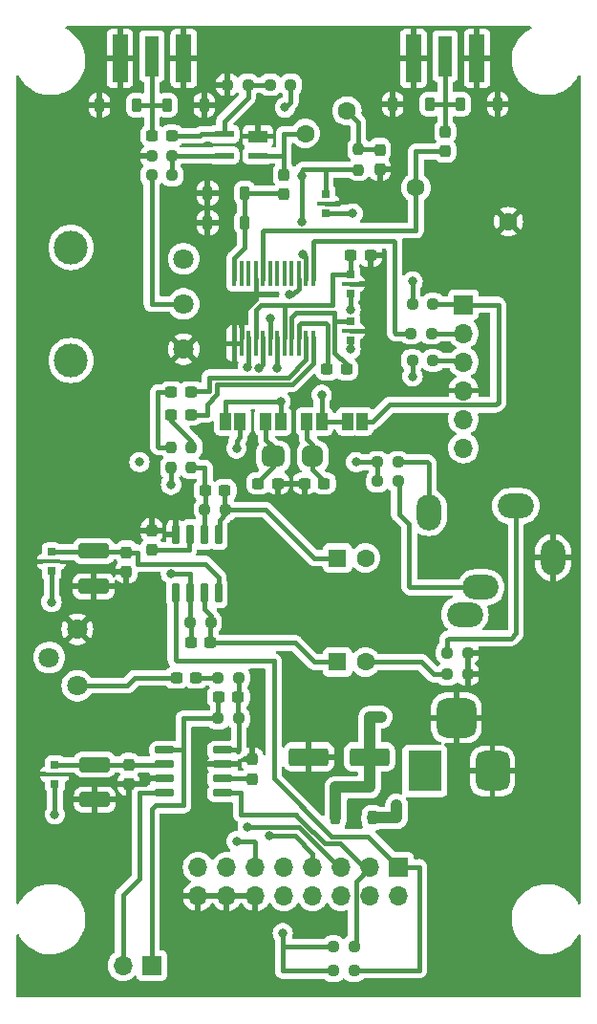
<source format=gbr>
%TF.GenerationSoftware,KiCad,Pcbnew,7.0.1*%
%TF.CreationDate,2023-04-12T14:42:12+09:00*%
%TF.ProjectId,KiCad-Si4735,4b694361-642d-4536-9934-3733352e6b69,rev?*%
%TF.SameCoordinates,PX6bc3e40PY88601c0*%
%TF.FileFunction,Copper,L1,Top*%
%TF.FilePolarity,Positive*%
%FSLAX46Y46*%
G04 Gerber Fmt 4.6, Leading zero omitted, Abs format (unit mm)*
G04 Created by KiCad (PCBNEW 7.0.1) date 2023-04-12 14:42:12*
%MOMM*%
%LPD*%
G01*
G04 APERTURE LIST*
G04 Aperture macros list*
%AMRoundRect*
0 Rectangle with rounded corners*
0 $1 Rounding radius*
0 $2 $3 $4 $5 $6 $7 $8 $9 X,Y pos of 4 corners*
0 Add a 4 corners polygon primitive as box body*
4,1,4,$2,$3,$4,$5,$6,$7,$8,$9,$2,$3,0*
0 Add four circle primitives for the rounded corners*
1,1,$1+$1,$2,$3*
1,1,$1+$1,$4,$5*
1,1,$1+$1,$6,$7*
1,1,$1+$1,$8,$9*
0 Add four rect primitives between the rounded corners*
20,1,$1+$1,$2,$3,$4,$5,0*
20,1,$1+$1,$4,$5,$6,$7,0*
20,1,$1+$1,$6,$7,$8,$9,0*
20,1,$1+$1,$8,$9,$2,$3,0*%
G04 Aperture macros list end*
%TA.AperFunction,SMDPad,CuDef*%
%ADD10RoundRect,0.237500X0.237500X-0.300000X0.237500X0.300000X-0.237500X0.300000X-0.237500X-0.300000X0*%
%TD*%
%TA.AperFunction,SMDPad,CuDef*%
%ADD11R,0.400000X2.200000*%
%TD*%
%TA.AperFunction,SMDPad,CuDef*%
%ADD12R,0.750000X0.675000*%
%TD*%
%TA.AperFunction,SMDPad,CuDef*%
%ADD13R,1.550000X0.400000*%
%TD*%
%TA.AperFunction,SMDPad,CuDef*%
%ADD14RoundRect,0.237500X-0.237500X0.250000X-0.237500X-0.250000X0.237500X-0.250000X0.237500X0.250000X0*%
%TD*%
%TA.AperFunction,SMDPad,CuDef*%
%ADD15RoundRect,0.225000X-0.225000X-0.375000X0.225000X-0.375000X0.225000X0.375000X-0.225000X0.375000X0*%
%TD*%
%TA.AperFunction,SMDPad,CuDef*%
%ADD16RoundRect,0.150000X-0.150000X0.725000X-0.150000X-0.725000X0.150000X-0.725000X0.150000X0.725000X0*%
%TD*%
%TA.AperFunction,SMDPad,CuDef*%
%ADD17RoundRect,0.250000X1.100000X-0.412500X1.100000X0.412500X-1.100000X0.412500X-1.100000X-0.412500X0*%
%TD*%
%TA.AperFunction,SMDPad,CuDef*%
%ADD18RoundRect,0.225000X0.225000X0.375000X-0.225000X0.375000X-0.225000X-0.375000X0.225000X-0.375000X0*%
%TD*%
%TA.AperFunction,SMDPad,CuDef*%
%ADD19RoundRect,0.237500X0.300000X0.237500X-0.300000X0.237500X-0.300000X-0.237500X0.300000X-0.237500X0*%
%TD*%
%TA.AperFunction,SMDPad,CuDef*%
%ADD20RoundRect,0.237500X-0.250000X-0.237500X0.250000X-0.237500X0.250000X0.237500X-0.250000X0.237500X0*%
%TD*%
%TA.AperFunction,SMDPad,CuDef*%
%ADD21R,1.000000X1.500000*%
%TD*%
%TA.AperFunction,SMDPad,CuDef*%
%ADD22RoundRect,0.237500X-0.300000X-0.237500X0.300000X-0.237500X0.300000X0.237500X-0.300000X0.237500X0*%
%TD*%
%TA.AperFunction,ComponentPad*%
%ADD23R,1.700000X1.700000*%
%TD*%
%TA.AperFunction,ComponentPad*%
%ADD24O,1.700000X1.700000*%
%TD*%
%TA.AperFunction,SMDPad,CuDef*%
%ADD25RoundRect,0.237500X0.250000X0.237500X-0.250000X0.237500X-0.250000X-0.237500X0.250000X-0.237500X0*%
%TD*%
%TA.AperFunction,ComponentPad*%
%ADD26R,3.000000X3.600000*%
%TD*%
%TA.AperFunction,ComponentPad*%
%ADD27RoundRect,0.750000X0.750000X1.000000X-0.750000X1.000000X-0.750000X-1.000000X0.750000X-1.000000X0*%
%TD*%
%TA.AperFunction,ComponentPad*%
%ADD28RoundRect,0.875000X0.875000X0.875000X-0.875000X0.875000X-0.875000X-0.875000X0.875000X-0.875000X0*%
%TD*%
%TA.AperFunction,ComponentPad*%
%ADD29C,1.800000*%
%TD*%
%TA.AperFunction,ComponentPad*%
%ADD30C,1.600000*%
%TD*%
%TA.AperFunction,SMDPad,CuDef*%
%ADD31RoundRect,0.250000X1.500000X0.550000X-1.500000X0.550000X-1.500000X-0.550000X1.500000X-0.550000X0*%
%TD*%
%TA.AperFunction,ComponentPad*%
%ADD32R,1.600000X1.600000*%
%TD*%
%TA.AperFunction,SMDPad,CuDef*%
%ADD33R,1.270000X3.600000*%
%TD*%
%TA.AperFunction,SMDPad,CuDef*%
%ADD34R,1.350000X4.200000*%
%TD*%
%TA.AperFunction,ComponentPad*%
%ADD35C,3.000000*%
%TD*%
%TA.AperFunction,SMDPad,CuDef*%
%ADD36RoundRect,0.450000X-0.550000X-0.450000X0.550000X-0.450000X0.550000X0.450000X-0.550000X0.450000X0*%
%TD*%
%TA.AperFunction,SMDPad,CuDef*%
%ADD37RoundRect,0.450000X-0.450000X-0.450000X0.450000X-0.450000X0.450000X0.450000X-0.450000X0.450000X0*%
%TD*%
%TA.AperFunction,SMDPad,CuDef*%
%ADD38RoundRect,0.237500X0.237500X-0.250000X0.237500X0.250000X-0.237500X0.250000X-0.237500X-0.250000X0*%
%TD*%
%TA.AperFunction,SMDPad,CuDef*%
%ADD39R,1.700000X0.600000*%
%TD*%
%TA.AperFunction,SMDPad,CuDef*%
%ADD40R,1.700000X1.000000*%
%TD*%
%TA.AperFunction,ComponentPad*%
%ADD41O,3.200000X2.200000*%
%TD*%
%TA.AperFunction,ComponentPad*%
%ADD42O,2.200000X3.200000*%
%TD*%
%TA.AperFunction,SMDPad,CuDef*%
%ADD43RoundRect,0.150000X0.725000X0.150000X-0.725000X0.150000X-0.725000X-0.150000X0.725000X-0.150000X0*%
%TD*%
%TA.AperFunction,ViaPad*%
%ADD44C,0.800000*%
%TD*%
%TA.AperFunction,Conductor*%
%ADD45C,0.400000*%
%TD*%
%TA.AperFunction,Conductor*%
%ADD46C,1.000000*%
%TD*%
G04 APERTURE END LIST*
D10*
%TO.P,C22,1*%
%TO.N,Net-(U3-BYPASS)*%
X12000000Y39637500D03*
%TO.P,C22,2*%
%TO.N,GND*%
X12000000Y41362500D03*
%TD*%
%TO.P,C16,1*%
%TO.N,GND*%
X9750000Y37687500D03*
%TO.P,C16,2*%
%TO.N,Net-(U3-VDD)*%
X9750000Y39412500D03*
%TD*%
D11*
%TO.P,U1,1,DOUT*%
%TO.N,Net-(U1-DOUT)*%
X26292500Y64100000D03*
%TO.P,U1,2,DFS*%
%TO.N,Net-(J1-Pin_3)*%
X25657500Y64100000D03*
%TO.P,U1,3,GPO3/[DCLK]*%
%TO.N,Net-(JP1-A)*%
X25022500Y64100000D03*
%TO.P,U1,4,GPO2/[~{INT}]*%
%TO.N,unconnected-(U1-GPO2{slash}[~{INT}]-Pad4)*%
X24387500Y64100000D03*
%TO.P,U1,5,GPO1*%
%TO.N,unconnected-(U1-GPO1-Pad5)*%
X23752500Y64100000D03*
%TO.P,U1,6,NC*%
%TO.N,unconnected-(U1-NC-Pad6)*%
X23117500Y64100000D03*
%TO.P,U1,7,NC*%
%TO.N,unconnected-(U1-NC-Pad7)*%
X22482500Y64100000D03*
%TO.P,U1,8,FMI*%
%TO.N,Net-(U1-FMI)*%
X21847500Y64100000D03*
%TO.P,U1,9,RFGND*%
%TO.N,GND*%
X21212500Y64100000D03*
%TO.P,U1,10,NC*%
%TO.N,unconnected-(U1-NC-Pad10)*%
X20577500Y64100000D03*
%TO.P,U1,11,NC*%
%TO.N,unconnected-(U1-NC-Pad11)*%
X19942500Y64100000D03*
%TO.P,U1,12,AMI*%
%TO.N,Net-(D6-K)*%
X19307500Y64100000D03*
%TO.P,U1,13,GND*%
%TO.N,GND*%
X19307500Y57900000D03*
%TO.P,U1,14,GND*%
X19942500Y57900000D03*
%TO.P,U1,15,~{RST}*%
%TO.N,/GP22*%
X20577500Y57900000D03*
%TO.P,U1,16,~{SEN}*%
%TO.N,Net-(U1-VD)*%
X21212500Y57900000D03*
%TO.P,U1,17,SCLK*%
%TO.N,/GP21*%
X21847500Y57900000D03*
%TO.P,U1,18,SDIO*%
%TO.N,/GP20*%
X22482500Y57900000D03*
%TO.P,U1,19,RCLK*%
%TO.N,Net-(JP2-A)*%
X23117500Y57900000D03*
%TO.P,U1,20,VD*%
%TO.N,Net-(U1-VD)*%
X23752500Y57900000D03*
%TO.P,U1,21,VA*%
%TO.N,Net-(U1-VA)*%
X24387500Y57900000D03*
%TO.P,U1,22,DBYP*%
%TO.N,Net-(U1-DBYP)*%
X25022500Y57900000D03*
%TO.P,U1,23,ROUT/[DOUT]*%
%TO.N,ROUT*%
X25657500Y57900000D03*
%TO.P,U1,24,LOUT/[DFS]*%
%TO.N,LOUT*%
X26292500Y57900000D03*
%TD*%
D12*
%TO.P,EMI4,1,1*%
%TO.N,VSYS*%
X3100000Y37763000D03*
D13*
%TO.P,EMI4,2,2*%
%TO.N,GND*%
X3100000Y38600000D03*
D12*
%TO.P,EMI4,3,3*%
%TO.N,Net-(U3-VDD)*%
X3100000Y39437000D03*
%TD*%
D14*
%TO.P,R14,1*%
%TO.N,Net-(C18-Pad2)*%
X15500000Y48712500D03*
%TO.P,R14,2*%
%TO.N,Net-(U3-IN1-)*%
X15500000Y46887500D03*
%TD*%
D12*
%TO.P,EMI2,1,1*%
%TO.N,VSYS*%
X29600000Y58163000D03*
D13*
%TO.P,EMI2,2,2*%
%TO.N,GND*%
X29600000Y59000000D03*
D12*
%TO.P,EMI2,3,3*%
%TO.N,Net-(U1-VA)*%
X29600000Y59837000D03*
%TD*%
D15*
%TO.P,D1,1,K*%
%TO.N,VSYS*%
X28250000Y15900000D03*
%TO.P,D1,2,A*%
%TO.N,Net-(D1-A)*%
X31550000Y15900000D03*
%TD*%
D16*
%TO.P,U3,1,VO1*%
%TO.N,Net-(U3-VO1)*%
X17905000Y40975000D03*
%TO.P,U3,2,IN1-*%
%TO.N,Net-(U3-IN1-)*%
X16635000Y40975000D03*
%TO.P,U3,3,BYPASS*%
%TO.N,Net-(U3-BYPASS)*%
X15365000Y40975000D03*
%TO.P,U3,4,GND*%
%TO.N,GND*%
X14095000Y40975000D03*
%TO.P,U3,5,SHDN*%
%TO.N,/GP27*%
X14095000Y35825000D03*
%TO.P,U3,6,IN2-*%
%TO.N,Net-(U3-IN2-)*%
X15365000Y35825000D03*
%TO.P,U3,7,VO2*%
%TO.N,Net-(U3-VO2)*%
X16635000Y35825000D03*
%TO.P,U3,8,VDD*%
%TO.N,Net-(U3-VDD)*%
X17905000Y35825000D03*
%TD*%
D10*
%TO.P,C7,1*%
%TO.N,Net-(U1-FMI)*%
X38000000Y74937500D03*
%TO.P,C7,2*%
%TO.N,Net-(D4-K)*%
X38000000Y76662500D03*
%TD*%
D17*
%TO.P,C10,1*%
%TO.N,GND*%
X6950000Y17500000D03*
%TO.P,C10,2*%
%TO.N,Net-(U2-VDD)*%
X6950000Y20625000D03*
%TD*%
D18*
%TO.P,D3,1,K*%
%TO.N,GND*%
X16650000Y79000000D03*
%TO.P,D3,2,A*%
%TO.N,Net-(D2-K)*%
X13350000Y79000000D03*
%TD*%
D19*
%TO.P,C18,1*%
%TO.N,LOUT*%
X15462500Y51600000D03*
%TO.P,C18,2*%
%TO.N,Net-(C18-Pad2)*%
X13737500Y51600000D03*
%TD*%
D20*
%TO.P,R2,1*%
%TO.N,/GP5*%
X35087500Y56400000D03*
%TO.P,R2,2*%
%TO.N,Net-(J1-Pin_3)*%
X36912500Y56400000D03*
%TD*%
D21*
%TO.P,JP3,1,A*%
%TO.N,Net-(JP3-A)*%
X22100000Y51000000D03*
%TO.P,JP3,2,B*%
%TO.N,Net-(JP2-A)*%
X23400000Y51000000D03*
%TD*%
D22*
%TO.P,C8,1*%
%TO.N,Net-(JP3-A)*%
X21437500Y45500000D03*
%TO.P,C8,2*%
%TO.N,GND*%
X23162500Y45500000D03*
%TD*%
D23*
%TO.P,J3,1,Pin_1*%
%TO.N,/GP27*%
X33875000Y11540000D03*
D24*
%TO.P,J3,2,Pin_2*%
%TO.N,/GP28*%
X33875000Y9000000D03*
%TO.P,J3,3,Pin_3*%
%TO.N,/GP26*%
X31335000Y11540000D03*
%TO.P,J3,4,Pin_4*%
%TO.N,VSYS*%
X31335000Y9000000D03*
%TO.P,J3,5,Pin_5*%
%TO.N,/GP22*%
X28795000Y11540000D03*
%TO.P,J3,6,Pin_6*%
%TO.N,VSYS*%
X28795000Y9000000D03*
%TO.P,J3,7,Pin_7*%
%TO.N,/GP21*%
X26255000Y11540000D03*
%TO.P,J3,8,Pin_8*%
%TO.N,3V3*%
X26255000Y9000000D03*
%TO.P,J3,9,Pin_9*%
%TO.N,/GP20*%
X23715000Y11540000D03*
%TO.P,J3,10,Pin_10*%
%TO.N,3V3*%
X23715000Y9000000D03*
%TO.P,J3,11,Pin_11*%
%TO.N,/GP6*%
X21175000Y11540000D03*
%TO.P,J3,12,Pin_12*%
%TO.N,GND*%
X21175000Y9000000D03*
%TO.P,J3,13,Pin_13*%
%TO.N,/GP5*%
X18635000Y11540000D03*
%TO.P,J3,14,Pin_14*%
%TO.N,GND*%
X18635000Y9000000D03*
%TO.P,J3,15,Pin_15*%
%TO.N,/GP4*%
X16095000Y11540000D03*
%TO.P,J3,16,Pin_16*%
%TO.N,GND*%
X16095000Y9000000D03*
%TD*%
D22*
%TO.P,C23,1*%
%TO.N,Net-(U3-IN2-)*%
X15437500Y31400000D03*
%TO.P,C23,2*%
%TO.N,Net-(U3-VO2)*%
X17162500Y31400000D03*
%TD*%
D20*
%TO.P,R20,1*%
%TO.N,3V3*%
X28087500Y2350000D03*
%TO.P,R20,2*%
%TO.N,/GP27*%
X29912500Y2350000D03*
%TD*%
D25*
%TO.P,R13,1*%
%TO.N,Net-(J6-PadTN)*%
X33812500Y47400000D03*
%TO.P,R13,2*%
%TO.N,Net-(R12-Pad2)*%
X31987500Y47400000D03*
%TD*%
D15*
%TO.P,D5,1,K*%
%TO.N,GND*%
X33350000Y79100000D03*
%TO.P,D5,2,A*%
%TO.N,Net-(D4-K)*%
X36650000Y79100000D03*
%TD*%
D20*
%TO.P,R16,1*%
%TO.N,Net-(C17-Pad2)*%
X38175000Y30510000D03*
%TO.P,R16,2*%
%TO.N,GND*%
X40000000Y30510000D03*
%TD*%
D26*
%TO.P,J2,1*%
%TO.N,Net-(D1-A)*%
X36187500Y20042500D03*
D27*
%TO.P,J2,2*%
%TO.N,GND*%
X42187500Y20042500D03*
D28*
%TO.P,J2,3*%
X38987500Y24742500D03*
%TD*%
D19*
%TO.P,C3,1*%
%TO.N,Net-(U1-VA)*%
X29262500Y55600000D03*
%TO.P,C3,2*%
%TO.N,Net-(U1-DBYP)*%
X27537500Y55600000D03*
%TD*%
D29*
%TO.P,RV2,1,1*%
%TO.N,GND*%
X5400000Y32600000D03*
%TO.P,RV2,2,2*%
%TO.N,Net-(R12-Pad2)*%
X2900000Y30100000D03*
%TO.P,RV2,3,3*%
%TO.N,Net-(C14-Pad1)*%
X5400000Y27600000D03*
%TD*%
D10*
%TO.P,C5,1*%
%TO.N,Net-(D6-K)*%
X23700000Y71137500D03*
%TO.P,C5,2*%
%TO.N,Net-(Q1-D)*%
X23700000Y72862500D03*
%TD*%
D30*
%TO.P,L2,1,1*%
%TO.N,Net-(U1-FMI)*%
X35400000Y71700000D03*
%TO.P,L2,2,2*%
%TO.N,GND*%
X43600000Y68700000D03*
%TD*%
D15*
%TO.P,D4,1,K*%
%TO.N,Net-(D4-K)*%
X39350000Y79100000D03*
%TO.P,D4,2,A*%
%TO.N,GND*%
X42650000Y79100000D03*
%TD*%
D22*
%TO.P,C15,1*%
%TO.N,Net-(U3-IN1-)*%
X16737500Y44900000D03*
%TO.P,C15,2*%
%TO.N,Net-(U3-VO1)*%
X18462500Y44900000D03*
%TD*%
D23*
%TO.P,J1,1,Pin_1*%
%TO.N,Net-(J1-Pin_1)*%
X39625000Y61350000D03*
D24*
%TO.P,J1,2,Pin_2*%
%TO.N,Net-(J1-Pin_2)*%
X39625000Y58810000D03*
%TO.P,J1,3,Pin_3*%
%TO.N,Net-(J1-Pin_3)*%
X39625000Y56270000D03*
%TO.P,J1,4,Pin_4*%
%TO.N,GND*%
X39625000Y53730000D03*
%TO.P,J1,5,Pin_5*%
%TO.N,unconnected-(J1-Pin_5-Pad5)*%
X39625000Y51190000D03*
%TO.P,J1,6,Pin_6*%
%TO.N,VSYS*%
X39625000Y48650000D03*
%TD*%
D21*
%TO.P,JP4,1,A*%
%TO.N,Net-(JP4-A)*%
X25750000Y51000000D03*
%TO.P,JP4,2,B*%
%TO.N,Net-(JP1-A)*%
X27050000Y51000000D03*
%TD*%
D10*
%TO.P,C4,1*%
%TO.N,GND*%
X32200000Y73337500D03*
%TO.P,C4,2*%
%TO.N,Net-(C4-Pad2)*%
X32200000Y75062500D03*
%TD*%
D31*
%TO.P,C1,1*%
%TO.N,VSYS*%
X31300000Y21300000D03*
%TO.P,C1,2*%
%TO.N,GND*%
X25900000Y21300000D03*
%TD*%
D32*
%TO.P,C17,1*%
%TO.N,Net-(U3-VO1)*%
X28447349Y38900000D03*
D30*
%TO.P,C17,2*%
%TO.N,Net-(C17-Pad2)*%
X30947349Y38900000D03*
%TD*%
D25*
%TO.P,R6,1*%
%TO.N,Net-(EMI3-Pad3)*%
X24312500Y80800000D03*
%TO.P,R6,2*%
%TO.N,Net-(Q1-G1)*%
X22487500Y80800000D03*
%TD*%
D15*
%TO.P,D7,1,K*%
%TO.N,GND*%
X16950000Y68600000D03*
%TO.P,D7,2,A*%
%TO.N,Net-(D6-K)*%
X20250000Y68600000D03*
%TD*%
D33*
%TO.P,J4,1,In*%
%TO.N,Net-(D2-K)*%
X12000000Y83342500D03*
D34*
%TO.P,J4,2,Ext*%
%TO.N,GND*%
X14825000Y83142500D03*
X9175000Y83142500D03*
%TD*%
D14*
%TO.P,R15,1*%
%TO.N,Net-(C20-Pad2)*%
X13700000Y48712500D03*
%TO.P,R15,2*%
%TO.N,Net-(U3-IN2-)*%
X13700000Y46887500D03*
%TD*%
D35*
%TO.P,RV1,*%
%TO.N,*%
X4825000Y56400000D03*
X4825000Y66400000D03*
D29*
%TO.P,RV1,1,1*%
%TO.N,GND*%
X14825000Y57400000D03*
%TO.P,RV1,2,2*%
%TO.N,Net-(R5-Pad1)*%
X14825000Y61400000D03*
%TO.P,RV1,3,3*%
%TO.N,Net-(EMI3-Pad3)*%
X14825000Y65400000D03*
%TD*%
D12*
%TO.P,EMI1,1,1*%
%TO.N,3V3*%
X29600000Y62363000D03*
D13*
%TO.P,EMI1,2,2*%
%TO.N,GND*%
X29600000Y63200000D03*
D12*
%TO.P,EMI1,3,3*%
%TO.N,Net-(U1-VD)*%
X29600000Y64037000D03*
%TD*%
D20*
%TO.P,R10,1*%
%TO.N,Net-(C14-Pad2)*%
X17875000Y28300000D03*
%TO.P,R10,2*%
%TO.N,Net-(U2-IN)*%
X19700000Y28300000D03*
%TD*%
D19*
%TO.P,C11,1*%
%TO.N,Net-(U2-IN)*%
X19650000Y26600000D03*
%TO.P,C11,2*%
%TO.N,Net-(U2-VO+)*%
X17925000Y26600000D03*
%TD*%
D17*
%TO.P,C13,1*%
%TO.N,GND*%
X6850000Y36387500D03*
%TO.P,C13,2*%
%TO.N,Net-(U3-VDD)*%
X6850000Y39512500D03*
%TD*%
D32*
%TO.P,C21,1*%
%TO.N,Net-(U3-VO2)*%
X28447349Y29700000D03*
D30*
%TO.P,C21,2*%
%TO.N,Net-(C21-Pad2)*%
X30947349Y29700000D03*
%TD*%
D25*
%TO.P,R8,1*%
%TO.N,Net-(Q1-G2)*%
X13800000Y74500000D03*
%TO.P,R8,2*%
%TO.N,GND*%
X11975000Y74500000D03*
%TD*%
D18*
%TO.P,D6,1,K*%
%TO.N,Net-(D6-K)*%
X20250000Y71200000D03*
%TO.P,D6,2,A*%
%TO.N,GND*%
X16950000Y71200000D03*
%TD*%
D30*
%TO.P,L1,1,1*%
%TO.N,Net-(C4-Pad2)*%
X29300000Y78500000D03*
%TO.P,L1,2,2*%
%TO.N,Net-(Q1-D)*%
X25600000Y76500000D03*
%TD*%
D20*
%TO.P,R3,1*%
%TO.N,/GP4*%
X35087500Y61400000D03*
%TO.P,R3,2*%
%TO.N,Net-(J1-Pin_1)*%
X36912500Y61400000D03*
%TD*%
D19*
%TO.P,C6,1*%
%TO.N,Net-(Q1-G1)*%
X13762500Y76300000D03*
%TO.P,C6,2*%
%TO.N,Net-(D2-K)*%
X12037500Y76300000D03*
%TD*%
D22*
%TO.P,C14,1*%
%TO.N,Net-(C14-Pad1)*%
X14175000Y28300000D03*
%TO.P,C14,2*%
%TO.N,Net-(C14-Pad2)*%
X15900000Y28300000D03*
%TD*%
D18*
%TO.P,D2,1,K*%
%TO.N,Net-(D2-K)*%
X10650000Y79000000D03*
%TO.P,D2,2,A*%
%TO.N,GND*%
X7350000Y79000000D03*
%TD*%
D36*
%TO.P,Y1,1,1*%
%TO.N,Net-(JP3-A)*%
X22762500Y47900000D03*
D37*
%TO.P,Y1,2,2*%
%TO.N,Net-(JP4-A)*%
X26262500Y47900000D03*
%TD*%
D19*
%TO.P,C9,1*%
%TO.N,Net-(JP4-A)*%
X27262500Y45500000D03*
%TO.P,C9,2*%
%TO.N,GND*%
X25537500Y45500000D03*
%TD*%
D20*
%TO.P,R9,1*%
%TO.N,Net-(U2-VO+)*%
X17875000Y24700000D03*
%TO.P,R9,2*%
%TO.N,Net-(U2-IN)*%
X19700000Y24700000D03*
%TD*%
%TO.P,R11,1*%
%TO.N,Net-(U3-IN1-)*%
X16700000Y43200000D03*
%TO.P,R11,2*%
%TO.N,Net-(U3-VO1)*%
X18525000Y43200000D03*
%TD*%
D10*
%TO.P,C12,1*%
%TO.N,GND*%
X9950000Y18887500D03*
%TO.P,C12,2*%
%TO.N,Net-(U2-VDD)*%
X9950000Y20612500D03*
%TD*%
D38*
%TO.P,R4,1*%
%TO.N,Net-(EMI3-Pad3)*%
X30300000Y73287500D03*
%TO.P,R4,2*%
%TO.N,Net-(C4-Pad2)*%
X30300000Y75112500D03*
%TD*%
D25*
%TO.P,R7,1*%
%TO.N,Net-(Q1-G1)*%
X20512500Y80800000D03*
%TO.P,R7,2*%
%TO.N,GND*%
X18687500Y80800000D03*
%TD*%
D39*
%TO.P,Q1,1,G1*%
%TO.N,Net-(Q1-G1)*%
X18400000Y76450000D03*
%TO.P,Q1,2,G2*%
%TO.N,Net-(Q1-G2)*%
X18400000Y74550000D03*
%TO.P,Q1,3,D*%
%TO.N,Net-(Q1-D)*%
X21400000Y74550000D03*
D40*
%TO.P,Q1,4,S*%
%TO.N,GND*%
X21400000Y76250000D03*
%TD*%
D10*
%TO.P,C19,1*%
%TO.N,Net-(U2-BYPASS)*%
X20900000Y19337500D03*
%TO.P,C19,2*%
%TO.N,GND*%
X20900000Y21062500D03*
%TD*%
D12*
%TO.P,EMI3,1,1*%
%TO.N,VSYS*%
X27400000Y69463000D03*
D13*
%TO.P,EMI3,2,2*%
%TO.N,GND*%
X27400000Y70300000D03*
D12*
%TO.P,EMI3,3,3*%
%TO.N,Net-(EMI3-Pad3)*%
X27400000Y71137000D03*
%TD*%
D25*
%TO.P,R12,1*%
%TO.N,Net-(J6-PadRN)*%
X33812500Y45700000D03*
%TO.P,R12,2*%
%TO.N,Net-(R12-Pad2)*%
X31987500Y45700000D03*
%TD*%
D41*
%TO.P,J6,R*%
%TO.N,Net-(C21-Pad2)*%
X39750000Y33900000D03*
%TO.P,J6,RN*%
%TO.N,Net-(J6-PadRN)*%
X41150000Y36300000D03*
D42*
%TO.P,J6,S*%
%TO.N,GND*%
X47550000Y38950000D03*
D41*
%TO.P,J6,T*%
%TO.N,Net-(C17-Pad2)*%
X44250000Y43500000D03*
D42*
%TO.P,J6,TN*%
%TO.N,Net-(J6-PadTN)*%
X36550000Y42950000D03*
%TD*%
D21*
%TO.P,JP1,1,A*%
%TO.N,Net-(JP1-A)*%
X29350000Y51000000D03*
%TO.P,JP1,2,B*%
%TO.N,Net-(J1-Pin_1)*%
X30650000Y51000000D03*
%TD*%
D20*
%TO.P,R1,1*%
%TO.N,Net-(U1-DOUT)*%
X34975000Y58800000D03*
%TO.P,R1,2*%
%TO.N,Net-(J1-Pin_2)*%
X36800000Y58800000D03*
%TD*%
D43*
%TO.P,U2,1,SHDN*%
%TO.N,/GP26*%
X18275000Y18095000D03*
%TO.P,U2,2,BYPASS*%
%TO.N,Net-(U2-BYPASS)*%
X18275000Y19365000D03*
%TO.P,U2,3,SE/~{BTL}*%
%TO.N,GND*%
X18275000Y20635000D03*
%TO.P,U2,4,IN*%
%TO.N,Net-(U2-IN)*%
X18275000Y21905000D03*
%TO.P,U2,5,VO+*%
%TO.N,Net-(U2-VO+)*%
X13125000Y21905000D03*
%TO.P,U2,6,VDD*%
%TO.N,Net-(U2-VDD)*%
X13125000Y20635000D03*
%TO.P,U2,7,GND*%
%TO.N,GND*%
X13125000Y19365000D03*
%TO.P,U2,8,VO-*%
%TO.N,Net-(U2-VO-)*%
X13125000Y18095000D03*
%TD*%
D33*
%TO.P,J5,1,In*%
%TO.N,Net-(D4-K)*%
X38000000Y83342500D03*
D34*
%TO.P,J5,2,Ext*%
%TO.N,GND*%
X40825000Y83142500D03*
X35175000Y83142500D03*
%TD*%
D22*
%TO.P,C2,1*%
%TO.N,Net-(U1-VD)*%
X29637500Y65700000D03*
%TO.P,C2,2*%
%TO.N,GND*%
X31362500Y65700000D03*
%TD*%
D20*
%TO.P,R5,1*%
%TO.N,Net-(R5-Pad1)*%
X11975000Y72800000D03*
%TO.P,R5,2*%
%TO.N,Net-(Q1-G2)*%
X13800000Y72800000D03*
%TD*%
%TO.P,R19,1*%
%TO.N,3V3*%
X28087500Y4500000D03*
%TO.P,R19,2*%
%TO.N,/GP26*%
X29912500Y4500000D03*
%TD*%
%TO.P,R17,1*%
%TO.N,Net-(C21-Pad2)*%
X38175000Y28600000D03*
%TO.P,R17,2*%
%TO.N,GND*%
X40000000Y28600000D03*
%TD*%
D21*
%TO.P,JP2,1,A*%
%TO.N,Net-(JP2-A)*%
X18500000Y51000000D03*
%TO.P,JP2,2,B*%
%TO.N,/GP6*%
X19800000Y51000000D03*
%TD*%
D19*
%TO.P,C20,1*%
%TO.N,ROUT*%
X15462500Y53600000D03*
%TO.P,C20,2*%
%TO.N,Net-(C20-Pad2)*%
X13737500Y53600000D03*
%TD*%
D12*
%TO.P,EMI5,1,1*%
%TO.N,Net-(U2-VDD)*%
X3400000Y20599500D03*
D13*
%TO.P,EMI5,2,2*%
%TO.N,GND*%
X3400000Y19762500D03*
D12*
%TO.P,EMI5,3,3*%
%TO.N,VSYS*%
X3400000Y18925500D03*
%TD*%
D25*
%TO.P,R18,1*%
%TO.N,Net-(U3-VO2)*%
X17212500Y33200000D03*
%TO.P,R18,2*%
%TO.N,Net-(U3-IN2-)*%
X15387500Y33200000D03*
%TD*%
D23*
%TO.P,LS1,1,1*%
%TO.N,Net-(U2-VO+)*%
X11975000Y2825000D03*
D24*
%TO.P,LS1,2,2*%
%TO.N,Net-(U2-VO-)*%
X9435000Y2825000D03*
%TD*%
D44*
%TO.N,VSYS*%
X3100000Y35000000D03*
X29600000Y57400000D03*
X3400000Y16200000D03*
X29800000Y69400000D03*
X32350000Y24800000D03*
X31300000Y24800000D03*
%TO.N,GND*%
X35000000Y1000000D03*
X30000000Y84000000D03*
X15000000Y1000000D03*
X47000000Y30000000D03*
X5000000Y76000000D03*
X25000000Y27000000D03*
X8000000Y25000000D03*
X10000000Y71000000D03*
X24000000Y38000000D03*
X20000000Y84000000D03*
X35000000Y76000000D03*
X45000000Y76000000D03*
X5000000Y46000000D03*
X10000000Y51000000D03*
X47000000Y21000000D03*
X35000000Y51000000D03*
X42000000Y6000000D03*
X17000000Y15000000D03*
X45000000Y46000000D03*
X7000000Y14000000D03*
X45000000Y66000000D03*
X40000000Y71000000D03*
X45000000Y56000000D03*
X29000000Y44000000D03*
X7000000Y6000000D03*
X10000000Y61000000D03*
%TO.N,3V3*%
X29600000Y60900000D03*
X23600000Y5700000D03*
%TO.N,Net-(U3-IN2-)*%
X13700000Y45400000D03*
X13700000Y37500000D03*
%TO.N,Net-(D1-A)*%
X33700000Y15900000D03*
X33700000Y17050000D03*
%TO.N,Net-(EMI3-Pad3)*%
X23800000Y78800000D03*
X25300000Y72700000D03*
X25300000Y68700000D03*
%TO.N,Net-(J1-Pin_3)*%
X25400000Y65800000D03*
%TO.N,/GP22*%
X20500000Y55800000D03*
X20500000Y15100000D03*
%TO.N,/GP21*%
X21500500Y55750000D03*
X22400000Y14300000D03*
%TO.N,/GP20*%
X22500000Y60100000D03*
%TO.N,/GP6*%
X19500000Y13800000D03*
X19500000Y48600000D03*
%TO.N,/GP5*%
X35100000Y55000000D03*
%TO.N,/GP4*%
X35100000Y63400000D03*
%TO.N,Net-(JP1-A)*%
X27050001Y53349999D03*
X24200000Y62200000D03*
%TO.N,Net-(JP2-A)*%
X23100000Y55750000D03*
X23400000Y52799998D03*
%TO.N,Net-(R12-Pad2)*%
X30100000Y47400000D03*
X10900000Y47400000D03*
%TD*%
D45*
%TO.N,VSYS*%
X3400000Y18925500D02*
X3400000Y16200000D01*
X29600000Y58163000D02*
X29600000Y57400000D01*
D46*
X28300000Y18600000D02*
X28300000Y15950000D01*
D45*
X27400000Y69463000D02*
X29737000Y69463000D01*
D46*
X31300000Y21300000D02*
X31300000Y18600000D01*
X31300000Y24800000D02*
X32350000Y24800000D01*
X31300000Y21300000D02*
X31300000Y24800000D01*
D45*
X3100000Y37763000D02*
X3100000Y35000000D01*
X29737000Y69463000D02*
X29800000Y69400000D01*
D46*
X28300000Y15950000D02*
X28250000Y15900000D01*
X31300000Y18600000D02*
X28300000Y18600000D01*
D45*
%TO.N,GND*%
X29600000Y63200000D02*
X31362500Y63200000D01*
X11387500Y18887500D02*
X9950000Y18887500D01*
X21212500Y63600000D02*
X21212500Y61812500D01*
X13125000Y19365000D02*
X11865000Y19365000D01*
X31350000Y59000000D02*
X29600000Y59000000D01*
X31362500Y59012500D02*
X31350000Y59000000D01*
X19307500Y58400000D02*
X19307500Y59907500D01*
X27400000Y70300000D02*
X28550000Y70300000D01*
X21212500Y61812500D02*
X19942500Y60542500D01*
X31362500Y65700000D02*
X31362500Y63200000D01*
X31362500Y63200000D02*
X31362500Y59012500D01*
X11975000Y74500000D02*
X9350000Y74500000D01*
X19942500Y60542500D02*
X19942500Y58400000D01*
X19307500Y59907500D02*
X19942500Y60542500D01*
X11865000Y19365000D02*
X11387500Y18887500D01*
X28550000Y70300000D02*
X29200000Y70950000D01*
%TO.N,3V3*%
X28087500Y2350000D02*
X23600000Y2350000D01*
X23600000Y2350000D02*
X23600000Y4500000D01*
X23600000Y4500000D02*
X23600000Y5700000D01*
X29600000Y62363000D02*
X29600000Y60900000D01*
X28087500Y4500000D02*
X23600000Y4500000D01*
%TO.N,Net-(U1-DBYP)*%
X25022500Y59522500D02*
X25200000Y59700000D01*
X27400000Y59700000D02*
X27550000Y59550000D01*
X25022500Y58400000D02*
X25022500Y59522500D01*
X25200000Y59700000D02*
X27400000Y59700000D01*
X27550000Y59550000D02*
X27550000Y55612500D01*
X27550000Y55612500D02*
X27537500Y55600000D01*
%TO.N,Net-(C4-Pad2)*%
X30300000Y77500000D02*
X29300000Y78500000D01*
X32150000Y75112500D02*
X32200000Y75062500D01*
X30300000Y75112500D02*
X32150000Y75112500D01*
X30300000Y75112500D02*
X30300000Y77500000D01*
%TO.N,Net-(D6-K)*%
X19307500Y63600000D02*
X19307500Y65457500D01*
X19307500Y65457500D02*
X20250000Y66400000D01*
X20250000Y71200000D02*
X23637500Y71200000D01*
X23637500Y71200000D02*
X23700000Y71137500D01*
X20250000Y66400000D02*
X20250000Y68600000D01*
X20250000Y71200000D02*
X20250000Y68600000D01*
%TO.N,Net-(Q1-D)*%
X23700000Y74550000D02*
X23700000Y76450000D01*
X21400000Y74550000D02*
X23700000Y74550000D01*
X23700000Y76450000D02*
X25550000Y76450000D01*
X25550000Y76450000D02*
X25600000Y76500000D01*
X23700000Y72862500D02*
X23700000Y74550000D01*
%TO.N,Net-(Q1-G1)*%
X18400000Y76450000D02*
X16400000Y76450000D01*
X18400000Y76450000D02*
X18400000Y77600000D01*
X13762500Y76300000D02*
X16250000Y76300000D01*
X20512500Y80800000D02*
X20512500Y79712500D01*
X20512500Y79712500D02*
X18400000Y77600000D01*
X22487500Y80800000D02*
X20512500Y80800000D01*
X16250000Y76300000D02*
X16400000Y76450000D01*
%TO.N,Net-(D2-K)*%
X12000000Y79000000D02*
X10650000Y79000000D01*
X12000000Y79000000D02*
X12000000Y76337500D01*
X13350000Y79000000D02*
X12000000Y79000000D01*
X12000000Y76337500D02*
X12037500Y76300000D01*
X12000000Y83342500D02*
X12000000Y79000000D01*
%TO.N,Net-(U1-FMI)*%
X35400000Y74900000D02*
X37962500Y74900000D01*
X21900000Y67900000D02*
X35400000Y67900000D01*
X37962500Y74900000D02*
X38000000Y74937500D01*
X35400000Y71700000D02*
X35400000Y74900000D01*
X21847500Y63600000D02*
X21847500Y67847500D01*
X35400000Y67900000D02*
X35400000Y71700000D01*
X21847500Y67847500D02*
X21900000Y67900000D01*
%TO.N,Net-(D4-K)*%
X38000000Y79100000D02*
X39350000Y79100000D01*
X38000000Y83342500D02*
X38000000Y79100000D01*
X38000000Y79100000D02*
X38000000Y76662500D01*
X36650000Y79100000D02*
X38000000Y79100000D01*
%TO.N,Net-(JP3-A)*%
X21437500Y45637500D02*
X22762500Y46962500D01*
X21437500Y45500000D02*
X21437500Y45637500D01*
X22100000Y49400000D02*
X22100000Y51000000D01*
X22762500Y47900000D02*
X22762500Y48737500D01*
X22762500Y48737500D02*
X22100000Y49400000D01*
X22762500Y46962500D02*
X22762500Y47900000D01*
%TO.N,Net-(JP4-A)*%
X27262500Y45500000D02*
X27262500Y45737500D01*
X26262500Y48937500D02*
X25750000Y49450000D01*
X26262500Y47900000D02*
X26262500Y48937500D01*
X25750000Y49450000D02*
X25750000Y51000000D01*
X27262500Y45737500D02*
X26262500Y46737500D01*
X26262500Y46737500D02*
X26262500Y47900000D01*
%TO.N,Net-(U2-IN)*%
X19650000Y24750000D02*
X19700000Y24700000D01*
X19700000Y26650000D02*
X19650000Y26600000D01*
X19495000Y21905000D02*
X18275000Y21905000D01*
X19600000Y21800000D02*
X19495000Y21905000D01*
X19650000Y26600000D02*
X19650000Y24750000D01*
X19700000Y21900000D02*
X19600000Y21800000D01*
X19700000Y24700000D02*
X19700000Y21900000D01*
X19700000Y28300000D02*
X19700000Y26650000D01*
%TO.N,Net-(U2-VO+)*%
X17875000Y26550000D02*
X17925000Y26600000D01*
X17875000Y24700000D02*
X17875000Y26550000D01*
X13125000Y21905000D02*
X14795000Y21905000D01*
X12300000Y17000000D02*
X11975000Y16675000D01*
X14800000Y24700000D02*
X14800000Y21900000D01*
X14795000Y21905000D02*
X14800000Y21900000D01*
X17875000Y24700000D02*
X14800000Y24700000D01*
X14800000Y17000000D02*
X12300000Y17000000D01*
X11975000Y16675000D02*
X11975000Y2825000D01*
X14800000Y21900000D02*
X14800000Y17000000D01*
%TO.N,Net-(U1-VD)*%
X28037000Y64037000D02*
X29600000Y64037000D01*
X28000000Y61300000D02*
X28000000Y64000000D01*
X29600000Y65662500D02*
X29637500Y65700000D01*
X21650000Y61300000D02*
X21212500Y60862500D01*
X28000000Y64000000D02*
X28037000Y64037000D01*
X23805000Y61300000D02*
X21650000Y61300000D01*
X23752500Y61247500D02*
X23805000Y61300000D01*
X29600000Y64037000D02*
X29600000Y65662500D01*
X23752500Y58400000D02*
X23752500Y61247500D01*
X23805000Y61300000D02*
X28000000Y61300000D01*
X21212500Y58400000D02*
X21212500Y60862500D01*
%TO.N,Net-(C14-Pad1)*%
X10500000Y28300000D02*
X14175000Y28300000D01*
X5400000Y27600000D02*
X9800000Y27600000D01*
X9800000Y27600000D02*
X10500000Y28300000D01*
%TO.N,Net-(C14-Pad2)*%
X17875000Y28300000D02*
X15900000Y28300000D01*
%TO.N,Net-(U3-IN1-)*%
X16700000Y44937500D02*
X16737500Y44900000D01*
X16700000Y43200000D02*
X16700000Y41040000D01*
X16737500Y43237500D02*
X16700000Y43200000D01*
X16737500Y44900000D02*
X16737500Y43237500D01*
X16700000Y41040000D02*
X16635000Y40975000D01*
X16700000Y46900000D02*
X16700000Y44937500D01*
X15500000Y46887500D02*
X16687500Y46887500D01*
X16687500Y46887500D02*
X16700000Y46900000D01*
%TO.N,Net-(U3-VO1)*%
X18525000Y43200000D02*
X18525000Y42825000D01*
X26600000Y38900000D02*
X28447349Y38900000D01*
X18525000Y43200000D02*
X22100000Y43200000D01*
X26400000Y38900000D02*
X26600000Y38900000D01*
X18000000Y41070000D02*
X17905000Y40975000D01*
X18525000Y42825000D02*
X18000000Y42300000D01*
X18462500Y44900000D02*
X18462500Y43262500D01*
X18462500Y43262500D02*
X18525000Y43200000D01*
X18000000Y42300000D02*
X18000000Y41070000D01*
X22100000Y43200000D02*
X26400000Y38900000D01*
%TO.N,Net-(C17-Pad2)*%
X43800000Y31800000D02*
X44250000Y32250000D01*
X44250000Y32250000D02*
X44250000Y43500000D01*
X38175000Y30510000D02*
X38175000Y31675000D01*
X38300000Y31800000D02*
X43800000Y31800000D01*
X38175000Y31675000D02*
X38300000Y31800000D01*
%TO.N,LOUT*%
X26292500Y56142500D02*
X26292500Y58400000D01*
X17800000Y53400000D02*
X17800000Y54300000D01*
X24450000Y54300000D02*
X26292500Y56142500D01*
X15462500Y51600000D02*
X16900000Y51600000D01*
X16900000Y52500000D02*
X17800000Y53400000D01*
X16900000Y51600000D02*
X16900000Y52500000D01*
X17800000Y54300000D02*
X24450000Y54300000D01*
%TO.N,Net-(C18-Pad2)*%
X15500000Y49300000D02*
X15500000Y48712500D01*
X13737500Y51600000D02*
X13737500Y51062500D01*
X13737500Y51062500D02*
X15500000Y49300000D01*
%TO.N,Net-(U2-BYPASS)*%
X18275000Y19365000D02*
X20872500Y19365000D01*
X20872500Y19365000D02*
X20900000Y19337500D01*
%TO.N,ROUT*%
X17100000Y53700000D02*
X15562500Y53700000D01*
X25657500Y56457500D02*
X24100000Y54900000D01*
X17100000Y54900000D02*
X17100000Y53700000D01*
X15562500Y53700000D02*
X15462500Y53600000D01*
X25657500Y58400000D02*
X25657500Y56457500D01*
X24100000Y54900000D02*
X17100000Y54900000D01*
%TO.N,Net-(C20-Pad2)*%
X12587500Y48712500D02*
X13700000Y48712500D01*
X13737500Y53600000D02*
X12550000Y53600000D01*
X12550000Y48750000D02*
X12587500Y48712500D01*
X12550000Y53600000D02*
X12550000Y48750000D01*
%TO.N,Net-(U3-VO2)*%
X17162500Y31400000D02*
X24700000Y31400000D01*
X17212500Y33200000D02*
X17212500Y33787500D01*
X24700000Y31400000D02*
X26400000Y29700000D01*
X26400000Y29700000D02*
X28447349Y29700000D01*
X16635000Y34365000D02*
X16635000Y35825000D01*
X17162500Y33150000D02*
X17212500Y33200000D01*
X17162500Y31400000D02*
X17162500Y33150000D01*
X17212500Y33787500D02*
X16635000Y34365000D01*
%TO.N,Net-(C21-Pad2)*%
X30947349Y29700000D02*
X35900000Y29700000D01*
X35900000Y29700000D02*
X37000000Y28600000D01*
X37000000Y28600000D02*
X38175000Y28600000D01*
%TO.N,Net-(U3-BYPASS)*%
X12000000Y39637500D02*
X15262500Y39637500D01*
X15300000Y40910000D02*
X15365000Y40975000D01*
X15300000Y39600000D02*
X15300000Y40910000D01*
X15262500Y39637500D02*
X15300000Y39600000D01*
%TO.N,Net-(U3-IN2-)*%
X15400000Y37500000D02*
X15400000Y35860000D01*
X13700000Y46887500D02*
X13700000Y45400000D01*
X15400000Y35860000D02*
X15365000Y35825000D01*
X15387500Y35802500D02*
X15365000Y35825000D01*
X15437500Y33150000D02*
X15387500Y33200000D01*
X15437500Y31400000D02*
X15437500Y33150000D01*
X13700000Y37500000D02*
X15400000Y37500000D01*
X15387500Y33200000D02*
X15387500Y35802500D01*
D46*
%TO.N,Net-(D1-A)*%
X31550000Y15900000D02*
X33700000Y15900000D01*
X33700000Y15900000D02*
X33700000Y17050000D01*
D45*
%TO.N,Net-(EMI3-Pad3)*%
X30300000Y73287500D02*
X30287500Y73300000D01*
X25400000Y73300000D02*
X25300000Y73200000D01*
X23800000Y78800000D02*
X24300000Y79300000D01*
X24300000Y79300000D02*
X24300000Y80787500D01*
X25300000Y73200000D02*
X25300000Y68700000D01*
X27400000Y73300000D02*
X25400000Y73300000D01*
X24300000Y80787500D02*
X24312500Y80800000D01*
X27400000Y71137000D02*
X27400000Y73300000D01*
X30287500Y73300000D02*
X27400000Y73300000D01*
%TO.N,Net-(J1-Pin_1)*%
X42480000Y52480000D02*
X33120000Y52480000D01*
X31600000Y51000000D02*
X30650000Y51000000D01*
X42700000Y61300000D02*
X42700000Y52700000D01*
X39575000Y61400000D02*
X39625000Y61350000D01*
X36912500Y61400000D02*
X39575000Y61400000D01*
X33100000Y52500000D02*
X31600000Y51000000D01*
X33120000Y52480000D02*
X33100000Y52500000D01*
X39625000Y61350000D02*
X42650000Y61350000D01*
X42700000Y52700000D02*
X42480000Y52480000D01*
X42650000Y61350000D02*
X42700000Y61300000D01*
%TO.N,Net-(J1-Pin_2)*%
X39615000Y58800000D02*
X39625000Y58810000D01*
X36800000Y58800000D02*
X39615000Y58800000D01*
%TO.N,Net-(J1-Pin_3)*%
X25657500Y65542500D02*
X25400000Y65800000D01*
X39495000Y56400000D02*
X39625000Y56270000D01*
X36912500Y56400000D02*
X39495000Y56400000D01*
X25657500Y64100000D02*
X25657500Y65542500D01*
X25657500Y63600000D02*
X25657500Y65142500D01*
%TO.N,/GP27*%
X22800000Y29800000D02*
X14200000Y29800000D01*
X35700000Y2400000D02*
X29962500Y2400000D01*
X27950000Y14250000D02*
X22800000Y19400000D01*
X22800000Y19400000D02*
X22800000Y29800000D01*
X33875000Y11540000D02*
X31165000Y14250000D01*
X14095000Y29905000D02*
X14095000Y35825000D01*
X33875000Y11540000D02*
X35690000Y11540000D01*
X29962500Y2400000D02*
X29912500Y2350000D01*
X14200000Y29800000D02*
X14095000Y29905000D01*
X35690000Y11540000D02*
X35700000Y11550000D01*
X31165000Y14250000D02*
X27950000Y14250000D01*
X35700000Y11550000D02*
X35700000Y2400000D01*
%TO.N,/GP26*%
X30760000Y11540000D02*
X28700000Y13600000D01*
X30085000Y4672500D02*
X29912500Y4500000D01*
X24750000Y16200000D02*
X24900000Y16050000D01*
X28700000Y13600000D02*
X27348528Y13600000D01*
X19900000Y18100000D02*
X19900000Y16200000D01*
X31335000Y11540000D02*
X30760000Y11540000D01*
X31335000Y11540000D02*
X30085000Y10290000D01*
X27348528Y13600000D02*
X25248528Y15700000D01*
X18280000Y18100000D02*
X19900000Y18100000D01*
X25248528Y15700000D02*
X25248528Y15701472D01*
X25248528Y15701472D02*
X24900000Y16050000D01*
X30085000Y10290000D02*
X30085000Y4672500D01*
X19900000Y16200000D02*
X24750000Y16200000D01*
%TO.N,/GP22*%
X20577500Y58400000D02*
X20577500Y55877500D01*
X28560000Y11540000D02*
X28795000Y11540000D01*
X20500000Y15100000D02*
X25000000Y15100000D01*
X25000000Y15100000D02*
X28560000Y11540000D01*
X20577500Y55877500D02*
X20500000Y55800000D01*
%TO.N,/GP21*%
X26255000Y12745000D02*
X24700000Y14300000D01*
X21847500Y56097000D02*
X21500500Y55750000D01*
X26255000Y11540000D02*
X26255000Y12745000D01*
X21847500Y58400000D02*
X21847500Y56097000D01*
X24700000Y14300000D02*
X22400000Y14300000D01*
%TO.N,/GP20*%
X22482500Y58400000D02*
X22482500Y60082500D01*
X22482500Y60082500D02*
X22500000Y60100000D01*
%TO.N,/GP6*%
X21175000Y11540000D02*
X21175000Y13725000D01*
X19500000Y49300000D02*
X19800000Y49600000D01*
X19800000Y49600000D02*
X19800000Y51000000D01*
X19500000Y48600000D02*
X19500000Y49300000D01*
X21100000Y13800000D02*
X19500000Y13800000D01*
X21175000Y13725000D02*
X21100000Y13800000D01*
%TO.N,/GP5*%
X35100000Y55000000D02*
X35100000Y56387500D01*
X35100000Y56387500D02*
X35087500Y56400000D01*
%TO.N,/GP4*%
X35087500Y61400000D02*
X35087500Y63387500D01*
X35087500Y63387500D02*
X35100000Y63400000D01*
%TO.N,Net-(J6-PadRN)*%
X34900000Y36300000D02*
X41150000Y36300000D01*
X34800000Y41900000D02*
X34800000Y36400000D01*
X34800000Y36400000D02*
X34900000Y36300000D01*
X33812500Y45700000D02*
X33900000Y45612500D01*
X33900000Y42800000D02*
X34800000Y41900000D01*
X33900000Y45612500D02*
X33900000Y42800000D01*
%TO.N,Net-(J6-PadTN)*%
X36550000Y47250000D02*
X36400000Y47400000D01*
X36400000Y47400000D02*
X33812500Y47400000D01*
X36550000Y42950000D02*
X36550000Y47250000D01*
%TO.N,Net-(JP1-A)*%
X25022500Y63600000D02*
X25022500Y62738166D01*
X25022500Y62738166D02*
X24484334Y62200000D01*
X27050000Y51000000D02*
X27050001Y53349999D01*
X24484334Y62200000D02*
X24200000Y62200000D01*
X29350000Y51000000D02*
X27050000Y51000000D01*
%TO.N,Net-(JP2-A)*%
X23400000Y51000000D02*
X23400000Y52799998D01*
X18500000Y51000000D02*
X18500000Y52800000D01*
X18500000Y52800000D02*
X23400000Y52800000D01*
X23117500Y55767500D02*
X23100000Y55750000D01*
X23117500Y58400000D02*
X23117500Y55767500D01*
%TO.N,Net-(U2-VO-)*%
X9435000Y2825000D02*
X9435000Y9085000D01*
X10900000Y10550000D02*
X10900000Y18100000D01*
X9435000Y9085000D02*
X10900000Y10550000D01*
X10905000Y18095000D02*
X13125000Y18095000D01*
X10900000Y18100000D02*
X10905000Y18095000D01*
%TO.N,Net-(Q1-G2)*%
X18400000Y74550000D02*
X13850000Y74550000D01*
X13800000Y74500000D02*
X13800000Y72800000D01*
X13850000Y74550000D02*
X13800000Y74500000D01*
%TO.N,Net-(U1-DOUT)*%
X33400000Y67000000D02*
X26400000Y67000000D01*
X26400000Y67000000D02*
X26292500Y66892500D01*
X33500000Y58900000D02*
X33500000Y66900000D01*
X33500000Y66900000D02*
X33400000Y67000000D01*
X33600000Y58800000D02*
X33500000Y58900000D01*
X34975000Y58800000D02*
X33600000Y58800000D01*
X26292500Y66892500D02*
X26292500Y63600000D01*
%TO.N,Net-(R5-Pad1)*%
X11975000Y61425000D02*
X12000000Y61400000D01*
X11975000Y72800000D02*
X11975000Y61425000D01*
X12000000Y61400000D02*
X14825000Y61400000D01*
%TO.N,Net-(R12-Pad2)*%
X30100000Y47400000D02*
X31987500Y47400000D01*
X31987500Y47400000D02*
X31987500Y45700000D01*
%TO.N,Net-(U1-VA)*%
X24387500Y58400000D02*
X24387500Y60187500D01*
X24800000Y60600000D02*
X28200000Y60600000D01*
X24387500Y60187500D02*
X24800000Y60600000D01*
X28200000Y57100000D02*
X28200000Y59850000D01*
X28200000Y59850000D02*
X28200000Y60600000D01*
X29262500Y56037500D02*
X28200000Y57100000D01*
X28213000Y59837000D02*
X28200000Y59850000D01*
X29262500Y55600000D02*
X29262500Y56037500D01*
X29600000Y59837000D02*
X28213000Y59837000D01*
%TO.N,Net-(U2-VDD)*%
X3400000Y20599500D02*
X6274500Y20599500D01*
X9100000Y20625000D02*
X13115000Y20625000D01*
X13115000Y20625000D02*
X13125000Y20635000D01*
X6300000Y20625000D02*
X9100000Y20625000D01*
X6274500Y20599500D02*
X6300000Y20625000D01*
%TO.N,Net-(U3-VDD)*%
X17905000Y37205000D02*
X16710000Y38400000D01*
X6000000Y39462500D02*
X9700000Y39462500D01*
X17905000Y35825000D02*
X17905000Y37205000D01*
X9750000Y39412500D02*
X10687500Y39412500D01*
X9700000Y39462500D02*
X9750000Y39412500D01*
X5974500Y39437000D02*
X6000000Y39462500D01*
X10700000Y39400000D02*
X10700000Y38400000D01*
X10687500Y39412500D02*
X10700000Y39400000D01*
X3100000Y39437000D02*
X5974500Y39437000D01*
X16710000Y38400000D02*
X10700000Y38400000D01*
%TD*%
%TA.AperFunction,Conductor*%
%TO.N,GND*%
G36*
X45596632Y85982769D02*
G01*
X45642050Y85937091D01*
X45658426Y85874792D01*
X45641340Y85812684D01*
X45595403Y85767528D01*
X45539749Y85736098D01*
X45321003Y85612567D01*
X45183212Y85512455D01*
X45034139Y85404147D01*
X45034137Y85404146D01*
X45034134Y85404143D01*
X44772904Y85164390D01*
X44540692Y84896403D01*
X44340555Y84603713D01*
X44175076Y84290094D01*
X44046431Y83959673D01*
X43956290Y83616739D01*
X43905826Y83265755D01*
X43895700Y82911320D01*
X43926045Y82558031D01*
X43996462Y82210510D01*
X44106037Y81873273D01*
X44253334Y81550736D01*
X44404432Y81300169D01*
X44436443Y81247085D01*
X44630469Y80995468D01*
X44652972Y80966286D01*
X44900092Y80712005D01*
X45042134Y80595858D01*
X45174595Y80487545D01*
X45472891Y80295841D01*
X45791096Y80139391D01*
X46125061Y80020232D01*
X46470432Y79939920D01*
X46822707Y79899500D01*
X47088572Y79899500D01*
X47088576Y79899500D01*
X47354008Y79914678D01*
X47703400Y79975143D01*
X48043623Y80075041D01*
X48370241Y80213071D01*
X48678995Y80387432D01*
X48965861Y80595853D01*
X49227099Y80835615D01*
X49459304Y81103593D01*
X49659448Y81396294D01*
X49765829Y81597911D01*
X49810258Y81645493D01*
X49872667Y81664012D01*
X49935857Y81648363D01*
X49982412Y81602860D01*
X49999500Y81540044D01*
X49999500Y8385651D01*
X49981687Y8321618D01*
X49933367Y8275981D01*
X49868421Y8261853D01*
X49805509Y8283293D01*
X49762706Y8334140D01*
X49746665Y8369266D01*
X49563558Y8672913D01*
X49563557Y8672915D01*
X49347029Y8953713D01*
X49236382Y9067566D01*
X49099907Y9207996D01*
X48825405Y9432455D01*
X48527111Y9624158D01*
X48208902Y9780610D01*
X48028548Y9844960D01*
X47874939Y9899768D01*
X47529568Y9980080D01*
X47177293Y10020500D01*
X46911424Y10020500D01*
X46699078Y10008358D01*
X46645991Y10005322D01*
X46296598Y9944857D01*
X45956376Y9844960D01*
X45629763Y9706931D01*
X45629760Y9706930D01*
X45629759Y9706929D01*
X45577787Y9677579D01*
X45321003Y9532567D01*
X45207440Y9450058D01*
X45034139Y9324147D01*
X45034137Y9324146D01*
X45034134Y9324143D01*
X44772904Y9084390D01*
X44540692Y8816403D01*
X44340555Y8523713D01*
X44175076Y8210094D01*
X44046431Y7879673D01*
X43956290Y7536739D01*
X43905826Y7185755D01*
X43895700Y6831320D01*
X43926045Y6478031D01*
X43996462Y6130510D01*
X44106037Y5793273D01*
X44253334Y5470736D01*
X44436441Y5167088D01*
X44436443Y5167085D01*
X44511923Y5069201D01*
X44652972Y4886286D01*
X44900092Y4632005D01*
X45009709Y4542372D01*
X45174595Y4407545D01*
X45472891Y4215841D01*
X45791096Y4059391D01*
X46125061Y3940232D01*
X46470432Y3859920D01*
X46822707Y3819500D01*
X47088572Y3819500D01*
X47088576Y3819500D01*
X47354008Y3834678D01*
X47703400Y3895143D01*
X48043623Y3995041D01*
X48370241Y4133071D01*
X48678995Y4307432D01*
X48965861Y4515853D01*
X49227099Y4755615D01*
X49459304Y5023593D01*
X49659448Y5316294D01*
X49765829Y5517911D01*
X49810258Y5565493D01*
X49872667Y5584012D01*
X49935857Y5568363D01*
X49982412Y5522860D01*
X49999500Y5460044D01*
X49999500Y124500D01*
X49982887Y62500D01*
X49937500Y17113D01*
X49875500Y500D01*
X124500Y500D01*
X62500Y17113D01*
X17113Y62500D01*
X500Y124500D01*
X500Y5454349D01*
X18313Y5518382D01*
X66633Y5564019D01*
X131579Y5578147D01*
X194491Y5556707D01*
X237294Y5505860D01*
X253334Y5470735D01*
X436441Y5167088D01*
X436443Y5167085D01*
X511923Y5069201D01*
X652972Y4886286D01*
X900092Y4632005D01*
X1009709Y4542372D01*
X1174595Y4407545D01*
X1472891Y4215841D01*
X1791096Y4059391D01*
X2125061Y3940232D01*
X2470432Y3859920D01*
X2822707Y3819500D01*
X3088572Y3819500D01*
X3088576Y3819500D01*
X3354008Y3834678D01*
X3703400Y3895143D01*
X4043623Y3995041D01*
X4370241Y4133071D01*
X4678995Y4307432D01*
X4965861Y4515853D01*
X5227099Y4755615D01*
X5459304Y5023593D01*
X5659448Y5316294D01*
X5824921Y5629902D01*
X5925509Y5888258D01*
X5953568Y5960328D01*
X5953567Y5960328D01*
X6043710Y6303264D01*
X6094173Y6654241D01*
X6104299Y7008683D01*
X6073955Y7361968D01*
X6003537Y7709492D01*
X5893964Y8046723D01*
X5856573Y8128599D01*
X5746665Y8369265D01*
X5563558Y8672913D01*
X5563557Y8672915D01*
X5347029Y8953713D01*
X5236382Y9067566D01*
X5099907Y9207996D01*
X4825405Y9432455D01*
X4527111Y9624158D01*
X4208902Y9780610D01*
X4028548Y9844960D01*
X3874939Y9899768D01*
X3529568Y9980080D01*
X3177293Y10020500D01*
X2911424Y10020500D01*
X2699078Y10008358D01*
X2645991Y10005322D01*
X2296598Y9944857D01*
X1956376Y9844960D01*
X1629763Y9706931D01*
X1629760Y9706930D01*
X1629759Y9706929D01*
X1577787Y9677579D01*
X1321003Y9532567D01*
X1207440Y9450058D01*
X1034139Y9324147D01*
X1034137Y9324146D01*
X1034134Y9324143D01*
X772904Y9084390D01*
X540692Y8816403D01*
X340555Y8523713D01*
X234170Y8322089D01*
X189742Y8274507D01*
X127333Y8255988D01*
X64143Y8271637D01*
X17588Y8317140D01*
X500Y8379956D01*
X500Y30100000D01*
X1494699Y30100000D01*
X1513865Y29868701D01*
X1513865Y29868699D01*
X1513866Y29868695D01*
X1566579Y29660539D01*
X1570844Y29643697D01*
X1656044Y29449462D01*
X1664076Y29431151D01*
X1791021Y29236847D01*
X1948216Y29066087D01*
X2131374Y28923530D01*
X2335497Y28813064D01*
X2422622Y28783154D01*
X2555015Y28737703D01*
X2555017Y28737703D01*
X2555019Y28737702D01*
X2783951Y28699500D01*
X3016048Y28699500D01*
X3016049Y28699500D01*
X3244981Y28737702D01*
X3464503Y28813064D01*
X3668626Y28923530D01*
X3851784Y29066087D01*
X4008979Y29236847D01*
X4135924Y29431151D01*
X4229157Y29643700D01*
X4286134Y29868695D01*
X4305300Y30100000D01*
X4286134Y30331305D01*
X4229157Y30556300D01*
X4135924Y30768849D01*
X4008979Y30963153D01*
X3851784Y31133913D01*
X3668626Y31276470D01*
X3464503Y31386936D01*
X3464499Y31386938D01*
X3464498Y31386938D01*
X3287655Y31447649D01*
X4601199Y31447649D01*
X4631650Y31423949D01*
X4835700Y31313523D01*
X5055140Y31238189D01*
X5283993Y31200000D01*
X5516007Y31200000D01*
X5744859Y31238189D01*
X5964296Y31313522D01*
X6168353Y31423952D01*
X6198798Y31447649D01*
X5400000Y32246447D01*
X4601199Y31447649D01*
X3287655Y31447649D01*
X3244984Y31462298D01*
X3073282Y31490950D01*
X3016049Y31500500D01*
X2783951Y31500500D01*
X2738164Y31492860D01*
X2555015Y31462298D01*
X2335501Y31386938D01*
X2335497Y31386937D01*
X2335497Y31386936D01*
X2230917Y31330340D01*
X2131372Y31276469D01*
X1948215Y31133913D01*
X1791020Y30963152D01*
X1664076Y30768850D01*
X1570844Y30556304D01*
X1570842Y30556300D01*
X1570843Y30556300D01*
X1518350Y30349009D01*
X1513865Y30331300D01*
X1494699Y30100000D01*
X500Y30100000D01*
X500Y32600000D01*
X3995201Y32600000D01*
X4014361Y32368783D01*
X4071319Y32143861D01*
X4164516Y31931391D01*
X4248812Y31802367D01*
X5046447Y32599999D01*
X5046447Y32600000D01*
X5753553Y32600000D01*
X6551186Y31802366D01*
X6635483Y31931393D01*
X6728680Y32143862D01*
X6785638Y32368783D01*
X6804798Y32600000D01*
X6785638Y32831218D01*
X6728680Y33056140D01*
X6635484Y33268608D01*
X6551186Y33397636D01*
X5753553Y32600000D01*
X5046447Y32600000D01*
X4248812Y33397635D01*
X4164516Y33268610D01*
X4071319Y33056140D01*
X4014361Y32831218D01*
X3995201Y32600000D01*
X500Y32600000D01*
X500Y33752353D01*
X4601200Y33752353D01*
X5400000Y32953553D01*
X5400001Y32953553D01*
X6198799Y33752352D01*
X6198799Y33752353D01*
X6168349Y33776052D01*
X5964299Y33886478D01*
X5744859Y33961812D01*
X5516007Y34000000D01*
X5283993Y34000000D01*
X5055140Y33961812D01*
X4835703Y33886479D01*
X4631645Y33776048D01*
X4601200Y33752354D01*
X4601200Y33752353D01*
X500Y33752353D01*
X500Y38352176D01*
X1825000Y38352176D01*
X1831402Y38292625D01*
X1881647Y38157911D01*
X1967811Y38042812D01*
X2082911Y37956648D01*
X2143833Y37933925D01*
X2186069Y37907486D01*
X2214488Y37866556D01*
X2224500Y37817743D01*
X2224500Y37377631D01*
X2230909Y37318016D01*
X2233249Y37311743D01*
X2281204Y37183169D01*
X2367454Y37067954D01*
X2367455Y37067953D01*
X2374767Y37058186D01*
X2393154Y37023034D01*
X2399500Y36983875D01*
X2399500Y35615392D01*
X2391264Y35570955D01*
X2367650Y35532420D01*
X2367466Y35532217D01*
X2272820Y35368285D01*
X2214326Y35188258D01*
X2194540Y35000001D01*
X2214326Y34811743D01*
X2272820Y34631716D01*
X2367466Y34467784D01*
X2494129Y34327111D01*
X2647269Y34215849D01*
X2820197Y34138856D01*
X3005352Y34099500D01*
X3005354Y34099500D01*
X3194646Y34099500D01*
X3194648Y34099500D01*
X3318084Y34125738D01*
X3379803Y34138856D01*
X3552730Y34215849D01*
X3606700Y34255060D01*
X3705870Y34327111D01*
X3832533Y34467784D01*
X3927179Y34631716D01*
X3932913Y34649363D01*
X3985674Y34811744D01*
X4005460Y35000000D01*
X3985674Y35188256D01*
X3927179Y35368284D01*
X3927179Y35368285D01*
X3832533Y35532217D01*
X3832350Y35532420D01*
X3808736Y35570955D01*
X3800500Y35615392D01*
X3800500Y36137500D01*
X5000001Y36137500D01*
X5000001Y35925021D01*
X5010493Y35822305D01*
X5065642Y35655878D01*
X5157683Y35506655D01*
X5281654Y35382684D01*
X5430877Y35290643D01*
X5597303Y35235494D01*
X5700021Y35225000D01*
X6600000Y35225000D01*
X6600000Y36137500D01*
X7100000Y36137500D01*
X7100000Y35225001D01*
X7999979Y35225001D01*
X8102695Y35235494D01*
X8269122Y35290643D01*
X8418345Y35382684D01*
X8542316Y35506655D01*
X8634357Y35655878D01*
X8689506Y35822304D01*
X8700000Y35925021D01*
X8700000Y36137500D01*
X7100000Y36137500D01*
X6600000Y36137500D01*
X5000001Y36137500D01*
X3800500Y36137500D01*
X3800500Y36637500D01*
X5000000Y36637500D01*
X6600000Y36637500D01*
X6600000Y37549999D01*
X5700021Y37549999D01*
X5597304Y37539507D01*
X5430877Y37484358D01*
X5281654Y37392317D01*
X5157683Y37268346D01*
X5065642Y37119123D01*
X5010493Y36952697D01*
X5000000Y36849979D01*
X5000000Y36637500D01*
X3800500Y36637500D01*
X3800500Y36983875D01*
X3806846Y37023034D01*
X3825233Y37058186D01*
X3832544Y37067953D01*
X3832546Y37067954D01*
X3918796Y37183169D01*
X3969091Y37318017D01*
X3975500Y37377627D01*
X3975500Y37550000D01*
X7100000Y37550000D01*
X7100000Y36637500D01*
X8699999Y36637500D01*
X8699999Y36849980D01*
X8699857Y36851369D01*
X8699999Y36852210D01*
X8699999Y36856295D01*
X8700688Y36856295D01*
X8710830Y36916377D01*
X8753573Y36966573D01*
X8816002Y36987766D01*
X8880470Y36973966D01*
X8928753Y36929073D01*
X8930056Y36926960D01*
X9051959Y36805057D01*
X9198698Y36714547D01*
X9362348Y36660319D01*
X9463353Y36650000D01*
X9500000Y36650000D01*
X9500000Y37437500D01*
X8775001Y37437500D01*
X8775001Y37332037D01*
X8773433Y37332037D01*
X8763832Y37275196D01*
X8721086Y37225007D01*
X8658658Y37203819D01*
X8594194Y37217621D01*
X8545914Y37262513D01*
X8542316Y37268346D01*
X8418345Y37392317D01*
X8269122Y37484358D01*
X8102696Y37539507D01*
X7999979Y37550000D01*
X7100000Y37550000D01*
X3975500Y37550000D01*
X3975499Y37817746D01*
X3985511Y37866556D01*
X4013930Y37907486D01*
X4056166Y37933925D01*
X4117088Y37956648D01*
X4232188Y38042812D01*
X4318352Y38157911D01*
X4368597Y38292625D01*
X4375000Y38352176D01*
X4375000Y38400000D01*
X3938069Y38400000D01*
X3882565Y38413116D01*
X3838802Y38449689D01*
X3832545Y38458047D01*
X3775522Y38500735D01*
X3738949Y38544498D01*
X3725834Y38600004D01*
X3738952Y38655509D01*
X3775524Y38699268D01*
X3792225Y38711771D01*
X3827375Y38730155D01*
X3866532Y38736500D01*
X5023221Y38736500D01*
X5083653Y38720777D01*
X5128760Y38677596D01*
X5157286Y38631346D01*
X5281345Y38507287D01*
X5291968Y38500735D01*
X5430666Y38415186D01*
X5542016Y38378288D01*
X5597202Y38360001D01*
X5607702Y38358929D01*
X5699991Y38349500D01*
X8000008Y38349501D01*
X8102797Y38360001D01*
X8269334Y38415186D01*
X8418656Y38507288D01*
X8542712Y38631344D01*
X8586968Y38703096D01*
X8632076Y38746277D01*
X8692508Y38762000D01*
X8792389Y38762000D01*
X8852821Y38746277D01*
X8897928Y38703096D01*
X8929660Y38651649D01*
X8943981Y38637328D01*
X8976075Y38581741D01*
X8976075Y38517555D01*
X8943983Y38461968D01*
X8930057Y38448042D01*
X8839546Y38301302D01*
X8785318Y38137652D01*
X8775000Y38036647D01*
X8775000Y37937500D01*
X9876000Y37937500D01*
X9938000Y37920887D01*
X9983387Y37875500D01*
X10000000Y37813500D01*
X10000000Y36650001D01*
X10036647Y36650001D01*
X10137650Y36660319D01*
X10301301Y36714547D01*
X10448040Y36805057D01*
X10569943Y36926960D01*
X10660453Y37073699D01*
X10714681Y37237349D01*
X10724999Y37338353D01*
X10724999Y37575499D01*
X10741612Y37637500D01*
X10786999Y37682887D01*
X10848999Y37699500D01*
X12677792Y37699500D01*
X12743502Y37680658D01*
X12789242Y37629858D01*
X12801112Y37562540D01*
X12794540Y37500000D01*
X12801109Y37437500D01*
X12814326Y37311743D01*
X12872820Y37131716D01*
X12967466Y36967784D01*
X13094129Y36827111D01*
X13243385Y36718671D01*
X13280985Y36674648D01*
X13294500Y36618353D01*
X13294500Y35034308D01*
X13297402Y34997428D01*
X13343254Y34839606D01*
X13343255Y34839604D01*
X13343256Y34839602D01*
X13377232Y34782151D01*
X13394500Y34719031D01*
X13394500Y29929921D01*
X13394274Y29922434D01*
X13390641Y29862393D01*
X13401483Y29803229D01*
X13402610Y29795828D01*
X13409860Y29736127D01*
X13413450Y29726661D01*
X13419475Y29705048D01*
X13421303Y29695071D01*
X13445991Y29640217D01*
X13448856Y29633299D01*
X13470180Y29577074D01*
X13470182Y29577070D01*
X13475941Y29568727D01*
X13486961Y29549187D01*
X13491120Y29539946D01*
X13528216Y29492595D01*
X13532651Y29486568D01*
X13566817Y29437071D01*
X13585702Y29420340D01*
X13589957Y29416571D01*
X13622893Y29369731D01*
X13631272Y29313086D01*
X13613307Y29258717D01*
X13572829Y29218216D01*
X13414152Y29120343D01*
X13389933Y29096123D01*
X13330626Y29036817D01*
X13290401Y29009939D01*
X13242948Y29000500D01*
X10524909Y29000500D01*
X10517422Y29000726D01*
X10457391Y29004358D01*
X10398242Y28993519D01*
X10390843Y28992392D01*
X10331122Y28985140D01*
X10321641Y28981544D01*
X10300036Y28975521D01*
X10290069Y28973695D01*
X10235234Y28949016D01*
X10228318Y28946152D01*
X10172069Y28924819D01*
X10163725Y28919059D01*
X10144183Y28908037D01*
X10134946Y28903880D01*
X10087604Y28866790D01*
X10081573Y28862353D01*
X10032071Y28828185D01*
X9992177Y28783154D01*
X9987044Y28777702D01*
X9546162Y28336819D01*
X9505934Y28309939D01*
X9458481Y28300500D01*
X6682351Y28300500D01*
X6623334Y28315445D01*
X6578542Y28356678D01*
X6508979Y28463153D01*
X6351784Y28633913D01*
X6168626Y28776470D01*
X5964503Y28886936D01*
X5964499Y28886938D01*
X5964498Y28886938D01*
X5744984Y28962298D01*
X5573282Y28990950D01*
X5516049Y29000500D01*
X5283951Y29000500D01*
X5271067Y28998350D01*
X5055015Y28962298D01*
X4835501Y28886938D01*
X4835497Y28886937D01*
X4835497Y28886936D01*
X4790072Y28862353D01*
X4631372Y28776469D01*
X4448215Y28633913D01*
X4291020Y28463152D01*
X4164076Y28268850D01*
X4070844Y28056304D01*
X4070842Y28056300D01*
X4070843Y28056300D01*
X4030159Y27895642D01*
X4013865Y27831300D01*
X3994699Y27600000D01*
X4013865Y27368701D01*
X4013865Y27368699D01*
X4013866Y27368695D01*
X4031680Y27298351D01*
X4070844Y27143697D01*
X4139248Y26987753D01*
X4164076Y26931151D01*
X4291021Y26736847D01*
X4448216Y26566087D01*
X4631374Y26423530D01*
X4835497Y26313064D01*
X4945258Y26275383D01*
X5055015Y26237703D01*
X5055017Y26237703D01*
X5055019Y26237702D01*
X5283951Y26199500D01*
X5516048Y26199500D01*
X5516049Y26199500D01*
X5744981Y26237702D01*
X5964503Y26313064D01*
X6168626Y26423530D01*
X6351784Y26566087D01*
X6508979Y26736847D01*
X6578542Y26843323D01*
X6623334Y26884555D01*
X6682351Y26899500D01*
X9775079Y26899500D01*
X9782566Y26899274D01*
X9785706Y26899085D01*
X9842606Y26895642D01*
X9901782Y26906487D01*
X9909181Y26907613D01*
X9968872Y26914860D01*
X9978335Y26918450D01*
X9999958Y26924478D01*
X10009932Y26926305D01*
X10064808Y26951004D01*
X10071673Y26953848D01*
X10127930Y26975182D01*
X10136270Y26980940D01*
X10155819Y26991965D01*
X10165057Y26996122D01*
X10212413Y27033225D01*
X10218420Y27037645D01*
X10267929Y27071817D01*
X10307823Y27116850D01*
X10312924Y27122269D01*
X10753836Y27563181D01*
X10794065Y27590061D01*
X10841518Y27599500D01*
X13242948Y27599500D01*
X13290401Y27590061D01*
X13330626Y27563184D01*
X13414150Y27479660D01*
X13560984Y27389092D01*
X13724746Y27334826D01*
X13734114Y27333869D01*
X13825823Y27324500D01*
X14524176Y27324501D01*
X14625253Y27334826D01*
X14789016Y27389092D01*
X14935850Y27479660D01*
X14949817Y27493628D01*
X15005406Y27525723D01*
X15069594Y27525723D01*
X15125182Y27493628D01*
X15139150Y27479660D01*
X15224973Y27426724D01*
X15285984Y27389092D01*
X15449746Y27334826D01*
X15459114Y27333869D01*
X15550823Y27324500D01*
X16249176Y27324501D01*
X16350253Y27334826D01*
X16514016Y27389092D01*
X16660850Y27479660D01*
X16744373Y27563184D01*
X16784599Y27590061D01*
X16832052Y27599500D01*
X16992948Y27599500D01*
X17040401Y27590061D01*
X17080629Y27563181D01*
X17106128Y27537682D01*
X17138222Y27482095D01*
X17138222Y27417908D01*
X17106129Y27362320D01*
X17042160Y27298351D01*
X16951591Y27151516D01*
X16897325Y26987754D01*
X16887000Y26886677D01*
X16887000Y26313324D01*
X16897325Y26212248D01*
X16951591Y26048485D01*
X17042161Y25901648D01*
X17138181Y25805628D01*
X17165061Y25765400D01*
X17174500Y25717947D01*
X17174500Y25582053D01*
X17165061Y25534601D01*
X17138182Y25494373D01*
X17080630Y25436820D01*
X17040401Y25409939D01*
X16992948Y25400500D01*
X14714944Y25400500D01*
X14680779Y25392080D01*
X14666057Y25389383D01*
X14631130Y25385142D01*
X14598227Y25372664D01*
X14583940Y25368212D01*
X14549773Y25359790D01*
X14518613Y25343437D01*
X14504966Y25337295D01*
X14472068Y25324818D01*
X14443108Y25304829D01*
X14430301Y25297087D01*
X14399148Y25280736D01*
X14372807Y25257401D01*
X14361028Y25248173D01*
X14332069Y25228183D01*
X14308737Y25201847D01*
X14298153Y25191263D01*
X14271817Y25167931D01*
X14251827Y25138972D01*
X14242599Y25127193D01*
X14219264Y25100852D01*
X14202913Y25069699D01*
X14195171Y25056892D01*
X14175182Y25027932D01*
X14162705Y24995034D01*
X14156563Y24981387D01*
X14140210Y24950227D01*
X14131788Y24916060D01*
X14127336Y24901773D01*
X14114858Y24868870D01*
X14110617Y24833943D01*
X14107920Y24819221D01*
X14099500Y24785056D01*
X14099500Y22825063D01*
X14086417Y22769624D01*
X14049928Y22725884D01*
X13997734Y22703073D01*
X13965482Y22704735D01*
X13965236Y22701601D01*
X13952569Y22702598D01*
X13915694Y22705500D01*
X12334306Y22705500D01*
X12322014Y22704533D01*
X12297427Y22702598D01*
X12139602Y22656745D01*
X11998134Y22573081D01*
X11881919Y22456866D01*
X11798255Y22315398D01*
X11752402Y22157573D01*
X11749500Y22120692D01*
X11749500Y21689308D01*
X11752402Y21652428D01*
X11801308Y21484095D01*
X11804214Y21427222D01*
X11781393Y21375048D01*
X11737657Y21338576D01*
X11682232Y21325500D01*
X10869061Y21325500D01*
X10808618Y21341229D01*
X10783126Y21365640D01*
X10780589Y21363102D01*
X10648352Y21495339D01*
X10501515Y21585909D01*
X10337753Y21640175D01*
X10246044Y21649543D01*
X10236676Y21650500D01*
X9663323Y21650500D01*
X9562247Y21640175D01*
X9398484Y21585909D01*
X9251647Y21495339D01*
X9119411Y21363102D01*
X9116873Y21365640D01*
X9091382Y21341229D01*
X9030939Y21325500D01*
X8823348Y21325500D01*
X8762916Y21341223D01*
X8717809Y21384404D01*
X8642711Y21506158D01*
X8518657Y21630212D01*
X8369334Y21722314D01*
X8202797Y21777500D01*
X8100009Y21788000D01*
X5799991Y21788000D01*
X5697203Y21777500D01*
X5530665Y21722314D01*
X5381342Y21630212D01*
X5257288Y21506158D01*
X5166463Y21358904D01*
X5121356Y21315723D01*
X5060924Y21300000D01*
X4166532Y21300000D01*
X4127373Y21306346D01*
X4092221Y21324733D01*
X4091196Y21325500D01*
X4017331Y21380796D01*
X3882483Y21431091D01*
X3822873Y21437500D01*
X3822869Y21437500D01*
X2977130Y21437500D01*
X2917515Y21431091D01*
X2782669Y21380796D01*
X2667454Y21294546D01*
X2581204Y21179332D01*
X2530909Y21044484D01*
X2524500Y20984869D01*
X2524500Y20544757D01*
X2514488Y20495944D01*
X2486070Y20455014D01*
X2443833Y20428575D01*
X2382911Y20405853D01*
X2267811Y20319689D01*
X2181647Y20204590D01*
X2131402Y20069876D01*
X2125000Y20010324D01*
X2125000Y19962500D01*
X2561931Y19962500D01*
X2617435Y19949384D01*
X2661198Y19912811D01*
X2667455Y19904452D01*
X2724476Y19861766D01*
X2761049Y19818004D01*
X2774165Y19762500D01*
X2761049Y19706996D01*
X2724476Y19663234D01*
X2667455Y19620549D01*
X2661198Y19612189D01*
X2617435Y19575616D01*
X2561931Y19562500D01*
X2125000Y19562500D01*
X2125000Y19514676D01*
X2131402Y19455125D01*
X2181647Y19320411D01*
X2267811Y19205312D01*
X2382911Y19119148D01*
X2443833Y19096425D01*
X2486069Y19069986D01*
X2514488Y19029056D01*
X2524500Y18980243D01*
X2524500Y18540131D01*
X2530909Y18480516D01*
X2537144Y18463799D01*
X2581204Y18345669D01*
X2667454Y18230454D01*
X2667455Y18230453D01*
X2674767Y18220686D01*
X2693154Y18185534D01*
X2699500Y18146375D01*
X2699500Y16815392D01*
X2691264Y16770955D01*
X2667650Y16732420D01*
X2667466Y16732217D01*
X2572820Y16568285D01*
X2514326Y16388258D01*
X2494540Y16200000D01*
X2514326Y16011743D01*
X2572820Y15831716D01*
X2667466Y15667784D01*
X2794129Y15527111D01*
X2947269Y15415849D01*
X3120197Y15338856D01*
X3305352Y15299500D01*
X3305354Y15299500D01*
X3494646Y15299500D01*
X3494648Y15299500D01*
X3618084Y15325738D01*
X3679803Y15338856D01*
X3852730Y15415849D01*
X3924901Y15468284D01*
X4005870Y15527111D01*
X4017665Y15540210D01*
X4132533Y15667784D01*
X4227179Y15831716D01*
X4285674Y16011744D01*
X4305460Y16200000D01*
X4285674Y16388256D01*
X4246525Y16508744D01*
X4227179Y16568285D01*
X4132533Y16732217D01*
X4132350Y16732420D01*
X4108736Y16770955D01*
X4100500Y16815392D01*
X4100500Y17250000D01*
X5100001Y17250000D01*
X5100001Y17037521D01*
X5110493Y16934805D01*
X5165642Y16768378D01*
X5257683Y16619155D01*
X5381654Y16495184D01*
X5530877Y16403143D01*
X5697303Y16347994D01*
X5800021Y16337500D01*
X6700000Y16337500D01*
X6700000Y17250000D01*
X7200000Y17250000D01*
X7200000Y16337501D01*
X8099979Y16337501D01*
X8202695Y16347994D01*
X8369122Y16403143D01*
X8518345Y16495184D01*
X8642316Y16619155D01*
X8734357Y16768378D01*
X8789506Y16934804D01*
X8800000Y17037521D01*
X8800000Y17250000D01*
X7200000Y17250000D01*
X6700000Y17250000D01*
X5100001Y17250000D01*
X4100500Y17250000D01*
X4100500Y17750000D01*
X5100000Y17750000D01*
X6700000Y17750000D01*
X6700000Y18662499D01*
X5800021Y18662499D01*
X5697304Y18652007D01*
X5530877Y18596858D01*
X5381654Y18504817D01*
X5257683Y18380846D01*
X5165642Y18231623D01*
X5110493Y18065197D01*
X5100000Y17962479D01*
X5100000Y17750000D01*
X4100500Y17750000D01*
X4100500Y18146375D01*
X4106846Y18185534D01*
X4125233Y18220686D01*
X4132544Y18230453D01*
X4132546Y18230454D01*
X4218796Y18345669D01*
X4269091Y18480517D01*
X4275500Y18540127D01*
X4275500Y18662500D01*
X7200000Y18662500D01*
X7200000Y17750000D01*
X8799999Y17750000D01*
X8799999Y17962479D01*
X8789506Y18065196D01*
X8734357Y18231623D01*
X8642316Y18380846D01*
X8518345Y18504817D01*
X8369122Y18596858D01*
X8246475Y18637500D01*
X8975001Y18637500D01*
X8975001Y18538353D01*
X8985318Y18437350D01*
X9039546Y18273699D01*
X9130056Y18126960D01*
X9251959Y18005057D01*
X9398698Y17914547D01*
X9562348Y17860319D01*
X9663353Y17850000D01*
X9700000Y17850000D01*
X9700000Y18637500D01*
X8975001Y18637500D01*
X8246475Y18637500D01*
X8202696Y18652007D01*
X8099979Y18662500D01*
X7200000Y18662500D01*
X4275500Y18662500D01*
X4275499Y18980246D01*
X4285511Y19029056D01*
X4313930Y19069986D01*
X4356166Y19096425D01*
X4417088Y19119148D01*
X4532188Y19205312D01*
X4618352Y19320411D01*
X4668597Y19455125D01*
X4675000Y19514676D01*
X4675000Y19562500D01*
X4238069Y19562500D01*
X4182565Y19575616D01*
X4138802Y19612189D01*
X4134831Y19617494D01*
X4132546Y19620546D01*
X4107772Y19639092D01*
X4075522Y19663235D01*
X4038949Y19706998D01*
X4025834Y19762504D01*
X4038952Y19818009D01*
X4075524Y19861768D01*
X4092225Y19874271D01*
X4127375Y19892655D01*
X4166532Y19899000D01*
X5092380Y19899000D01*
X5152812Y19883277D01*
X5197919Y19840097D01*
X5257289Y19743842D01*
X5381342Y19619789D01*
X5393664Y19612189D01*
X5530666Y19527686D01*
X5641377Y19491000D01*
X5697202Y19472501D01*
X5707702Y19471429D01*
X5799991Y19462000D01*
X8100008Y19462001D01*
X8202797Y19472501D01*
X8369334Y19527686D01*
X8518656Y19619788D01*
X8642712Y19743844D01*
X8709207Y19851650D01*
X8717809Y19865596D01*
X8762916Y19908777D01*
X8823348Y19924500D01*
X9015519Y19924500D01*
X9075952Y19908777D01*
X9121058Y19865596D01*
X9125887Y19857766D01*
X9129661Y19851648D01*
X9143981Y19837328D01*
X9176075Y19781741D01*
X9176075Y19717555D01*
X9143983Y19661968D01*
X9130057Y19648042D01*
X9039546Y19501302D01*
X8985318Y19337652D01*
X8975000Y19236647D01*
X8975000Y19137500D01*
X10924999Y19137500D01*
X10924999Y19236647D01*
X10914681Y19337651D01*
X10860453Y19501302D01*
X10769943Y19648041D01*
X10756018Y19661966D01*
X10723924Y19717554D01*
X10723925Y19781742D01*
X10756020Y19837330D01*
X10758787Y19840097D01*
X10770340Y19851650D01*
X10778941Y19865596D01*
X10824048Y19908777D01*
X10884481Y19924500D01*
X11676942Y19924500D01*
X11732367Y19911424D01*
X11776103Y19874952D01*
X11798924Y19822778D01*
X11796018Y19765905D01*
X11752900Y19617494D01*
X11752704Y19615001D01*
X11752705Y19615000D01*
X13251000Y19615000D01*
X13313000Y19598387D01*
X13358387Y19553000D01*
X13375000Y19491000D01*
X13375000Y19239000D01*
X13358387Y19177000D01*
X13313000Y19131613D01*
X13251000Y19115000D01*
X11752704Y19115000D01*
X11752900Y19112512D01*
X11798924Y18954095D01*
X11801829Y18897222D01*
X11779008Y18845048D01*
X11735272Y18808576D01*
X11679847Y18795500D01*
X11020399Y18795500D01*
X10990726Y18799103D01*
X10985058Y18800500D01*
X10985056Y18800500D01*
X10974927Y18800500D01*
X10952576Y18802531D01*
X10942606Y18804358D01*
X10882566Y18800726D01*
X10875079Y18800500D01*
X10814944Y18800500D01*
X10805094Y18798073D01*
X10782921Y18794699D01*
X10772804Y18794087D01*
X10715391Y18776197D01*
X10708179Y18774186D01*
X10649771Y18759790D01*
X10640796Y18755079D01*
X10620071Y18746494D01*
X10610395Y18743479D01*
X10558911Y18712357D01*
X10552392Y18708681D01*
X10499147Y18680735D01*
X10491557Y18674011D01*
X10473493Y18660719D01*
X10464676Y18655388D01*
X10400518Y18637500D01*
X10200000Y18637500D01*
X10200000Y18153990D01*
X10199500Y18145723D01*
X10199500Y18124921D01*
X10199274Y18117434D01*
X10195642Y18057394D01*
X10197469Y18047424D01*
X10199500Y18025073D01*
X10199500Y10891519D01*
X10190061Y10844066D01*
X10163181Y10803838D01*
X8957290Y9597949D01*
X8951838Y9592817D01*
X8906816Y9552930D01*
X8872649Y9503432D01*
X8868213Y9497403D01*
X8831121Y9450058D01*
X8826961Y9440814D01*
X8815941Y9421275D01*
X8810182Y9412931D01*
X8788853Y9356695D01*
X8785989Y9349781D01*
X8761303Y9294930D01*
X8759475Y9284953D01*
X8753454Y9263352D01*
X8749859Y9253872D01*
X8742609Y9194173D01*
X8741483Y9186774D01*
X8730641Y9127609D01*
X8734274Y9067566D01*
X8734500Y9060079D01*
X8734500Y4047711D01*
X8720489Y3990454D01*
X8681623Y3946136D01*
X8563598Y3863495D01*
X8396505Y3696402D01*
X8260965Y3502830D01*
X8161097Y3288664D01*
X8099936Y3060408D01*
X8079340Y2825001D01*
X8099936Y2589593D01*
X8127947Y2485056D01*
X8161097Y2361337D01*
X8260965Y2147170D01*
X8396505Y1953599D01*
X8563599Y1786505D01*
X8757170Y1650965D01*
X8971337Y1551097D01*
X9199592Y1489937D01*
X9435000Y1469341D01*
X9670408Y1489937D01*
X9898663Y1551097D01*
X10112830Y1650965D01*
X10306401Y1786505D01*
X10428329Y1908434D01*
X10481072Y1939727D01*
X10542365Y1941916D01*
X10597209Y1914463D01*
X10632189Y1864084D01*
X10636037Y1853767D01*
X10681204Y1732669D01*
X10767454Y1617454D01*
X10882669Y1531204D01*
X11017517Y1480909D01*
X11077127Y1474500D01*
X12872872Y1474501D01*
X12932483Y1480909D01*
X13067331Y1531204D01*
X13182546Y1617454D01*
X13268796Y1732669D01*
X13319091Y1867517D01*
X13325500Y1927127D01*
X13325499Y3722872D01*
X13319091Y3782483D01*
X13268796Y3917331D01*
X13182546Y4032546D01*
X13067331Y4118796D01*
X12932483Y4169091D01*
X12872873Y4175500D01*
X12872869Y4175500D01*
X12799500Y4175500D01*
X12737500Y4192113D01*
X12692113Y4237500D01*
X12675500Y4299500D01*
X12675500Y8750000D01*
X14764364Y8750000D01*
X14821569Y8536508D01*
X14921399Y8322424D01*
X15056893Y8128919D01*
X15223918Y7961894D01*
X15417423Y7826400D01*
X15631507Y7726570D01*
X15844999Y7669365D01*
X15845000Y7669364D01*
X15845000Y8750000D01*
X16345000Y8750000D01*
X16345000Y7669365D01*
X16558492Y7726570D01*
X16772576Y7826400D01*
X16966081Y7961894D01*
X17133109Y8128922D01*
X17263424Y8315031D01*
X17307742Y8353897D01*
X17364999Y8367908D01*
X17422255Y8353898D01*
X17466574Y8315032D01*
X17596892Y8128920D01*
X17763918Y7961894D01*
X17957423Y7826400D01*
X18171507Y7726570D01*
X18384999Y7669365D01*
X18385000Y7669364D01*
X18385000Y8750000D01*
X18885000Y8750000D01*
X18885000Y7669365D01*
X19098492Y7726570D01*
X19312576Y7826400D01*
X19506081Y7961894D01*
X19673109Y8128922D01*
X19803424Y8315031D01*
X19847742Y8353897D01*
X19904999Y8367908D01*
X19962255Y8353898D01*
X20006574Y8315032D01*
X20136892Y8128920D01*
X20303918Y7961894D01*
X20497423Y7826400D01*
X20711507Y7726570D01*
X20924999Y7669365D01*
X20925000Y7669364D01*
X20925000Y8750000D01*
X18885000Y8750000D01*
X18385000Y8750000D01*
X16345000Y8750000D01*
X15845000Y8750000D01*
X14764364Y8750000D01*
X12675500Y8750000D01*
X12675500Y16175500D01*
X12692113Y16237500D01*
X12737500Y16282887D01*
X12799500Y16299500D01*
X14885053Y16299500D01*
X14885056Y16299500D01*
X14919238Y16307926D01*
X14933936Y16310619D01*
X14968872Y16314860D01*
X15001772Y16327338D01*
X15016050Y16331788D01*
X15050225Y16340210D01*
X15081382Y16356564D01*
X15095023Y16362703D01*
X15127930Y16375182D01*
X15156895Y16395177D01*
X15169697Y16402916D01*
X15200852Y16419266D01*
X15227185Y16442595D01*
X15238962Y16451824D01*
X15267929Y16471817D01*
X15291264Y16498159D01*
X15301841Y16508736D01*
X15328183Y16532071D01*
X15348176Y16561038D01*
X15357405Y16572815D01*
X15380732Y16599146D01*
X15380731Y16599146D01*
X15380734Y16599148D01*
X15397084Y16630303D01*
X15404823Y16643105D01*
X15424818Y16672070D01*
X15437297Y16704977D01*
X15443436Y16718618D01*
X15459790Y16749775D01*
X15468212Y16783950D01*
X15472664Y16798233D01*
X15485140Y16831128D01*
X15489381Y16866064D01*
X15492074Y16880762D01*
X15500500Y16914944D01*
X15500500Y17085056D01*
X15500500Y21875079D01*
X15500726Y21882566D01*
X15501781Y21900010D01*
X15504358Y21942606D01*
X15502531Y21952576D01*
X15500500Y21974927D01*
X15500500Y23875500D01*
X15517113Y23937500D01*
X15562500Y23982887D01*
X15624500Y23999500D01*
X16992948Y23999500D01*
X17040401Y23990061D01*
X17080626Y23963184D01*
X17164150Y23879660D01*
X17292262Y23800640D01*
X17310984Y23789092D01*
X17474746Y23734826D01*
X17484114Y23733869D01*
X17575823Y23724500D01*
X18174176Y23724501D01*
X18275253Y23734826D01*
X18439016Y23789092D01*
X18585850Y23879660D01*
X18699821Y23993632D01*
X18755405Y24025723D01*
X18819592Y24025723D01*
X18875180Y23993629D01*
X18963181Y23905628D01*
X18990061Y23865400D01*
X18999500Y23817947D01*
X18999500Y22829500D01*
X18982887Y22767500D01*
X18937500Y22722113D01*
X18875500Y22705500D01*
X17484306Y22705500D01*
X17472014Y22704533D01*
X17447427Y22702598D01*
X17289602Y22656745D01*
X17148134Y22573081D01*
X17031919Y22456866D01*
X16948255Y22315398D01*
X16902402Y22157573D01*
X16899500Y22120692D01*
X16899500Y21689308D01*
X16902402Y21652428D01*
X16948255Y21494603D01*
X16985816Y21431091D01*
X17029731Y21356834D01*
X17039893Y21339652D01*
X17038430Y21338788D01*
X17059819Y21301744D01*
X17059821Y21237560D01*
X17038703Y21200978D01*
X17040291Y21200039D01*
X16948719Y21045201D01*
X16902900Y20887489D01*
X16902704Y20885001D01*
X16902705Y20885000D01*
X19647295Y20885000D01*
X19647295Y20885001D01*
X19647099Y20887493D01*
X19629410Y20948380D01*
X19626181Y21003409D01*
X19647123Y21054400D01*
X19688096Y21091276D01*
X19713652Y21098751D01*
X19712816Y21101433D01*
X19727195Y21105914D01*
X19760784Y21116381D01*
X19775291Y21119958D01*
X19809932Y21126305D01*
X19842034Y21140754D01*
X19856024Y21146059D01*
X19889606Y21156523D01*
X19919718Y21174728D01*
X19932950Y21181673D01*
X19965057Y21196122D01*
X19992764Y21217831D01*
X20005063Y21226320D01*
X20035184Y21244528D01*
X20054571Y21263917D01*
X20054576Y21263920D01*
X20066838Y21276181D01*
X20107066Y21303061D01*
X20154519Y21312500D01*
X20650000Y21312500D01*
X20650000Y22099999D01*
X20613353Y22099999D01*
X20537101Y22092210D01*
X20469925Y22104224D01*
X20419278Y22149961D01*
X20400500Y22215568D01*
X20400500Y23817947D01*
X20409939Y23865400D01*
X20436819Y23905628D01*
X20532838Y24001648D01*
X20532838Y24001649D01*
X20532840Y24001650D01*
X20623408Y24148484D01*
X20677674Y24312247D01*
X20688000Y24413323D01*
X20687999Y24986676D01*
X20677674Y25087753D01*
X20623408Y25251516D01*
X20532840Y25398350D01*
X20532839Y25398351D01*
X20532838Y25398353D01*
X20410851Y25520340D01*
X20409406Y25521231D01*
X20366223Y25566338D01*
X20350500Y25626771D01*
X20350500Y25673229D01*
X20366223Y25733662D01*
X20409406Y25778769D01*
X20410083Y25779188D01*
X20410850Y25779660D01*
X20532840Y25901650D01*
X20623408Y26048484D01*
X20677674Y26212247D01*
X20688000Y26313323D01*
X20687999Y26886676D01*
X20685906Y26907161D01*
X20677674Y26987753D01*
X20623408Y27151516D01*
X20532838Y27298353D01*
X20468872Y27362319D01*
X20436778Y27417906D01*
X20436778Y27482094D01*
X20468872Y27537681D01*
X20532838Y27601648D01*
X20532837Y27601648D01*
X20532840Y27601650D01*
X20623408Y27748484D01*
X20677674Y27912247D01*
X20688000Y28013323D01*
X20687999Y28586676D01*
X20677674Y28687753D01*
X20623408Y28851516D01*
X20587085Y28910404D01*
X20568655Y28972795D01*
X20584348Y29035932D01*
X20629846Y29082433D01*
X20692625Y29099500D01*
X21975500Y29099500D01*
X22037500Y29082887D01*
X22082887Y29037500D01*
X22099500Y28975500D01*
X22099500Y21572439D01*
X22080274Y21506118D01*
X22028558Y21460364D01*
X21960388Y21449363D01*
X21896905Y21476528D01*
X21857794Y21533435D01*
X21810453Y21676302D01*
X21719943Y21823041D01*
X21598040Y21944944D01*
X21451301Y22035454D01*
X21287651Y22089682D01*
X21186647Y22100000D01*
X21150000Y22100000D01*
X21150000Y20936500D01*
X21133387Y20874500D01*
X21088000Y20829113D01*
X21026000Y20812500D01*
X19925001Y20812500D01*
X19925001Y20713353D01*
X19935318Y20612350D01*
X19989546Y20448699D01*
X20080056Y20301960D01*
X20093981Y20288035D01*
X20126074Y20232451D01*
X20126077Y20168268D01*
X20093989Y20112681D01*
X20083137Y20101827D01*
X20042906Y20074941D01*
X19995448Y20065500D01*
X19720153Y20065500D01*
X19664728Y20078576D01*
X19620992Y20115048D01*
X19598171Y20167222D01*
X19601076Y20224095D01*
X19647099Y20382512D01*
X19647295Y20385000D01*
X16902704Y20385000D01*
X16902900Y20382512D01*
X16948719Y20224800D01*
X17040291Y20069960D01*
X17038703Y20069022D01*
X17059817Y20032453D01*
X17059822Y19968272D01*
X17038431Y19931213D01*
X17039893Y19930348D01*
X17031919Y19916866D01*
X17031919Y19916865D01*
X17028701Y19911424D01*
X16948255Y19775398D01*
X16902402Y19617573D01*
X16899500Y19580692D01*
X16899500Y19149308D01*
X16902402Y19112428D01*
X16948255Y18954603D01*
X16986633Y18889709D01*
X17024173Y18826232D01*
X17039893Y18799652D01*
X17038319Y18798722D01*
X17059467Y18762094D01*
X17059467Y18697906D01*
X17038319Y18661279D01*
X17039893Y18660348D01*
X16948255Y18505398D01*
X16902402Y18347573D01*
X16899500Y18310692D01*
X16899500Y17879308D01*
X16902402Y17842428D01*
X16948255Y17684603D01*
X16989462Y17614926D01*
X17031919Y17543135D01*
X17148135Y17426919D01*
X17289602Y17343256D01*
X17447427Y17297403D01*
X17447431Y17297402D01*
X17484306Y17294500D01*
X19065694Y17294500D01*
X19065703Y17294500D01*
X19065779Y17294506D01*
X19065809Y17294500D01*
X19070566Y17294500D01*
X19070566Y17293554D01*
X19131799Y17281370D01*
X19181229Y17235676D01*
X19199500Y17170888D01*
X19199500Y16114941D01*
X19207919Y16080780D01*
X19210617Y16066058D01*
X19214858Y16031133D01*
X19214860Y16031128D01*
X19222211Y16011743D01*
X19227337Y15998228D01*
X19231785Y15983952D01*
X19240210Y15949775D01*
X19240210Y15949774D01*
X19240211Y15949773D01*
X19256559Y15918623D01*
X19262702Y15904974D01*
X19275181Y15872071D01*
X19295172Y15843109D01*
X19302918Y15830295D01*
X19319265Y15799149D01*
X19342590Y15772820D01*
X19351823Y15761035D01*
X19361018Y15747715D01*
X19371817Y15732071D01*
X19398156Y15708737D01*
X19408739Y15698153D01*
X19432068Y15671819D01*
X19432071Y15671817D01*
X19461038Y15651822D01*
X19472802Y15642606D01*
X19499148Y15619266D01*
X19530297Y15602918D01*
X19543113Y15595170D01*
X19572069Y15575182D01*
X19582217Y15571334D01*
X19633023Y15535353D01*
X19659940Y15479216D01*
X19656181Y15417073D01*
X19614326Y15288258D01*
X19594540Y15100000D01*
X19614326Y14911741D01*
X19630223Y14862817D01*
X19634765Y14805102D01*
X19612610Y14751614D01*
X19568587Y14714015D01*
X19512292Y14700500D01*
X19405352Y14700500D01*
X19220197Y14661145D01*
X19047269Y14584152D01*
X18894129Y14472890D01*
X18767466Y14332217D01*
X18672820Y14168285D01*
X18614326Y13988258D01*
X18594540Y13800001D01*
X18614326Y13611743D01*
X18672820Y13431716D01*
X18767466Y13267784D01*
X18894129Y13127111D01*
X18930049Y13101014D01*
X18970267Y13051527D01*
X18980572Y12988596D01*
X18958240Y12928865D01*
X18909176Y12888132D01*
X18846357Y12877168D01*
X18635000Y12895660D01*
X18399592Y12875064D01*
X18171336Y12813903D01*
X17957170Y12714035D01*
X17763598Y12578495D01*
X17596505Y12411402D01*
X17466575Y12225841D01*
X17422257Y12186975D01*
X17365000Y12172964D01*
X17307743Y12186975D01*
X17263425Y12225841D01*
X17246000Y12250726D01*
X17133495Y12411401D01*
X16966401Y12578495D01*
X16772830Y12714035D01*
X16558663Y12813903D01*
X16497501Y12830291D01*
X16330407Y12875064D01*
X16095000Y12895660D01*
X15859592Y12875064D01*
X15631336Y12813903D01*
X15417170Y12714035D01*
X15223598Y12578495D01*
X15056505Y12411402D01*
X14920965Y12217830D01*
X14821097Y12003664D01*
X14759936Y11775408D01*
X14739340Y11540000D01*
X14759936Y11304593D01*
X14804709Y11137499D01*
X14821097Y11076337D01*
X14920965Y10862170D01*
X15056505Y10668599D01*
X15223599Y10501505D01*
X15409597Y10371268D01*
X15448460Y10326952D01*
X15462471Y10269695D01*
X15448461Y10212439D01*
X15409595Y10168120D01*
X15223919Y10038108D01*
X15056890Y9871079D01*
X14921400Y9677579D01*
X14821569Y9463493D01*
X14764364Y9250001D01*
X14764364Y9250000D01*
X21301000Y9250000D01*
X21363000Y9233387D01*
X21408387Y9188000D01*
X21425000Y9126000D01*
X21425000Y7669365D01*
X21638492Y7726570D01*
X21852576Y7826400D01*
X22046081Y7961894D01*
X22213109Y8128922D01*
X22343119Y8314595D01*
X22387437Y8353461D01*
X22444694Y8367472D01*
X22501951Y8353461D01*
X22546267Y8314598D01*
X22676505Y8128599D01*
X22843599Y7961505D01*
X23037170Y7825965D01*
X23251337Y7726097D01*
X23463070Y7669364D01*
X23479592Y7664937D01*
X23714999Y7644341D01*
X23714999Y7644342D01*
X23715000Y7644341D01*
X23950408Y7664937D01*
X24178663Y7726097D01*
X24392830Y7825965D01*
X24586401Y7961505D01*
X24753495Y8128599D01*
X24883426Y8314161D01*
X24927743Y8353025D01*
X24985000Y8367036D01*
X25042257Y8353025D01*
X25086573Y8314161D01*
X25216505Y8128599D01*
X25383599Y7961505D01*
X25577170Y7825965D01*
X25791337Y7726097D01*
X26003070Y7669364D01*
X26019592Y7664937D01*
X26254999Y7644341D01*
X26254999Y7644342D01*
X26255000Y7644341D01*
X26490408Y7664937D01*
X26718663Y7726097D01*
X26932830Y7825965D01*
X27126401Y7961505D01*
X27293495Y8128599D01*
X27423426Y8314161D01*
X27467743Y8353025D01*
X27525000Y8367036D01*
X27582257Y8353025D01*
X27626573Y8314161D01*
X27756505Y8128599D01*
X27923599Y7961505D01*
X28117170Y7825965D01*
X28331337Y7726097D01*
X28543070Y7669364D01*
X28559592Y7664937D01*
X28794999Y7644341D01*
X28794999Y7644342D01*
X28795000Y7644341D01*
X29030408Y7664937D01*
X29228406Y7717990D01*
X29284691Y7719832D01*
X29335986Y7696591D01*
X29371712Y7653059D01*
X29384500Y7598215D01*
X29384500Y5502330D01*
X29368777Y5441898D01*
X29325597Y5396791D01*
X29201647Y5320339D01*
X29087681Y5206372D01*
X29032094Y5174278D01*
X28967906Y5174278D01*
X28912319Y5206372D01*
X28798352Y5320339D01*
X28651515Y5410909D01*
X28487753Y5465175D01*
X28396044Y5474543D01*
X28386676Y5475500D01*
X27788323Y5475500D01*
X27687247Y5465175D01*
X27523484Y5410909D01*
X27395093Y5331716D01*
X27376650Y5320340D01*
X27293126Y5236817D01*
X27252901Y5209939D01*
X27205448Y5200500D01*
X24555216Y5200500D01*
X24498921Y5214015D01*
X24454898Y5251615D01*
X24432743Y5305102D01*
X24437285Y5362818D01*
X24452910Y5410908D01*
X24485674Y5511744D01*
X24505460Y5700000D01*
X24485674Y5888256D01*
X24427179Y6068284D01*
X24427179Y6068285D01*
X24332533Y6232217D01*
X24205870Y6372890D01*
X24052730Y6484152D01*
X23879802Y6561145D01*
X23694648Y6600500D01*
X23694646Y6600500D01*
X23505354Y6600500D01*
X23505352Y6600500D01*
X23320197Y6561145D01*
X23147269Y6484152D01*
X22994129Y6372890D01*
X22867466Y6232217D01*
X22772820Y6068285D01*
X22714326Y5888258D01*
X22694540Y5700000D01*
X22714326Y5511743D01*
X22772820Y5331716D01*
X22867466Y5167784D01*
X22867650Y5167580D01*
X22891264Y5129045D01*
X22899500Y5084608D01*
X22899500Y2264941D01*
X22907919Y2230780D01*
X22910617Y2216058D01*
X22914858Y2181133D01*
X22927337Y2148228D01*
X22931785Y2133952D01*
X22940210Y2099775D01*
X22940210Y2099774D01*
X22940211Y2099773D01*
X22956559Y2068623D01*
X22962702Y2054974D01*
X22975181Y2022071D01*
X22995172Y1993109D01*
X23002918Y1980295D01*
X23019265Y1949149D01*
X23042590Y1922820D01*
X23051823Y1911035D01*
X23071814Y1882075D01*
X23071817Y1882071D01*
X23098156Y1858737D01*
X23108739Y1848153D01*
X23132068Y1821819D01*
X23132071Y1821817D01*
X23161038Y1801822D01*
X23172802Y1792606D01*
X23199148Y1769266D01*
X23230297Y1752918D01*
X23243113Y1745170D01*
X23272068Y1725183D01*
X23272069Y1725183D01*
X23272070Y1725182D01*
X23304975Y1712703D01*
X23318610Y1706567D01*
X23349775Y1690210D01*
X23375900Y1683771D01*
X23383937Y1681790D01*
X23398233Y1677335D01*
X23417439Y1670052D01*
X23431128Y1664860D01*
X23466055Y1660620D01*
X23480779Y1657922D01*
X23514944Y1649500D01*
X23557628Y1649500D01*
X23685056Y1649500D01*
X27205448Y1649500D01*
X27252901Y1640061D01*
X27293126Y1613184D01*
X27376650Y1529660D01*
X27466079Y1474500D01*
X27523484Y1439092D01*
X27687246Y1384826D01*
X27696614Y1383869D01*
X27788323Y1374500D01*
X28386676Y1374501D01*
X28487753Y1384826D01*
X28651516Y1439092D01*
X28798350Y1529660D01*
X28819788Y1551098D01*
X28912319Y1643628D01*
X28967906Y1675722D01*
X29032094Y1675722D01*
X29087681Y1643628D01*
X29201647Y1529662D01*
X29348484Y1439092D01*
X29512246Y1384826D01*
X29521614Y1383869D01*
X29613323Y1374500D01*
X30211676Y1374501D01*
X30312753Y1384826D01*
X30476516Y1439092D01*
X30623350Y1529660D01*
X30644788Y1551098D01*
X30755589Y1661898D01*
X30758126Y1659361D01*
X30783618Y1683771D01*
X30844061Y1699500D01*
X35785053Y1699500D01*
X35785056Y1699500D01*
X35819238Y1707926D01*
X35833936Y1710619D01*
X35868872Y1714860D01*
X35901772Y1727338D01*
X35916050Y1731788D01*
X35950225Y1740210D01*
X35981382Y1756564D01*
X35995023Y1762703D01*
X36027930Y1775182D01*
X36056895Y1795177D01*
X36069697Y1802916D01*
X36100852Y1819266D01*
X36127185Y1842595D01*
X36138962Y1851824D01*
X36167929Y1871817D01*
X36191264Y1898159D01*
X36201841Y1908736D01*
X36228183Y1932071D01*
X36248176Y1961038D01*
X36257405Y1972815D01*
X36280732Y1999146D01*
X36280731Y1999146D01*
X36280734Y1999148D01*
X36297084Y2030303D01*
X36304823Y2043105D01*
X36324818Y2072070D01*
X36337297Y2104977D01*
X36343436Y2118618D01*
X36359790Y2149775D01*
X36368212Y2183950D01*
X36372664Y2198233D01*
X36385140Y2231128D01*
X36389381Y2266064D01*
X36392074Y2280762D01*
X36400500Y2314944D01*
X36400500Y2485056D01*
X36400500Y11475078D01*
X36402531Y11497430D01*
X36404357Y11507394D01*
X36400726Y11567423D01*
X36400500Y11574910D01*
X36400500Y11592374D01*
X36398395Y11609706D01*
X36397718Y11617148D01*
X36394086Y11677196D01*
X36391071Y11686869D01*
X36386360Y11708816D01*
X36385140Y11718872D01*
X36363814Y11775104D01*
X36361373Y11782180D01*
X36343479Y11839602D01*
X36343478Y11839606D01*
X36338233Y11848282D01*
X36328409Y11868460D01*
X36324817Y11877933D01*
X36290654Y11927425D01*
X36286587Y11933715D01*
X36255471Y11985186D01*
X36248307Y11992350D01*
X36233938Y12009592D01*
X36228185Y12017927D01*
X36228183Y12017929D01*
X36183152Y12057823D01*
X36177715Y12062942D01*
X36135184Y12105473D01*
X36126507Y12110719D01*
X36108432Y12124018D01*
X36100852Y12130734D01*
X36100851Y12130735D01*
X36047597Y12158685D01*
X36041075Y12162364D01*
X35989606Y12193478D01*
X35979929Y12196494D01*
X35959193Y12205083D01*
X35950224Y12209791D01*
X35891823Y12224186D01*
X35884612Y12226196D01*
X35827197Y12244087D01*
X35817082Y12244698D01*
X35794897Y12248075D01*
X35785058Y12250500D01*
X35785056Y12250500D01*
X35724910Y12250500D01*
X35717423Y12250726D01*
X35687582Y12252531D01*
X35657394Y12254357D01*
X35657393Y12254357D01*
X35647430Y12252531D01*
X35625078Y12250500D01*
X35614944Y12250500D01*
X35588989Y12244103D01*
X35559315Y12240500D01*
X35349499Y12240500D01*
X35287499Y12257113D01*
X35242112Y12302500D01*
X35225499Y12364500D01*
X35225499Y12437870D01*
X35225499Y12437872D01*
X35219091Y12497483D01*
X35168796Y12632331D01*
X35082546Y12747546D01*
X34967331Y12833796D01*
X34832483Y12884091D01*
X34772873Y12890500D01*
X34772869Y12890500D01*
X33566519Y12890500D01*
X33519066Y12899939D01*
X33478838Y12926819D01*
X31810806Y14594851D01*
X31777525Y14655254D01*
X31781660Y14724095D01*
X31821934Y14780080D01*
X31885886Y14805890D01*
X31922708Y14809651D01*
X32083697Y14862997D01*
X32112946Y14881039D01*
X32178043Y14899500D01*
X33671499Y14899500D01*
X33677778Y14899342D01*
X33750936Y14895631D01*
X33823339Y14906724D01*
X33829557Y14907516D01*
X33902438Y14914926D01*
X33917801Y14919747D01*
X33936150Y14924005D01*
X33943372Y14925112D01*
X33952071Y14926444D01*
X34020777Y14951891D01*
X34026672Y14953906D01*
X34096588Y14975841D01*
X34110674Y14983661D01*
X34127781Y14991521D01*
X34142887Y14997114D01*
X34205056Y15035866D01*
X34210450Y15039041D01*
X34274502Y15074591D01*
X34286720Y15085082D01*
X34301898Y15096227D01*
X34315571Y15104748D01*
X34368692Y15155245D01*
X34373328Y15159432D01*
X34428895Y15207134D01*
X34438752Y15219869D01*
X34451375Y15233841D01*
X34463053Y15244941D01*
X34504939Y15305123D01*
X34508577Y15310076D01*
X34553448Y15368042D01*
X34560546Y15382515D01*
X34570093Y15398732D01*
X34579295Y15411951D01*
X34608186Y15479278D01*
X34610791Y15484946D01*
X34643060Y15550729D01*
X34647096Y15566320D01*
X34653186Y15584139D01*
X34659540Y15598942D01*
X34674288Y15670713D01*
X34675694Y15676778D01*
X34694063Y15747715D01*
X34694879Y15763807D01*
X34697258Y15782484D01*
X34700500Y15798258D01*
X34700500Y15871499D01*
X34700659Y15877780D01*
X34704369Y15950936D01*
X34701930Y15966856D01*
X34700500Y15985635D01*
X34700500Y17100740D01*
X34695314Y17151741D01*
X34685074Y17252438D01*
X34624159Y17446588D01*
X34562417Y17557825D01*
X34546847Y17619572D01*
X34563977Y17680906D01*
X34609291Y17725649D01*
X34670833Y17742001D01*
X37735372Y17742001D01*
X37794983Y17748409D01*
X37929831Y17798704D01*
X38045046Y17884954D01*
X38131296Y18000169D01*
X38181591Y18135017D01*
X38188000Y18194627D01*
X38187999Y19792500D01*
X40187501Y19792500D01*
X40187501Y18978312D01*
X40197900Y18846169D01*
X40252877Y18627982D01*
X40345930Y18423121D01*
X40474065Y18238168D01*
X40633167Y18079066D01*
X40818120Y17950931D01*
X41022981Y17857878D01*
X41241167Y17802901D01*
X41373312Y17792500D01*
X41937500Y17792500D01*
X41937500Y19792500D01*
X42437500Y19792500D01*
X42437500Y17792501D01*
X43001688Y17792501D01*
X43133831Y17802901D01*
X43352018Y17857878D01*
X43556879Y17950931D01*
X43741832Y18079066D01*
X43900934Y18238168D01*
X44029069Y18423121D01*
X44122122Y18627982D01*
X44177099Y18846168D01*
X44187500Y18978312D01*
X44187500Y19792500D01*
X42437500Y19792500D01*
X41937500Y19792500D01*
X40187501Y19792500D01*
X38187999Y19792500D01*
X38187999Y20292500D01*
X40187500Y20292500D01*
X41937500Y20292500D01*
X41937500Y22292499D01*
X41373312Y22292499D01*
X41241168Y22282100D01*
X41022981Y22227123D01*
X40818120Y22134070D01*
X40633167Y22005935D01*
X40474065Y21846833D01*
X40345930Y21661880D01*
X40252877Y21457019D01*
X40197900Y21238833D01*
X40187500Y21106688D01*
X40187500Y20292500D01*
X38187999Y20292500D01*
X38187999Y21890372D01*
X38181591Y21949983D01*
X38131296Y22084831D01*
X38045046Y22200046D01*
X37952621Y22269236D01*
X37933874Y22292500D01*
X42437500Y22292500D01*
X42437500Y20292500D01*
X44187499Y20292500D01*
X44187499Y21106688D01*
X44177099Y21238832D01*
X44122122Y21457019D01*
X44029069Y21661880D01*
X43900934Y21846833D01*
X43741832Y22005935D01*
X43556879Y22134070D01*
X43352018Y22227123D01*
X43133832Y22282100D01*
X43001688Y22292500D01*
X42437500Y22292500D01*
X37933874Y22292500D01*
X37914140Y22316989D01*
X37903250Y22377346D01*
X37922619Y22435539D01*
X37967507Y22477332D01*
X38026934Y22492500D01*
X38737500Y22492500D01*
X38737500Y24492500D01*
X39237500Y24492500D01*
X39237500Y22492501D01*
X39956078Y22492501D01*
X40008691Y22495295D01*
X40238485Y22539738D01*
X40457476Y22622381D01*
X40659341Y22740841D01*
X40838286Y22891714D01*
X40989159Y23070659D01*
X41107619Y23272524D01*
X41190262Y23491514D01*
X41234706Y23721316D01*
X41237500Y23773904D01*
X41237500Y24492500D01*
X39237500Y24492500D01*
X38737500Y24492500D01*
X36737501Y24492500D01*
X36737501Y23773922D01*
X36740294Y23721309D01*
X36784737Y23491515D01*
X36867380Y23272524D01*
X36985840Y23070659D01*
X37136713Y22891714D01*
X37315658Y22740841D01*
X37517523Y22622381D01*
X37621838Y22583014D01*
X37676485Y22542417D01*
X37701465Y22479089D01*
X37689249Y22412117D01*
X37643518Y22361687D01*
X37578056Y22343000D01*
X34639630Y22343000D01*
X34580015Y22336591D01*
X34445169Y22286296D01*
X34329954Y22200046D01*
X34243704Y22084832D01*
X34193409Y21949984D01*
X34187000Y21890370D01*
X34187000Y18194631D01*
X34194074Y18128832D01*
X34186134Y18070078D01*
X34151824Y18021725D01*
X34098988Y17994829D01*
X34039704Y17995537D01*
X33852285Y18044063D01*
X33831670Y18045109D01*
X33649062Y18054370D01*
X33447928Y18023557D01*
X33257113Y17952887D01*
X33084431Y17845255D01*
X33032860Y17796232D01*
X32936947Y17705059D01*
X32899936Y17651883D01*
X32820705Y17538050D01*
X32740460Y17351059D01*
X32735221Y17325563D01*
X32719693Y17250000D01*
X32699500Y17151739D01*
X32699500Y17024500D01*
X32682887Y16962500D01*
X32637500Y16917113D01*
X32575500Y16900500D01*
X32178043Y16900500D01*
X32112946Y16918962D01*
X32083697Y16937003D01*
X32030349Y16954681D01*
X31922707Y16990350D01*
X31833494Y16999464D01*
X31823344Y17000500D01*
X31276655Y17000500D01*
X31177292Y16990350D01*
X31016300Y16937003D01*
X30871955Y16847969D01*
X30752031Y16728045D01*
X30662997Y16583700D01*
X30609650Y16422708D01*
X30599500Y16323345D01*
X30599500Y16236331D01*
X30595542Y16205251D01*
X30555937Y16052286D01*
X30545630Y15849063D01*
X30576443Y15647932D01*
X30576443Y15647930D01*
X30576444Y15647929D01*
X30586423Y15620983D01*
X30591782Y15606514D01*
X30599500Y15563450D01*
X30599500Y15476656D01*
X30609650Y15377293D01*
X30662996Y15216304D01*
X30710310Y15139597D01*
X30728741Y15077205D01*
X30713048Y15014068D01*
X30667550Y14967567D01*
X30604771Y14950500D01*
X29195229Y14950500D01*
X29132450Y14967567D01*
X29086952Y15014068D01*
X29071259Y15077205D01*
X29089690Y15139597D01*
X29131347Y15207134D01*
X29137003Y15216303D01*
X29190349Y15377292D01*
X29200500Y15476655D01*
X29200499Y15482552D01*
X29214592Y15539972D01*
X29214717Y15540210D01*
X29233909Y15576951D01*
X29242278Y15606203D01*
X29247534Y15620968D01*
X29259540Y15648942D01*
X29271418Y15706744D01*
X29273651Y15715844D01*
X29289887Y15772582D01*
X29292197Y15802923D01*
X29294376Y15818465D01*
X29300500Y15848259D01*
X29300500Y15907243D01*
X29300858Y15916657D01*
X29301008Y15918623D01*
X29305337Y15975477D01*
X29301493Y16005653D01*
X29300500Y16021318D01*
X29300500Y17475500D01*
X29317113Y17537500D01*
X29362500Y17582887D01*
X29424500Y17599500D01*
X31271499Y17599500D01*
X31277778Y17599342D01*
X31350936Y17595631D01*
X31423339Y17606724D01*
X31429557Y17607516D01*
X31502438Y17614926D01*
X31517801Y17619747D01*
X31536150Y17624005D01*
X31543372Y17625112D01*
X31552071Y17626444D01*
X31620777Y17651891D01*
X31626672Y17653906D01*
X31696588Y17675841D01*
X31710674Y17683661D01*
X31727781Y17691521D01*
X31742887Y17697114D01*
X31805056Y17735866D01*
X31810450Y17739041D01*
X31874502Y17774591D01*
X31886720Y17785082D01*
X31901898Y17796227D01*
X31915571Y17804748D01*
X31968692Y17855245D01*
X31973328Y17859432D01*
X32028895Y17907134D01*
X32038752Y17919869D01*
X32051375Y17933841D01*
X32063053Y17944941D01*
X32104939Y18005123D01*
X32108577Y18010076D01*
X32153448Y18068042D01*
X32160546Y18082515D01*
X32170093Y18098732D01*
X32179295Y18111951D01*
X32208186Y18179278D01*
X32210791Y18184946D01*
X32243060Y18250729D01*
X32247096Y18266320D01*
X32253186Y18284139D01*
X32259540Y18298942D01*
X32274288Y18370713D01*
X32275694Y18376778D01*
X32294063Y18447715D01*
X32294879Y18463807D01*
X32297258Y18482484D01*
X32300500Y18498258D01*
X32300500Y18571499D01*
X32300659Y18577780D01*
X32304369Y18650936D01*
X32301930Y18666856D01*
X32300500Y18685635D01*
X32300500Y19875501D01*
X32317113Y19937501D01*
X32362500Y19982888D01*
X32424500Y19999501D01*
X32850009Y19999501D01*
X32901402Y20004752D01*
X32952797Y20010001D01*
X33119334Y20065186D01*
X33268656Y20157288D01*
X33392712Y20281344D01*
X33484814Y20430666D01*
X33539999Y20597203D01*
X33550500Y20699991D01*
X33550499Y21900008D01*
X33546147Y21942607D01*
X33539999Y22002797D01*
X33538959Y22005935D01*
X33484814Y22169334D01*
X33392712Y22318656D01*
X33392711Y22318658D01*
X33268657Y22442712D01*
X33119334Y22534814D01*
X32952797Y22590000D01*
X32850009Y22600500D01*
X32424500Y22600500D01*
X32362500Y22617113D01*
X32317113Y22662500D01*
X32300500Y22724500D01*
X32300500Y23677276D01*
X32315080Y23735614D01*
X32355392Y23780232D01*
X32411955Y23800640D01*
X32445763Y23804079D01*
X32552438Y23814926D01*
X32746588Y23875841D01*
X32924502Y23974591D01*
X33078895Y24107134D01*
X33203448Y24268042D01*
X33293060Y24450729D01*
X33344063Y24647715D01*
X33354369Y24850936D01*
X33351621Y24868872D01*
X33332682Y24992500D01*
X36737500Y24992500D01*
X38737500Y24992500D01*
X38737500Y26992499D01*
X38018922Y26992499D01*
X37966308Y26989706D01*
X37736514Y26945263D01*
X37517523Y26862620D01*
X37315658Y26744160D01*
X37136713Y26593287D01*
X36985840Y26414342D01*
X36867380Y26212477D01*
X36784737Y25993487D01*
X36740293Y25763685D01*
X36737500Y25711096D01*
X36737500Y24992500D01*
X33332682Y24992500D01*
X33323556Y25052072D01*
X33252886Y25242887D01*
X33145254Y25415569D01*
X33117876Y25444370D01*
X33005059Y25563053D01*
X32838049Y25679295D01*
X32651058Y25759540D01*
X32451741Y25800500D01*
X32451739Y25800500D01*
X31328500Y25800500D01*
X31322221Y25800659D01*
X31315819Y25800984D01*
X31249063Y25804369D01*
X31249061Y25804369D01*
X31176676Y25793281D01*
X31170448Y25792487D01*
X31097561Y25785074D01*
X31082189Y25780251D01*
X31063856Y25775997D01*
X31047930Y25773557D01*
X30979246Y25748120D01*
X30973305Y25746089D01*
X30903408Y25724158D01*
X30889322Y25716340D01*
X30872220Y25708482D01*
X30857113Y25702887D01*
X30794957Y25664146D01*
X30789547Y25660961D01*
X30725499Y25625411D01*
X30713283Y25614923D01*
X30698110Y25603780D01*
X30684429Y25595252D01*
X30684427Y25595251D01*
X30684428Y25595251D01*
X30631337Y25544786D01*
X30626680Y25540578D01*
X30571102Y25492864D01*
X30561244Y25480129D01*
X30548631Y25466167D01*
X30536948Y25455061D01*
X30495112Y25394954D01*
X30491395Y25389893D01*
X30446550Y25331958D01*
X30439452Y25317487D01*
X30429906Y25301271D01*
X30420705Y25288049D01*
X30395014Y25228183D01*
X30391819Y25220739D01*
X30389197Y25215034D01*
X30356938Y25149269D01*
X30352901Y25133678D01*
X30346814Y25115869D01*
X30340460Y25101063D01*
X30325716Y25029313D01*
X30324296Y25023194D01*
X30305936Y24952286D01*
X30305120Y24936192D01*
X30302742Y24917525D01*
X30299500Y24901744D01*
X30299500Y24828501D01*
X30299341Y24822220D01*
X30295630Y24749065D01*
X30298070Y24733144D01*
X30299500Y24714365D01*
X30299500Y22724499D01*
X30282887Y22662499D01*
X30237500Y22617112D01*
X30175500Y22600499D01*
X29749991Y22600499D01*
X29647203Y22590000D01*
X29480665Y22534814D01*
X29331342Y22442712D01*
X29207288Y22318658D01*
X29115186Y22169335D01*
X29060000Y22002798D01*
X29049500Y21900010D01*
X29049500Y20699992D01*
X29060000Y20597204D01*
X29115186Y20430666D01*
X29207288Y20281343D01*
X29331342Y20157289D01*
X29387895Y20122407D01*
X29480666Y20065186D01*
X29592016Y20028288D01*
X29647202Y20010001D01*
X29749991Y19999500D01*
X30175500Y19999500D01*
X30237500Y19982887D01*
X30282887Y19937500D01*
X30299500Y19875500D01*
X30299500Y19724500D01*
X30282887Y19662500D01*
X30237500Y19617113D01*
X30175500Y19600500D01*
X28328500Y19600500D01*
X28322221Y19600659D01*
X28315819Y19600984D01*
X28249063Y19604369D01*
X28249061Y19604369D01*
X28176676Y19593281D01*
X28170448Y19592487D01*
X28097561Y19585074D01*
X28084689Y19581036D01*
X28083595Y19580692D01*
X28082189Y19580251D01*
X28063856Y19575997D01*
X28047930Y19573557D01*
X27979246Y19548120D01*
X27973305Y19546089D01*
X27903408Y19524158D01*
X27889322Y19516340D01*
X27872220Y19508482D01*
X27857113Y19502887D01*
X27794957Y19464146D01*
X27789547Y19460961D01*
X27725499Y19425411D01*
X27713283Y19414923D01*
X27698110Y19403780D01*
X27684429Y19395252D01*
X27684427Y19395251D01*
X27684428Y19395251D01*
X27631337Y19344786D01*
X27626680Y19340578D01*
X27571102Y19292864D01*
X27561244Y19280129D01*
X27548631Y19266167D01*
X27536948Y19255061D01*
X27495112Y19194954D01*
X27491395Y19189893D01*
X27446550Y19131958D01*
X27439452Y19117487D01*
X27429906Y19101271D01*
X27420705Y19088049D01*
X27397915Y19034943D01*
X27391819Y19020739D01*
X27389197Y19015034D01*
X27356938Y18949269D01*
X27352901Y18933678D01*
X27346814Y18915869D01*
X27340460Y18901063D01*
X27325716Y18829313D01*
X27324296Y18823194D01*
X27305936Y18752286D01*
X27305120Y18736192D01*
X27302742Y18717525D01*
X27299500Y18701744D01*
X27299500Y18628501D01*
X27299341Y18622220D01*
X27295630Y18549065D01*
X27298070Y18533144D01*
X27299500Y18514365D01*
X27299500Y16232460D01*
X27294714Y16198343D01*
X27285382Y16165734D01*
X27252729Y16111064D01*
X27197247Y16079809D01*
X27133568Y16080213D01*
X27078487Y16112170D01*
X23536819Y19653838D01*
X23509939Y19694066D01*
X23500500Y19741519D01*
X23500500Y20342441D01*
X23516754Y20403815D01*
X23561255Y20449100D01*
X23622336Y20466422D01*
X23683985Y20451241D01*
X23730039Y20407537D01*
X23807683Y20281655D01*
X23931654Y20157684D01*
X24080877Y20065643D01*
X24247303Y20010494D01*
X24350021Y20000000D01*
X25650000Y20000000D01*
X25650000Y21050000D01*
X26150000Y21050000D01*
X26150000Y20000001D01*
X27449979Y20000001D01*
X27552695Y20010494D01*
X27719122Y20065643D01*
X27868345Y20157684D01*
X27992316Y20281655D01*
X28084357Y20430878D01*
X28139506Y20597304D01*
X28150000Y20700021D01*
X28150000Y21050000D01*
X26150000Y21050000D01*
X25650000Y21050000D01*
X25650000Y22599999D01*
X24350021Y22599999D01*
X24247304Y22589507D01*
X24080877Y22534358D01*
X23931654Y22442317D01*
X23807683Y22318346D01*
X23730039Y22192463D01*
X23683985Y22148759D01*
X23622336Y22133578D01*
X23561255Y22150900D01*
X23516754Y22196185D01*
X23500500Y22257559D01*
X23500500Y22600000D01*
X26150000Y22600000D01*
X26150000Y21550000D01*
X28149999Y21550000D01*
X28149999Y21899979D01*
X28139506Y22002696D01*
X28084357Y22169123D01*
X27992316Y22318346D01*
X27868345Y22442317D01*
X27719122Y22534358D01*
X27552696Y22589507D01*
X27449979Y22600000D01*
X26150000Y22600000D01*
X23500500Y22600000D01*
X23500500Y26992500D01*
X39237500Y26992500D01*
X39237500Y24992500D01*
X41237499Y24992500D01*
X41237499Y25711078D01*
X41234705Y25763692D01*
X41190262Y25993486D01*
X41107619Y26212477D01*
X40989159Y26414342D01*
X40838286Y26593287D01*
X40659341Y26744160D01*
X40457476Y26862620D01*
X40238486Y26945263D01*
X40008684Y26989707D01*
X39956096Y26992500D01*
X39237500Y26992500D01*
X23500500Y26992500D01*
X23500500Y29885056D01*
X23492080Y29919214D01*
X23489380Y29933947D01*
X23486401Y29958484D01*
X23485140Y29968872D01*
X23472665Y30001767D01*
X23468210Y30016063D01*
X23459790Y30050224D01*
X23459790Y30050225D01*
X23443433Y30081390D01*
X23437297Y30095025D01*
X23424818Y30127930D01*
X23404829Y30156888D01*
X23397082Y30169703D01*
X23390013Y30183172D01*
X23380734Y30200852D01*
X23357394Y30227198D01*
X23348178Y30238962D01*
X23328183Y30267929D01*
X23328181Y30267932D01*
X23301847Y30291261D01*
X23291263Y30301844D01*
X23267929Y30328183D01*
X23267925Y30328186D01*
X23238965Y30348177D01*
X23227180Y30357410D01*
X23200851Y30380735D01*
X23169705Y30397082D01*
X23156891Y30404828D01*
X23127929Y30424819D01*
X23095026Y30437298D01*
X23081377Y30443441D01*
X23038960Y30465702D01*
X22991250Y30510071D01*
X22972619Y30572502D01*
X22988210Y30635761D01*
X23033720Y30682384D01*
X23096583Y30699500D01*
X24358481Y30699500D01*
X24405934Y30690061D01*
X24446162Y30663181D01*
X25887058Y29222285D01*
X25892178Y29216847D01*
X25932071Y29171817D01*
X25981577Y29137645D01*
X25987597Y29133215D01*
X26034941Y29096123D01*
X26034942Y29096123D01*
X26034943Y29096122D01*
X26044184Y29091963D01*
X26063730Y29080939D01*
X26072070Y29075182D01*
X26128322Y29053849D01*
X26135218Y29050991D01*
X26190068Y29026305D01*
X26200035Y29024479D01*
X26221651Y29018454D01*
X26231128Y29014860D01*
X26290840Y29007610D01*
X26298185Y29006493D01*
X26357394Y28995642D01*
X26414102Y28999073D01*
X26417434Y28999274D01*
X26424921Y28999500D01*
X27022850Y28999500D01*
X27084850Y28982887D01*
X27130237Y28937500D01*
X27146850Y28875500D01*
X27146850Y28852130D01*
X27153258Y28792516D01*
X27173702Y28737703D01*
X27203553Y28657669D01*
X27289803Y28542454D01*
X27405018Y28456204D01*
X27539866Y28405909D01*
X27599476Y28399500D01*
X29295221Y28399501D01*
X29354832Y28405909D01*
X29489680Y28456204D01*
X29604895Y28542454D01*
X29691145Y28657669D01*
X29741440Y28792517D01*
X29741439Y28792517D01*
X29746883Y28807110D01*
X29749983Y28805954D01*
X29766395Y28846091D01*
X29822385Y28886092D01*
X29891079Y28890084D01*
X29951324Y28856838D01*
X30108208Y28699954D01*
X30294613Y28569433D01*
X30294614Y28569433D01*
X30294615Y28569432D01*
X30500853Y28473261D01*
X30720657Y28414365D01*
X30947349Y28394532D01*
X31174041Y28414365D01*
X31393845Y28473261D01*
X31600083Y28569432D01*
X31786488Y28699953D01*
X31947396Y28860861D01*
X31992179Y28924818D01*
X32007447Y28946623D01*
X32051765Y28985489D01*
X32109022Y28999500D01*
X35558481Y28999500D01*
X35605934Y28990061D01*
X35646162Y28963181D01*
X36487058Y28122285D01*
X36492178Y28116847D01*
X36532071Y28071817D01*
X36581577Y28037645D01*
X36587597Y28033215D01*
X36634941Y27996123D01*
X36634942Y27996123D01*
X36634943Y27996122D01*
X36644184Y27991963D01*
X36663730Y27980939D01*
X36672070Y27975182D01*
X36728313Y27953853D01*
X36735217Y27950993D01*
X36790069Y27926305D01*
X36800044Y27924478D01*
X36821656Y27918453D01*
X36831128Y27914860D01*
X36890841Y27907610D01*
X36898185Y27906493D01*
X36957394Y27895642D01*
X37014102Y27899073D01*
X37017434Y27899274D01*
X37024921Y27899500D01*
X37292948Y27899500D01*
X37340401Y27890061D01*
X37380626Y27863184D01*
X37464150Y27779660D01*
X37543365Y27730800D01*
X37610984Y27689092D01*
X37774746Y27634826D01*
X37784114Y27633869D01*
X37875823Y27624500D01*
X38474176Y27624501D01*
X38575253Y27634826D01*
X38739016Y27689092D01*
X38885850Y27779660D01*
X39000173Y27893984D01*
X39055759Y27926076D01*
X39119946Y27926076D01*
X39175534Y27893982D01*
X39289459Y27780057D01*
X39436198Y27689547D01*
X39599848Y27635319D01*
X39700853Y27625000D01*
X39750000Y27625000D01*
X39750000Y28350000D01*
X40250000Y28350000D01*
X40250000Y27625001D01*
X40299147Y27625001D01*
X40400150Y27635319D01*
X40563801Y27689547D01*
X40710540Y27780057D01*
X40832443Y27901960D01*
X40922953Y28048699D01*
X40977181Y28212349D01*
X40987500Y28313353D01*
X40987500Y28350000D01*
X40250000Y28350000D01*
X39750000Y28350000D01*
X39750000Y30260000D01*
X40250000Y30260000D01*
X40250000Y28850000D01*
X40987499Y28850000D01*
X40987499Y28886647D01*
X40977181Y28987651D01*
X40922953Y29151302D01*
X40832443Y29298041D01*
X40710539Y29419945D01*
X40662685Y29449461D01*
X40619504Y29494568D01*
X40603781Y29555000D01*
X40619504Y29615432D01*
X40662685Y29660539D01*
X40710539Y29690056D01*
X40832443Y29811960D01*
X40922953Y29958699D01*
X40977181Y30122349D01*
X40987500Y30223353D01*
X40987500Y30260000D01*
X40250000Y30260000D01*
X39750000Y30260000D01*
X39750000Y30636000D01*
X39766613Y30698000D01*
X39812000Y30743387D01*
X39874000Y30760000D01*
X40987499Y30760000D01*
X40987499Y30796647D01*
X40977181Y30897651D01*
X40964309Y30936496D01*
X40959458Y30994363D01*
X40981485Y31048093D01*
X41025559Y31085903D01*
X41082015Y31099500D01*
X43775079Y31099500D01*
X43782566Y31099274D01*
X43785706Y31099085D01*
X43842606Y31095642D01*
X43901782Y31106487D01*
X43909181Y31107613D01*
X43968872Y31114860D01*
X43978335Y31118450D01*
X43999958Y31124478D01*
X44009932Y31126305D01*
X44064808Y31151004D01*
X44071673Y31153848D01*
X44127930Y31175182D01*
X44136270Y31180940D01*
X44155819Y31191965D01*
X44165057Y31196122D01*
X44212413Y31233225D01*
X44218420Y31237645D01*
X44267929Y31271817D01*
X44307823Y31316850D01*
X44312924Y31322269D01*
X44727731Y31737076D01*
X44733150Y31742177D01*
X44778183Y31782071D01*
X44812351Y31831574D01*
X44816763Y31837572D01*
X44853878Y31884943D01*
X44858034Y31894180D01*
X44869062Y31913733D01*
X44874818Y31922070D01*
X44896153Y31978329D01*
X44898997Y31985197D01*
X44923694Y32040068D01*
X44925519Y32050030D01*
X44931545Y32071652D01*
X44935140Y32081128D01*
X44942389Y32140835D01*
X44943516Y32148238D01*
X44954357Y32207394D01*
X44950726Y32267423D01*
X44950500Y32274910D01*
X44950500Y38700000D01*
X45950000Y38700000D01*
X45950000Y38387134D01*
X45964812Y38198930D01*
X46023603Y37954044D01*
X46119982Y37721368D01*
X46251569Y37506636D01*
X46415130Y37315131D01*
X46606635Y37151570D01*
X46821367Y37019983D01*
X47054043Y36923604D01*
X47298931Y36864812D01*
X47300000Y36864728D01*
X47300000Y38700000D01*
X47800000Y38700000D01*
X47800000Y36864728D01*
X47801068Y36864812D01*
X48045956Y36923604D01*
X48278632Y37019983D01*
X48493364Y37151570D01*
X48684869Y37315131D01*
X48848430Y37506636D01*
X48980017Y37721368D01*
X49076396Y37954044D01*
X49135187Y38198930D01*
X49150000Y38387134D01*
X49150000Y38700000D01*
X47800000Y38700000D01*
X47300000Y38700000D01*
X45950000Y38700000D01*
X44950500Y38700000D01*
X44950500Y39200000D01*
X45950000Y39200000D01*
X47300000Y39200000D01*
X47300000Y41035271D01*
X47299999Y41035272D01*
X47800000Y41035272D01*
X47800000Y39200000D01*
X49150000Y39200000D01*
X49150000Y39512866D01*
X49135187Y39701071D01*
X49076396Y39945957D01*
X48980017Y40178633D01*
X48848430Y40393365D01*
X48684869Y40584870D01*
X48493364Y40748431D01*
X48278632Y40880018D01*
X48045956Y40976397D01*
X47801068Y41035189D01*
X47800000Y41035272D01*
X47299999Y41035272D01*
X47298931Y41035189D01*
X47054043Y40976397D01*
X46821367Y40880018D01*
X46606635Y40748431D01*
X46415130Y40584870D01*
X46251569Y40393365D01*
X46119982Y40178633D01*
X46023603Y39945957D01*
X45964812Y39701071D01*
X45950000Y39512866D01*
X45950000Y39200000D01*
X44950500Y39200000D01*
X44950500Y41804404D01*
X44962579Y41857788D01*
X44996465Y41900770D01*
X45045551Y41924978D01*
X45246111Y41973127D01*
X45478859Y42069534D01*
X45693659Y42201164D01*
X45885224Y42364776D01*
X46048836Y42556341D01*
X46180466Y42771141D01*
X46276873Y43003889D01*
X46335683Y43248852D01*
X46355449Y43500000D01*
X46335683Y43751148D01*
X46276873Y43996111D01*
X46180466Y44228859D01*
X46048836Y44443659D01*
X45885224Y44635224D01*
X45693659Y44798836D01*
X45478859Y44930466D01*
X45307010Y45001648D01*
X45246110Y45026874D01*
X45001149Y45085683D01*
X44954081Y45089388D01*
X44812882Y45100500D01*
X43687118Y45100500D01*
X43574158Y45091610D01*
X43498850Y45085683D01*
X43253889Y45026874D01*
X43021139Y44930465D01*
X42806342Y44798837D01*
X42614776Y44635224D01*
X42451163Y44443658D01*
X42319535Y44228861D01*
X42223126Y43996111D01*
X42164317Y43751150D01*
X42144551Y43500001D01*
X42164317Y43248851D01*
X42223126Y43003890D01*
X42231272Y42984224D01*
X42319534Y42771141D01*
X42451164Y42556341D01*
X42614776Y42364776D01*
X42806341Y42201164D01*
X43021141Y42069534D01*
X43253889Y41973127D01*
X43454448Y41924978D01*
X43503535Y41900770D01*
X43537421Y41857788D01*
X43549500Y41804404D01*
X43549500Y32624500D01*
X43532887Y32562500D01*
X43487500Y32517113D01*
X43425500Y32500500D01*
X41411913Y32500500D01*
X41353890Y32514913D01*
X41309355Y32554801D01*
X41288662Y32610893D01*
X41296621Y32670147D01*
X41331381Y32718790D01*
X41385224Y32764776D01*
X41548836Y32956341D01*
X41680466Y33171141D01*
X41776873Y33403889D01*
X41835683Y33648852D01*
X41855449Y33900000D01*
X41835683Y34151148D01*
X41776873Y34396111D01*
X41718464Y34537122D01*
X41709408Y34594302D01*
X41727299Y34649363D01*
X41768237Y34690301D01*
X41823293Y34708190D01*
X41901148Y34714317D01*
X42146111Y34773127D01*
X42378859Y34869534D01*
X42593659Y35001164D01*
X42785224Y35164776D01*
X42948836Y35356341D01*
X43080466Y35571141D01*
X43176873Y35803889D01*
X43235683Y36048852D01*
X43255449Y36300000D01*
X43235683Y36551148D01*
X43176873Y36796111D01*
X43080466Y37028859D01*
X42948836Y37243659D01*
X42785224Y37435224D01*
X42593659Y37598836D01*
X42378859Y37730466D01*
X42262484Y37778670D01*
X42146110Y37826874D01*
X41901149Y37885683D01*
X41854081Y37889388D01*
X41712882Y37900500D01*
X40587118Y37900500D01*
X40474158Y37891610D01*
X40398850Y37885683D01*
X40153889Y37826874D01*
X39921139Y37730465D01*
X39706342Y37598837D01*
X39514776Y37435224D01*
X39351163Y37243658D01*
X39313184Y37181681D01*
X39240150Y37062500D01*
X39238440Y37059710D01*
X39193302Y37016311D01*
X39132713Y37000500D01*
X35624500Y37000500D01*
X35562500Y37017113D01*
X35517113Y37062500D01*
X35500500Y37124500D01*
X35500500Y40994606D01*
X35517521Y41057308D01*
X35563911Y41102796D01*
X35626935Y41118582D01*
X35689288Y41100334D01*
X35821141Y41019534D01*
X36053889Y40923127D01*
X36298852Y40864317D01*
X36550000Y40844551D01*
X36801148Y40864317D01*
X37046111Y40923127D01*
X37278859Y41019534D01*
X37493659Y41151164D01*
X37685224Y41314776D01*
X37848836Y41506341D01*
X37980466Y41721141D01*
X38076873Y41953889D01*
X38135683Y42198852D01*
X38150500Y42387118D01*
X38150500Y43512882D01*
X38135683Y43701148D01*
X38076873Y43946111D01*
X37980466Y44178859D01*
X37848836Y44393659D01*
X37685224Y44585224D01*
X37493659Y44748836D01*
X37309709Y44861562D01*
X37266311Y44906698D01*
X37250500Y44967287D01*
X37250500Y47225079D01*
X37250726Y47232566D01*
X37250927Y47235898D01*
X37254358Y47292606D01*
X37243507Y47351815D01*
X37242390Y47359160D01*
X37235140Y47418872D01*
X37231546Y47428349D01*
X37225521Y47449966D01*
X37224512Y47455473D01*
X37223695Y47459932D01*
X37199009Y47514782D01*
X37196151Y47521678D01*
X37174818Y47577930D01*
X37169061Y47586270D01*
X37158035Y47605819D01*
X37157786Y47606372D01*
X37153878Y47615057D01*
X37153877Y47615058D01*
X37153877Y47615059D01*
X37116785Y47662403D01*
X37112355Y47668423D01*
X37078183Y47717929D01*
X37033153Y47757822D01*
X37027715Y47762942D01*
X36912940Y47877717D01*
X36907822Y47883153D01*
X36867929Y47928183D01*
X36862086Y47932216D01*
X36818436Y47962346D01*
X36812405Y47966784D01*
X36778139Y47993629D01*
X36765057Y48003878D01*
X36765055Y48003879D01*
X36765054Y48003880D01*
X36755813Y48008039D01*
X36736273Y48019059D01*
X36727930Y48024818D01*
X36727927Y48024819D01*
X36727926Y48024820D01*
X36671701Y48046144D01*
X36664783Y48049009D01*
X36609929Y48073697D01*
X36599952Y48075525D01*
X36578339Y48081550D01*
X36568873Y48085140D01*
X36509172Y48092390D01*
X36501771Y48093517D01*
X36442607Y48104359D01*
X36382566Y48100726D01*
X36375079Y48100500D01*
X34694552Y48100500D01*
X34647099Y48109939D01*
X34606873Y48136817D01*
X34523350Y48220340D01*
X34393390Y48300500D01*
X34376515Y48310909D01*
X34212753Y48365175D01*
X34121044Y48374543D01*
X34111676Y48375500D01*
X33513323Y48375500D01*
X33412247Y48365175D01*
X33248484Y48310909D01*
X33101647Y48220339D01*
X32987681Y48106372D01*
X32932094Y48074278D01*
X32867906Y48074278D01*
X32812319Y48106372D01*
X32698352Y48220339D01*
X32551515Y48310909D01*
X32387753Y48365175D01*
X32296044Y48374543D01*
X32286676Y48375500D01*
X31688323Y48375500D01*
X31587247Y48365175D01*
X31423484Y48310909D01*
X31312084Y48242196D01*
X31276650Y48220340D01*
X31193126Y48136817D01*
X31152901Y48109939D01*
X31105448Y48100500D01*
X30708156Y48100500D01*
X30669838Y48106569D01*
X30635270Y48124182D01*
X30626161Y48130800D01*
X30552730Y48184151D01*
X30552729Y48184152D01*
X30552727Y48184153D01*
X30379802Y48261145D01*
X30194648Y48300500D01*
X30194646Y48300500D01*
X30005354Y48300500D01*
X30005352Y48300500D01*
X29820197Y48261145D01*
X29647269Y48184152D01*
X29494129Y48072890D01*
X29367466Y47932217D01*
X29272820Y47768285D01*
X29214326Y47588258D01*
X29194540Y47400001D01*
X29214326Y47211743D01*
X29272820Y47031716D01*
X29367466Y46867784D01*
X29494129Y46727111D01*
X29647269Y46615849D01*
X29820197Y46538856D01*
X30005352Y46499500D01*
X30005354Y46499500D01*
X30194646Y46499500D01*
X30194648Y46499500D01*
X30358321Y46534290D01*
X30379803Y46538856D01*
X30552730Y46615849D01*
X30635271Y46675819D01*
X30669838Y46693431D01*
X30708156Y46699500D01*
X31105448Y46699500D01*
X31152901Y46690061D01*
X31193129Y46663181D01*
X31218628Y46637682D01*
X31250722Y46582095D01*
X31250722Y46517908D01*
X31218629Y46462320D01*
X31154660Y46398351D01*
X31064091Y46251516D01*
X31009825Y46087754D01*
X30999500Y45986677D01*
X30999500Y45413324D01*
X31009825Y45312248D01*
X31064091Y45148485D01*
X31154661Y45001648D01*
X31276647Y44879662D01*
X31276649Y44879661D01*
X31276650Y44879660D01*
X31407685Y44798837D01*
X31423484Y44789092D01*
X31587246Y44734826D01*
X31596614Y44733869D01*
X31688323Y44724500D01*
X32286676Y44724501D01*
X32387753Y44734826D01*
X32551516Y44789092D01*
X32698350Y44879660D01*
X32749156Y44930466D01*
X32812319Y44993628D01*
X32867906Y45025722D01*
X32932094Y45025722D01*
X32987681Y44993628D01*
X33101648Y44879661D01*
X33140596Y44855638D01*
X33183777Y44810531D01*
X33199500Y44750099D01*
X33199500Y42824921D01*
X33199274Y42817434D01*
X33195641Y42757393D01*
X33206483Y42698229D01*
X33207610Y42690828D01*
X33214860Y42631127D01*
X33218450Y42621661D01*
X33224475Y42600048D01*
X33226303Y42590071D01*
X33250991Y42535217D01*
X33253856Y42528299D01*
X33275180Y42472074D01*
X33275182Y42472070D01*
X33280941Y42463727D01*
X33291961Y42444187D01*
X33296120Y42434946D01*
X33333216Y42387595D01*
X33337651Y42381568D01*
X33371817Y42332071D01*
X33416847Y42292178D01*
X33422283Y42287060D01*
X34063181Y41646162D01*
X34090061Y41605934D01*
X34099500Y41558481D01*
X34099500Y36424921D01*
X34099274Y36417434D01*
X34095641Y36357393D01*
X34106483Y36298229D01*
X34107610Y36290828D01*
X34114860Y36231127D01*
X34118450Y36221661D01*
X34124475Y36200048D01*
X34126303Y36190071D01*
X34150991Y36135217D01*
X34153856Y36128299D01*
X34175180Y36072074D01*
X34175182Y36072070D01*
X34180941Y36063727D01*
X34191961Y36044187D01*
X34196120Y36034946D01*
X34233216Y35987595D01*
X34237651Y35981568D01*
X34271817Y35932071D01*
X34316847Y35892178D01*
X34322283Y35887060D01*
X34387058Y35822285D01*
X34392178Y35816847D01*
X34403657Y35803890D01*
X34432072Y35771816D01*
X34481569Y35737651D01*
X34487602Y35733212D01*
X34534943Y35696123D01*
X34544174Y35691969D01*
X34563726Y35680942D01*
X34572070Y35675182D01*
X34628322Y35653849D01*
X34635228Y35650988D01*
X34690068Y35626306D01*
X34700030Y35624481D01*
X34721650Y35618454D01*
X34729725Y35615392D01*
X34731128Y35614860D01*
X34790856Y35607608D01*
X34798201Y35606491D01*
X34857394Y35595643D01*
X34917422Y35599274D01*
X34924910Y35599500D01*
X38547257Y35599500D01*
X38612047Y35581227D01*
X38657742Y35531795D01*
X38670875Y35465771D01*
X38647575Y35402615D01*
X38594710Y35360939D01*
X38521139Y35330465D01*
X38306342Y35198837D01*
X38114776Y35035224D01*
X37951163Y34843658D01*
X37819535Y34628861D01*
X37723126Y34396111D01*
X37664317Y34151150D01*
X37644551Y33900000D01*
X37664317Y33648851D01*
X37723126Y33403890D01*
X37725717Y33397636D01*
X37819534Y33171141D01*
X37951164Y32956341D01*
X38114776Y32764776D01*
X38168619Y32718790D01*
X38188788Y32701564D01*
X38222411Y32655696D01*
X38232021Y32599642D01*
X38215597Y32545194D01*
X38176594Y32503804D01*
X38144605Y32492044D01*
X38145200Y32490476D01*
X38121651Y32481547D01*
X38100047Y32475524D01*
X38090069Y32473695D01*
X38035225Y32449013D01*
X38028310Y32446149D01*
X37972070Y32424819D01*
X37963723Y32419057D01*
X37944187Y32408039D01*
X37934944Y32403879D01*
X37887608Y32366795D01*
X37881582Y32362361D01*
X37832072Y32328184D01*
X37792184Y32283162D01*
X37787052Y32277711D01*
X37697290Y32187949D01*
X37691838Y32182817D01*
X37646816Y32142930D01*
X37612649Y32093432D01*
X37608213Y32087403D01*
X37571121Y32040058D01*
X37566961Y32030814D01*
X37555941Y32011275D01*
X37550182Y32002931D01*
X37528853Y31946695D01*
X37525989Y31939781D01*
X37501303Y31884930D01*
X37499475Y31874953D01*
X37493454Y31853352D01*
X37489859Y31843872D01*
X37482609Y31784173D01*
X37481483Y31776774D01*
X37470641Y31717609D01*
X37474274Y31657566D01*
X37474500Y31650079D01*
X37474500Y31392053D01*
X37465061Y31344600D01*
X37438181Y31304372D01*
X37342161Y31208353D01*
X37251591Y31061516D01*
X37197325Y30897754D01*
X37187000Y30796677D01*
X37187000Y30223324D01*
X37197325Y30122248D01*
X37251591Y29958485D01*
X37342161Y29811648D01*
X37464150Y29689659D01*
X37511362Y29660538D01*
X37554543Y29615431D01*
X37570265Y29555000D01*
X37554543Y29494569D01*
X37511362Y29449462D01*
X37464150Y29420342D01*
X37404914Y29361105D01*
X37349327Y29329011D01*
X37285139Y29329011D01*
X37229552Y29361105D01*
X36412940Y30177717D01*
X36407822Y30183153D01*
X36367929Y30228183D01*
X36318432Y30262349D01*
X36312405Y30266784D01*
X36283709Y30289265D01*
X36265057Y30303878D01*
X36265055Y30303879D01*
X36265054Y30303880D01*
X36255813Y30308039D01*
X36236273Y30319059D01*
X36227930Y30324818D01*
X36227927Y30324819D01*
X36227926Y30324820D01*
X36171701Y30346144D01*
X36164783Y30349009D01*
X36109929Y30373697D01*
X36099952Y30375525D01*
X36078339Y30381550D01*
X36068873Y30385140D01*
X36009172Y30392390D01*
X36001771Y30393517D01*
X35942607Y30404359D01*
X35882566Y30400726D01*
X35875079Y30400500D01*
X32109022Y30400500D01*
X32051765Y30414511D01*
X32007447Y30453377D01*
X31947395Y30539141D01*
X31786489Y30700047D01*
X31600084Y30830568D01*
X31393846Y30926739D01*
X31174038Y30985636D01*
X30947349Y31005469D01*
X30720659Y30985636D01*
X30500851Y30926739D01*
X30294613Y30830568D01*
X30108212Y30700050D01*
X29951324Y30543162D01*
X29891079Y30509917D01*
X29822387Y30513908D01*
X29766398Y30553907D01*
X29749983Y30594047D01*
X29746883Y30592890D01*
X29713904Y30681310D01*
X29691145Y30742331D01*
X29604895Y30857546D01*
X29489680Y30943796D01*
X29354832Y30994091D01*
X29295222Y31000500D01*
X29295218Y31000500D01*
X27599479Y31000500D01*
X27539864Y30994091D01*
X27405018Y30943796D01*
X27289803Y30857546D01*
X27203553Y30742332D01*
X27180793Y30681310D01*
X27153258Y30607483D01*
X27147756Y30556304D01*
X27146849Y30547869D01*
X27146849Y30524500D01*
X27130236Y30462500D01*
X27084849Y30417113D01*
X27022849Y30400500D01*
X26741519Y30400500D01*
X26694066Y30409939D01*
X26653838Y30436819D01*
X25212940Y31877717D01*
X25207822Y31883153D01*
X25167929Y31928183D01*
X25163281Y31931391D01*
X25118436Y31962346D01*
X25112405Y31966784D01*
X25066267Y32002930D01*
X25065057Y32003878D01*
X25065055Y32003879D01*
X25065054Y32003880D01*
X25055813Y32008039D01*
X25036273Y32019059D01*
X25027930Y32024818D01*
X25027927Y32024819D01*
X25027926Y32024820D01*
X24971701Y32046144D01*
X24964783Y32049009D01*
X24909929Y32073697D01*
X24899952Y32075525D01*
X24878339Y32081550D01*
X24868873Y32085140D01*
X24809172Y32092390D01*
X24801771Y32093517D01*
X24742607Y32104359D01*
X24682566Y32100726D01*
X24675079Y32100500D01*
X18094552Y32100500D01*
X18047099Y32109939D01*
X18006871Y32136819D01*
X17931371Y32212319D01*
X17899277Y32267907D01*
X17899277Y32332094D01*
X17931369Y32387680D01*
X18045340Y32501650D01*
X18135908Y32648484D01*
X18190174Y32812247D01*
X18200500Y32913323D01*
X18200499Y33486676D01*
X18190174Y33587753D01*
X18135908Y33751516D01*
X18045340Y33898350D01*
X18045339Y33898351D01*
X18045338Y33898353D01*
X17923352Y34020339D01*
X17894013Y34038435D01*
X17863498Y34065016D01*
X17843168Y34100002D01*
X17837318Y34115430D01*
X17831558Y34123774D01*
X17820530Y34143328D01*
X17817010Y34151150D01*
X17816377Y34152557D01*
X17779288Y34199898D01*
X17774849Y34205931D01*
X17740938Y34255060D01*
X17719214Y34318013D01*
X17733192Y34383126D01*
X17778838Y34431617D01*
X17842988Y34449500D01*
X18120692Y34449500D01*
X18120694Y34449500D01*
X18157569Y34452402D01*
X18315398Y34498256D01*
X18456865Y34581919D01*
X18573081Y34698135D01*
X18656744Y34839602D01*
X18702598Y34997431D01*
X18705500Y35034306D01*
X18705500Y36615694D01*
X18702598Y36652569D01*
X18700346Y36660319D01*
X18656745Y36810395D01*
X18656744Y36810396D01*
X18656744Y36810398D01*
X18622767Y36867850D01*
X18605500Y36930969D01*
X18605500Y37180090D01*
X18605726Y37187577D01*
X18606332Y37197598D01*
X18609357Y37247606D01*
X18598509Y37306799D01*
X18597392Y37314144D01*
X18590140Y37373872D01*
X18586546Y37383348D01*
X18580520Y37404964D01*
X18578694Y37414932D01*
X18553997Y37469805D01*
X18551155Y37476666D01*
X18529818Y37532930D01*
X18524058Y37541274D01*
X18513039Y37560810D01*
X18508878Y37570057D01*
X18505928Y37573822D01*
X18471785Y37617404D01*
X18467354Y37623423D01*
X18433183Y37672929D01*
X18388153Y37712822D01*
X18382715Y37717942D01*
X17222940Y38877717D01*
X17217822Y38883153D01*
X17177929Y38928183D01*
X17128432Y38962349D01*
X17122405Y38966784D01*
X17093709Y38989265D01*
X17075057Y39003878D01*
X17075055Y39003879D01*
X17075054Y39003880D01*
X17065813Y39008039D01*
X17046273Y39019059D01*
X17037930Y39024818D01*
X17037927Y39024819D01*
X17037926Y39024820D01*
X16981701Y39046144D01*
X16974783Y39049009D01*
X16919929Y39073697D01*
X16909952Y39075525D01*
X16888339Y39081550D01*
X16878873Y39085140D01*
X16819172Y39092390D01*
X16811771Y39093517D01*
X16752607Y39104359D01*
X16692566Y39100726D01*
X16685079Y39100500D01*
X16039395Y39100500D01*
X15981771Y39114703D01*
X15937347Y39154058D01*
X15916300Y39209549D01*
X15923451Y39268466D01*
X15924818Y39272070D01*
X15928411Y39281546D01*
X15938237Y39301726D01*
X15943478Y39310394D01*
X15961377Y39367838D01*
X15963806Y39374878D01*
X15985140Y39431128D01*
X15986361Y39441189D01*
X15991070Y39463128D01*
X15994086Y39472804D01*
X15997717Y39532843D01*
X15998396Y39540308D01*
X15999906Y39552734D01*
X16000500Y39557628D01*
X16000500Y39563394D01*
X16017275Y39625675D01*
X16063063Y39671104D01*
X16125473Y39687390D01*
X16187621Y39670126D01*
X16224602Y39648256D01*
X16382427Y39602403D01*
X16382431Y39602402D01*
X16419306Y39599500D01*
X16850692Y39599500D01*
X16850694Y39599500D01*
X16887569Y39602402D01*
X17045398Y39648256D01*
X17186865Y39731919D01*
X17186865Y39731920D01*
X17200348Y39739893D01*
X17201278Y39738320D01*
X17237906Y39759467D01*
X17302094Y39759467D01*
X17338721Y39738320D01*
X17339652Y39739893D01*
X17353134Y39731920D01*
X17353135Y39731919D01*
X17428430Y39687390D01*
X17494602Y39648256D01*
X17652427Y39602403D01*
X17652431Y39602402D01*
X17689306Y39599500D01*
X18120692Y39599500D01*
X18120694Y39599500D01*
X18157569Y39602402D01*
X18315398Y39648256D01*
X18456865Y39731919D01*
X18573081Y39848135D01*
X18656744Y39989602D01*
X18702598Y40147431D01*
X18705500Y40184306D01*
X18705500Y41765694D01*
X18702598Y41802569D01*
X18702597Y41802570D01*
X18701601Y41815236D01*
X18702229Y41815286D01*
X18700500Y41827439D01*
X18700500Y41958481D01*
X18709939Y42005933D01*
X18736816Y42046160D01*
X18904818Y42214163D01*
X18953489Y42244183D01*
X19089016Y42289092D01*
X19235850Y42379660D01*
X19319373Y42463184D01*
X19359599Y42490061D01*
X19407052Y42499500D01*
X21758481Y42499500D01*
X21805934Y42490061D01*
X21846162Y42463181D01*
X25887058Y38422285D01*
X25892178Y38416847D01*
X25920546Y38384826D01*
X25932072Y38371816D01*
X25981569Y38337651D01*
X25987602Y38333212D01*
X26034943Y38296123D01*
X26044174Y38291969D01*
X26063726Y38280942D01*
X26072070Y38275182D01*
X26128322Y38253849D01*
X26135228Y38250988D01*
X26190068Y38226306D01*
X26200030Y38224481D01*
X26221650Y38218454D01*
X26231125Y38214861D01*
X26231128Y38214860D01*
X26290856Y38207608D01*
X26298201Y38206491D01*
X26357394Y38195643D01*
X26417422Y38199274D01*
X26424910Y38199500D01*
X26557628Y38199500D01*
X26642372Y38199500D01*
X27022850Y38199500D01*
X27084850Y38182887D01*
X27130237Y38137500D01*
X27146850Y38075500D01*
X27146850Y38052128D01*
X27153258Y37992517D01*
X27203553Y37857669D01*
X27289803Y37742454D01*
X27405018Y37656204D01*
X27539866Y37605909D01*
X27599476Y37599500D01*
X29295221Y37599501D01*
X29354832Y37605909D01*
X29489680Y37656204D01*
X29604895Y37742454D01*
X29691145Y37857669D01*
X29741440Y37992517D01*
X29741439Y37992517D01*
X29746883Y38007110D01*
X29749983Y38005954D01*
X29766395Y38046091D01*
X29822385Y38086092D01*
X29891079Y38090084D01*
X29951324Y38056838D01*
X30108208Y37899954D01*
X30294613Y37769433D01*
X30294614Y37769433D01*
X30294615Y37769432D01*
X30500853Y37673261D01*
X30720657Y37614365D01*
X30947349Y37594532D01*
X31174041Y37614365D01*
X31393845Y37673261D01*
X31600083Y37769432D01*
X31786488Y37899953D01*
X31947396Y38060861D01*
X32077917Y38247266D01*
X32174088Y38453504D01*
X32232984Y38673308D01*
X32252817Y38900000D01*
X32232984Y39126692D01*
X32174088Y39346496D01*
X32077917Y39552734D01*
X32074490Y39557628D01*
X31947395Y39739141D01*
X31786489Y39900047D01*
X31600084Y40030568D01*
X31393846Y40126739D01*
X31174038Y40185636D01*
X30947349Y40205469D01*
X30720659Y40185636D01*
X30500851Y40126739D01*
X30294613Y40030568D01*
X30108212Y39900050D01*
X29951324Y39743162D01*
X29891079Y39709917D01*
X29822387Y39713908D01*
X29766398Y39753907D01*
X29749983Y39794047D01*
X29746883Y39792890D01*
X29713653Y39881983D01*
X29691145Y39942331D01*
X29604895Y40057546D01*
X29489680Y40143796D01*
X29354832Y40194091D01*
X29295222Y40200500D01*
X29295218Y40200500D01*
X27599479Y40200500D01*
X27539864Y40194091D01*
X27405018Y40143796D01*
X27289803Y40057546D01*
X27203553Y39942332D01*
X27153258Y39807484D01*
X27146849Y39747869D01*
X27146849Y39724500D01*
X27130236Y39662500D01*
X27084849Y39617113D01*
X27022849Y39600500D01*
X26741519Y39600500D01*
X26694066Y39609939D01*
X26653838Y39636819D01*
X22612940Y43677717D01*
X22607822Y43683153D01*
X22567929Y43728183D01*
X22518432Y43762349D01*
X22512405Y43766784D01*
X22465054Y43803880D01*
X22455813Y43808039D01*
X22436273Y43819059D01*
X22427930Y43824818D01*
X22427927Y43824819D01*
X22427926Y43824820D01*
X22371701Y43846144D01*
X22364783Y43849009D01*
X22309929Y43873697D01*
X22299952Y43875525D01*
X22278339Y43881550D01*
X22268873Y43885140D01*
X22209172Y43892390D01*
X22201771Y43893517D01*
X22142607Y43904359D01*
X22082566Y43900726D01*
X22075079Y43900500D01*
X19407052Y43900500D01*
X19359599Y43909939D01*
X19319371Y43936819D01*
X19287621Y43968569D01*
X19255527Y44024157D01*
X19255527Y44088344D01*
X19287619Y44143930D01*
X19345340Y44201650D01*
X19435908Y44348484D01*
X19490174Y44512247D01*
X19500500Y44613323D01*
X19500499Y45186676D01*
X19494030Y45250000D01*
X19490174Y45287753D01*
X19435908Y45451516D01*
X19345338Y45598353D01*
X19223352Y45720339D01*
X19076515Y45810909D01*
X18912753Y45865175D01*
X18821044Y45874543D01*
X18811676Y45875500D01*
X18113323Y45875500D01*
X18012247Y45865175D01*
X17848484Y45810909D01*
X17701647Y45720339D01*
X17687681Y45706372D01*
X17632094Y45674278D01*
X17567906Y45674278D01*
X17512319Y45706372D01*
X17498351Y45720340D01*
X17459404Y45744362D01*
X17416223Y45789469D01*
X17400500Y45849901D01*
X17400500Y46825073D01*
X17402531Y46847424D01*
X17402567Y46847624D01*
X17404358Y46857394D01*
X17400726Y46917434D01*
X17400500Y46924921D01*
X17400500Y46942372D01*
X17398396Y46959692D01*
X17397717Y46967159D01*
X17394086Y47027196D01*
X17391072Y47036867D01*
X17386360Y47058816D01*
X17385140Y47068872D01*
X17363814Y47125104D01*
X17361373Y47132180D01*
X17347934Y47175304D01*
X17343478Y47189606D01*
X17338233Y47198282D01*
X17328409Y47218460D01*
X17324817Y47227933D01*
X17290654Y47277425D01*
X17286587Y47283715D01*
X17255471Y47335186D01*
X17248307Y47342350D01*
X17233938Y47359592D01*
X17228185Y47367927D01*
X17218962Y47376098D01*
X17183152Y47407823D01*
X17177715Y47412942D01*
X17135184Y47455473D01*
X17126507Y47460719D01*
X17108432Y47474018D01*
X17100852Y47480734D01*
X17100851Y47480735D01*
X17047597Y47508685D01*
X17041075Y47512364D01*
X16989606Y47543478D01*
X16979929Y47546494D01*
X16959193Y47555083D01*
X16950224Y47559791D01*
X16891823Y47574186D01*
X16884612Y47576196D01*
X16827195Y47594087D01*
X16817080Y47594699D01*
X16794905Y47598073D01*
X16785056Y47600500D01*
X16724921Y47600500D01*
X16717434Y47600726D01*
X16687595Y47602531D01*
X16657394Y47604358D01*
X16657393Y47604358D01*
X16647424Y47602531D01*
X16625073Y47600500D01*
X16614944Y47600500D01*
X16578846Y47591603D01*
X16549172Y47588000D01*
X16382053Y47588000D01*
X16334600Y47597439D01*
X16294372Y47624319D01*
X16206371Y47712320D01*
X16174277Y47767908D01*
X16174277Y47832095D01*
X16206368Y47887679D01*
X16320340Y48001650D01*
X16410908Y48148484D01*
X16465174Y48312247D01*
X16475500Y48413323D01*
X16475499Y49011676D01*
X16465174Y49112753D01*
X16410908Y49276516D01*
X16320340Y49423350D01*
X16198350Y49545340D01*
X16179139Y49557190D01*
X16148627Y49583768D01*
X16128298Y49618753D01*
X16124818Y49627930D01*
X16119055Y49636278D01*
X16108030Y49655828D01*
X16103877Y49665057D01*
X16078209Y49697820D01*
X16066788Y49712398D01*
X16062349Y49718431D01*
X16028184Y49767928D01*
X16002590Y49790602D01*
X15983153Y49807822D01*
X15977715Y49812942D01*
X15377837Y50412820D01*
X15347587Y50462183D01*
X15343045Y50519899D01*
X15365200Y50573386D01*
X15409223Y50610986D01*
X15465518Y50624501D01*
X15811677Y50624501D01*
X15862214Y50629664D01*
X15912753Y50634826D01*
X16076516Y50689092D01*
X16223350Y50779660D01*
X16306873Y50863184D01*
X16347099Y50890061D01*
X16394552Y50899500D01*
X16985053Y50899500D01*
X16985056Y50899500D01*
X17019238Y50907926D01*
X17033936Y50910619D01*
X17068872Y50914860D01*
X17101772Y50927338D01*
X17116050Y50931788D01*
X17150225Y50940210D01*
X17181382Y50956564D01*
X17195023Y50962703D01*
X17227930Y50975182D01*
X17256895Y50995177D01*
X17269697Y51002916D01*
X17300852Y51019266D01*
X17300852Y51019267D01*
X17314186Y51026264D01*
X17315172Y51024385D01*
X17342909Y51039377D01*
X17399312Y51041429D01*
X17450782Y51018270D01*
X17486655Y50974696D01*
X17499500Y50919737D01*
X17499500Y50202131D01*
X17504942Y50151509D01*
X17505909Y50142517D01*
X17556204Y50007669D01*
X17642454Y49892454D01*
X17757669Y49806204D01*
X17892517Y49755909D01*
X17952127Y49749500D01*
X18741641Y49749501D01*
X18799267Y49735297D01*
X18843692Y49695940D01*
X18864737Y49640446D01*
X18857582Y49581528D01*
X18853853Y49571696D01*
X18850989Y49564781D01*
X18826303Y49509930D01*
X18824475Y49499953D01*
X18818454Y49478352D01*
X18814859Y49468872D01*
X18807609Y49409173D01*
X18806483Y49401774D01*
X18795641Y49342609D01*
X18799274Y49282566D01*
X18799500Y49275079D01*
X18799500Y49215392D01*
X18791264Y49170955D01*
X18767650Y49132420D01*
X18767466Y49132217D01*
X18672820Y48968285D01*
X18614326Y48788258D01*
X18605827Y48707394D01*
X18594540Y48600000D01*
X18598626Y48561124D01*
X18614326Y48411743D01*
X18672820Y48231716D01*
X18767466Y48067784D01*
X18894129Y47927111D01*
X19047269Y47815849D01*
X19220197Y47738856D01*
X19405352Y47699500D01*
X19405354Y47699500D01*
X19594646Y47699500D01*
X19594648Y47699500D01*
X19718084Y47725738D01*
X19779803Y47738856D01*
X19952730Y47815849D01*
X19975091Y47832095D01*
X20105870Y47927111D01*
X20110468Y47932217D01*
X20232533Y48067784D01*
X20327179Y48231716D01*
X20385674Y48411744D01*
X20405460Y48600000D01*
X20385674Y48788256D01*
X20327179Y48968284D01*
X20315350Y48988771D01*
X20298838Y49055763D01*
X20320686Y49121211D01*
X20328180Y49132069D01*
X20328183Y49132071D01*
X20362366Y49181596D01*
X20366775Y49187587D01*
X20403878Y49234943D01*
X20408035Y49244181D01*
X20419060Y49263730D01*
X20424818Y49272070D01*
X20446152Y49328327D01*
X20448996Y49335192D01*
X20473695Y49390068D01*
X20475522Y49400042D01*
X20481552Y49421669D01*
X20482786Y49424921D01*
X20485140Y49431128D01*
X20492387Y49490819D01*
X20493514Y49498222D01*
X20493831Y49499953D01*
X20504358Y49557394D01*
X20500726Y49617434D01*
X20500500Y49624921D01*
X20500500Y49712820D01*
X20513616Y49768324D01*
X20550187Y49812086D01*
X20657546Y49892454D01*
X20743796Y50007669D01*
X20794091Y50142517D01*
X20800500Y50202127D01*
X20800499Y51797872D01*
X20794091Y51857483D01*
X20781366Y51891599D01*
X20766236Y51932167D01*
X20759385Y51990954D01*
X20780562Y52046220D01*
X20824943Y52085376D01*
X20882418Y52099500D01*
X21017582Y52099500D01*
X21075057Y52085376D01*
X21119438Y52046220D01*
X21140615Y51990954D01*
X21133764Y51932167D01*
X21105909Y51857486D01*
X21099500Y51797870D01*
X21099500Y50202131D01*
X21104942Y50151509D01*
X21105909Y50142517D01*
X21156204Y50007669D01*
X21242454Y49892454D01*
X21349812Y49812086D01*
X21386384Y49768324D01*
X21399500Y49712820D01*
X21399500Y49424921D01*
X21399274Y49417434D01*
X21395641Y49357393D01*
X21406483Y49298229D01*
X21407610Y49290828D01*
X21414860Y49231127D01*
X21418450Y49221661D01*
X21424475Y49200048D01*
X21426303Y49190071D01*
X21450991Y49135217D01*
X21453856Y49128299D01*
X21480521Y49057993D01*
X21478371Y49057178D01*
X21488035Y49033634D01*
X21485926Y48980838D01*
X21462026Y48933713D01*
X21414766Y48875754D01*
X21325263Y48704408D01*
X21308132Y48644538D01*
X21272083Y48518552D01*
X21262000Y48405138D01*
X21262000Y47394862D01*
X21272083Y47281448D01*
X21290106Y47218460D01*
X21325262Y47095595D01*
X21325263Y47095594D01*
X21414766Y46924249D01*
X21487173Y46835449D01*
X21512738Y46781026D01*
X21509693Y46720971D01*
X21478751Y46669410D01*
X21321160Y46511819D01*
X21280932Y46484939D01*
X21233480Y46475500D01*
X21088323Y46475500D01*
X20987247Y46465175D01*
X20823484Y46410909D01*
X20676647Y46320339D01*
X20554661Y46198353D01*
X20464091Y46051516D01*
X20409825Y45887754D01*
X20399500Y45786677D01*
X20399500Y45213324D01*
X20409825Y45112248D01*
X20464091Y44948485D01*
X20554661Y44801648D01*
X20676647Y44679662D01*
X20823484Y44589092D01*
X20987246Y44534826D01*
X20996614Y44533869D01*
X21088323Y44524500D01*
X21786676Y44524501D01*
X21887753Y44534826D01*
X22051516Y44589092D01*
X22198350Y44679660D01*
X22212669Y44693980D01*
X22268258Y44726075D01*
X22332446Y44726076D01*
X22388034Y44693982D01*
X22401959Y44680057D01*
X22548698Y44589547D01*
X22712348Y44535319D01*
X22813353Y44525000D01*
X22912500Y44525000D01*
X22912500Y45250000D01*
X23412500Y45250000D01*
X23412500Y44525001D01*
X23511647Y44525001D01*
X23612650Y44535319D01*
X23776301Y44589547D01*
X23923040Y44680057D01*
X24044943Y44801960D01*
X24135453Y44948699D01*
X24189681Y45112349D01*
X24200000Y45213353D01*
X24200000Y45250000D01*
X24500001Y45250000D01*
X24500001Y45213353D01*
X24510318Y45112350D01*
X24564546Y44948699D01*
X24655056Y44801960D01*
X24776959Y44680057D01*
X24923698Y44589547D01*
X25087348Y44535319D01*
X25188353Y44525000D01*
X25287500Y44525000D01*
X25287500Y45250000D01*
X24500001Y45250000D01*
X24200000Y45250000D01*
X23412500Y45250000D01*
X22912500Y45250000D01*
X22912500Y45626000D01*
X22929113Y45688000D01*
X22974500Y45733387D01*
X23036500Y45750000D01*
X24199999Y45750000D01*
X24199999Y45786647D01*
X24189681Y45887651D01*
X24135453Y46051302D01*
X24044943Y46198041D01*
X23923038Y46319946D01*
X23778039Y46409383D01*
X23733798Y46456430D01*
X23719215Y46519342D01*
X23738244Y46581056D01*
X23785721Y46624828D01*
X23838251Y46652266D01*
X23988071Y46774429D01*
X24110234Y46924249D01*
X24199737Y47095594D01*
X24252917Y47281448D01*
X24263000Y47394862D01*
X24263000Y48405138D01*
X24252917Y48518552D01*
X24199737Y48704406D01*
X24110234Y48875751D01*
X23988071Y49025571D01*
X23838251Y49147734D01*
X23696725Y49221661D01*
X23666905Y49237238D01*
X23563747Y49266755D01*
X23481052Y49290417D01*
X23367638Y49300500D01*
X23367636Y49300500D01*
X23241518Y49300500D01*
X23194065Y49309939D01*
X23153837Y49336819D01*
X22952837Y49537820D01*
X22922587Y49587183D01*
X22918045Y49644899D01*
X22940200Y49698386D01*
X22984223Y49735986D01*
X23040514Y49749501D01*
X23947872Y49749501D01*
X24007483Y49755909D01*
X24142331Y49806204D01*
X24257546Y49892454D01*
X24343796Y50007669D01*
X24394091Y50142517D01*
X24400500Y50202127D01*
X24400499Y51797872D01*
X24394091Y51857483D01*
X24343796Y51992331D01*
X24257546Y52107546D01*
X24193767Y52155291D01*
X24156117Y52201262D01*
X24144178Y52259473D01*
X24160693Y52316556D01*
X24227179Y52431714D01*
X24247567Y52494461D01*
X24285674Y52611742D01*
X24305460Y52799998D01*
X24285674Y52988254D01*
X24235239Y53143477D01*
X24227179Y53168283D01*
X24132535Y53332212D01*
X24116518Y53350000D01*
X24078224Y53392530D01*
X24050944Y53442153D01*
X24048572Y53498735D01*
X24071606Y53550470D01*
X24115241Y53586568D01*
X24170376Y53599500D01*
X24425079Y53599500D01*
X24432566Y53599274D01*
X24435706Y53599085D01*
X24492606Y53595642D01*
X24551782Y53606487D01*
X24559181Y53607613D01*
X24618872Y53614860D01*
X24628335Y53618450D01*
X24649958Y53624478D01*
X24659932Y53626305D01*
X24714808Y53651004D01*
X24721673Y53653848D01*
X24777930Y53675182D01*
X24786270Y53680940D01*
X24805819Y53691965D01*
X24815057Y53696122D01*
X24862413Y53733225D01*
X24868420Y53737645D01*
X24917929Y53771817D01*
X24957823Y53816850D01*
X24962924Y53822269D01*
X26328618Y55187964D01*
X26382465Y55219576D01*
X26444893Y55220939D01*
X26500070Y55191704D01*
X26534003Y55139285D01*
X26564091Y55048486D01*
X26654661Y54901648D01*
X26776647Y54779662D01*
X26776649Y54779661D01*
X26776650Y54779660D01*
X26885089Y54712774D01*
X26923484Y54689092D01*
X27087246Y54634826D01*
X27096614Y54633869D01*
X27188323Y54624500D01*
X27886676Y54624501D01*
X27987753Y54634826D01*
X28151516Y54689092D01*
X28298350Y54779660D01*
X28312317Y54793628D01*
X28367906Y54825723D01*
X28432094Y54825723D01*
X28487683Y54793628D01*
X28501650Y54779660D01*
X28610091Y54712773D01*
X28648484Y54689092D01*
X28812246Y54634826D01*
X28821614Y54633869D01*
X28913323Y54624500D01*
X29611676Y54624501D01*
X29712753Y54634826D01*
X29876516Y54689092D01*
X30023350Y54779660D01*
X30145340Y54901650D01*
X30235908Y55048484D01*
X30290174Y55212247D01*
X30300500Y55313323D01*
X30300499Y55886676D01*
X30290174Y55987753D01*
X30235908Y56151516D01*
X30145340Y56298350D01*
X30145339Y56298351D01*
X30145338Y56298353D01*
X30024700Y56418991D01*
X29993958Y56469902D01*
X29990458Y56529271D01*
X30015004Y56583442D01*
X30043860Y56605885D01*
X30042187Y56608188D01*
X30205870Y56727111D01*
X30211770Y56733663D01*
X30332533Y56867784D01*
X30427179Y57031716D01*
X30485674Y57211744D01*
X30505460Y57400000D01*
X30485674Y57588256D01*
X30468783Y57640240D01*
X30462744Y57681213D01*
X30468192Y57709660D01*
X30469090Y57718016D01*
X30469091Y57718017D01*
X30475500Y57777627D01*
X30475499Y58217746D01*
X30485511Y58266556D01*
X30513930Y58307486D01*
X30556166Y58333925D01*
X30617088Y58356648D01*
X30732188Y58442812D01*
X30818352Y58557911D01*
X30868597Y58692625D01*
X30875000Y58752176D01*
X30875000Y58800000D01*
X30438069Y58800000D01*
X30382565Y58813116D01*
X30338802Y58849689D01*
X30332546Y58858046D01*
X30299500Y58882784D01*
X30275522Y58900735D01*
X30238950Y58944496D01*
X30225834Y59000000D01*
X30238950Y59055504D01*
X30275522Y59099266D01*
X30332546Y59141954D01*
X30338802Y59150312D01*
X30382565Y59186884D01*
X30438069Y59200000D01*
X30875000Y59200000D01*
X30875000Y59247824D01*
X30868597Y59307376D01*
X30818352Y59442090D01*
X30732188Y59557189D01*
X30617088Y59643353D01*
X30556165Y59666076D01*
X30513929Y59692515D01*
X30485511Y59733445D01*
X30475499Y59782256D01*
X30475499Y60222372D01*
X30469091Y60281983D01*
X30418796Y60416831D01*
X30418793Y60416834D01*
X30416469Y60423067D01*
X30409081Y60476722D01*
X30425265Y60528402D01*
X30427179Y60531716D01*
X30485674Y60711744D01*
X30505460Y60900000D01*
X30485674Y61088256D01*
X30440412Y61227558D01*
X30427179Y61268285D01*
X30332533Y61432217D01*
X30332350Y61432420D01*
X30308736Y61470955D01*
X30300500Y61515392D01*
X30300500Y61583875D01*
X30306846Y61623034D01*
X30325233Y61658186D01*
X30332544Y61667953D01*
X30332546Y61667954D01*
X30418796Y61783169D01*
X30469091Y61918017D01*
X30475500Y61977627D01*
X30475499Y62417746D01*
X30485511Y62466556D01*
X30513930Y62507486D01*
X30556166Y62533925D01*
X30617088Y62556648D01*
X30732188Y62642812D01*
X30818352Y62757911D01*
X30868597Y62892625D01*
X30875000Y62952176D01*
X30875000Y63000000D01*
X30438069Y63000000D01*
X30382565Y63013116D01*
X30338802Y63049689D01*
X30332546Y63058046D01*
X30332545Y63058047D01*
X30275522Y63100735D01*
X30238950Y63144496D01*
X30225834Y63200000D01*
X30238950Y63255504D01*
X30275522Y63299266D01*
X30332546Y63341954D01*
X30338802Y63350312D01*
X30382565Y63386884D01*
X30438069Y63400000D01*
X30875000Y63400000D01*
X30875000Y63447824D01*
X30868597Y63507376D01*
X30818352Y63642090D01*
X30732188Y63757189D01*
X30617088Y63843353D01*
X30556165Y63866076D01*
X30513929Y63892515D01*
X30485511Y63933445D01*
X30475499Y63982256D01*
X30475499Y64422372D01*
X30469091Y64481983D01*
X30418796Y64616831D01*
X30359046Y64696646D01*
X30334805Y64759933D01*
X30347456Y64826512D01*
X30393219Y64876496D01*
X30398350Y64879660D01*
X30412670Y64893981D01*
X30468258Y64926075D01*
X30532446Y64926076D01*
X30588034Y64893982D01*
X30601959Y64880057D01*
X30748698Y64789547D01*
X30912348Y64735319D01*
X31013353Y64725000D01*
X31112500Y64725000D01*
X31112500Y65450000D01*
X31612500Y65450000D01*
X31612500Y64725001D01*
X31711647Y64725001D01*
X31812650Y64735319D01*
X31976301Y64789547D01*
X32123040Y64880057D01*
X32244943Y65001960D01*
X32335453Y65148699D01*
X32389681Y65312349D01*
X32400000Y65413353D01*
X32400000Y65450000D01*
X31612500Y65450000D01*
X31112500Y65450000D01*
X31112500Y65826000D01*
X31129113Y65888000D01*
X31174500Y65933387D01*
X31236500Y65950000D01*
X32399999Y65950000D01*
X32399999Y65986647D01*
X32389681Y66087653D01*
X32373496Y66136497D01*
X32368645Y66194364D01*
X32390673Y66248094D01*
X32434747Y66285903D01*
X32491202Y66299500D01*
X32675500Y66299500D01*
X32737500Y66282887D01*
X32782887Y66237500D01*
X32799500Y66175500D01*
X32799500Y58924921D01*
X32799274Y58917434D01*
X32795641Y58857393D01*
X32806483Y58798229D01*
X32807610Y58790828D01*
X32814860Y58731127D01*
X32818450Y58721661D01*
X32824475Y58700048D01*
X32826303Y58690071D01*
X32850991Y58635217D01*
X32853856Y58628299D01*
X32875180Y58572074D01*
X32875182Y58572070D01*
X32880941Y58563727D01*
X32891961Y58544187D01*
X32896120Y58534946D01*
X32933216Y58487595D01*
X32937654Y58481564D01*
X32964706Y58442372D01*
X32971817Y58432071D01*
X33016847Y58392178D01*
X33022283Y58387060D01*
X33087058Y58322285D01*
X33092178Y58316847D01*
X33132071Y58271817D01*
X33132072Y58271816D01*
X33181569Y58237651D01*
X33187602Y58233212D01*
X33234943Y58196123D01*
X33244174Y58191969D01*
X33263726Y58180942D01*
X33272070Y58175182D01*
X33328322Y58153849D01*
X33335228Y58150988D01*
X33390068Y58126306D01*
X33400030Y58124481D01*
X33421650Y58118454D01*
X33431125Y58114861D01*
X33431128Y58114860D01*
X33490856Y58107608D01*
X33498201Y58106491D01*
X33557394Y58095643D01*
X33617422Y58099274D01*
X33624910Y58099500D01*
X34092948Y58099500D01*
X34140401Y58090061D01*
X34180626Y58063184D01*
X34264150Y57979660D01*
X34367786Y57915737D01*
X34410984Y57889092D01*
X34574746Y57834826D01*
X34584114Y57833869D01*
X34675823Y57824500D01*
X35274176Y57824501D01*
X35375253Y57834826D01*
X35539016Y57889092D01*
X35685850Y57979660D01*
X35685851Y57979662D01*
X35799819Y58093628D01*
X35855406Y58125722D01*
X35919594Y58125722D01*
X35975181Y58093628D01*
X36089147Y57979662D01*
X36089149Y57979661D01*
X36089150Y57979660D01*
X36155725Y57938596D01*
X36235984Y57889092D01*
X36399746Y57834826D01*
X36409114Y57833869D01*
X36500823Y57824500D01*
X37099176Y57824501D01*
X37200253Y57834826D01*
X37364016Y57889092D01*
X37510850Y57979660D01*
X37594373Y58063184D01*
X37634599Y58090061D01*
X37682052Y58099500D01*
X38409291Y58099500D01*
X38466548Y58085489D01*
X38510865Y58046624D01*
X38586505Y57938599D01*
X38753599Y57771505D01*
X38939160Y57641574D01*
X38978024Y57597257D01*
X38992035Y57540000D01*
X38978024Y57482743D01*
X38939158Y57438425D01*
X38849293Y57375500D01*
X38753595Y57308492D01*
X38581923Y57136819D01*
X38541695Y57109939D01*
X38494242Y57100500D01*
X37794552Y57100500D01*
X37747099Y57109939D01*
X37706873Y57136817D01*
X37623350Y57220340D01*
X37532780Y57276204D01*
X37476515Y57310909D01*
X37312753Y57365175D01*
X37221044Y57374543D01*
X37211676Y57375500D01*
X36613323Y57375500D01*
X36512247Y57365175D01*
X36348484Y57310909D01*
X36201647Y57220339D01*
X36087681Y57106372D01*
X36032094Y57074278D01*
X35967906Y57074278D01*
X35912319Y57106372D01*
X35798352Y57220339D01*
X35651515Y57310909D01*
X35487753Y57365175D01*
X35396044Y57374543D01*
X35386676Y57375500D01*
X34788323Y57375500D01*
X34687247Y57365175D01*
X34523484Y57310909D01*
X34376647Y57220339D01*
X34254661Y57098353D01*
X34164091Y56951516D01*
X34109825Y56787754D01*
X34099500Y56686677D01*
X34099500Y56113324D01*
X34109825Y56012248D01*
X34164091Y55848485D01*
X34254661Y55701648D01*
X34320913Y55635396D01*
X34349754Y55590126D01*
X34356760Y55536908D01*
X34340619Y55485715D01*
X34272820Y55368285D01*
X34214326Y55188258D01*
X34194540Y55000000D01*
X34214326Y54811743D01*
X34272820Y54631716D01*
X34367466Y54467784D01*
X34494129Y54327111D01*
X34647269Y54215849D01*
X34820197Y54138856D01*
X35005352Y54099500D01*
X35005354Y54099500D01*
X35194646Y54099500D01*
X35194648Y54099500D01*
X35329590Y54128183D01*
X35379803Y54138856D01*
X35552730Y54215849D01*
X35627271Y54270006D01*
X35705870Y54327111D01*
X35832533Y54467784D01*
X35927179Y54631716D01*
X35927179Y54631717D01*
X35985674Y54811744D01*
X36005460Y55000000D01*
X35985674Y55188256D01*
X35944269Y55315687D01*
X35927179Y55368285D01*
X35850230Y55501565D01*
X35834089Y55552757D01*
X35841095Y55605975D01*
X35869935Y55651245D01*
X35888832Y55670142D01*
X35912319Y55693630D01*
X35967904Y55725723D01*
X36032092Y55725723D01*
X36087680Y55693629D01*
X36201647Y55579662D01*
X36201649Y55579661D01*
X36201650Y55579660D01*
X36245267Y55552757D01*
X36348484Y55489092D01*
X36512246Y55434826D01*
X36521614Y55433869D01*
X36613323Y55424500D01*
X37211676Y55424501D01*
X37312753Y55434826D01*
X37476516Y55489092D01*
X37623350Y55579660D01*
X37706873Y55663184D01*
X37747099Y55690061D01*
X37794552Y55699500D01*
X38321920Y55699500D01*
X38388545Y55680080D01*
X38434301Y55627905D01*
X38450965Y55592170D01*
X38586505Y55398599D01*
X38753599Y55231505D01*
X38939597Y55101268D01*
X38978460Y55056952D01*
X38992471Y54999695D01*
X38978461Y54942439D01*
X38939595Y54898120D01*
X38753919Y54768108D01*
X38586890Y54601079D01*
X38451400Y54407579D01*
X38351569Y54193493D01*
X38294364Y53980001D01*
X38294364Y53980000D01*
X40955636Y53980000D01*
X40955635Y53980001D01*
X40898430Y54193493D01*
X40798599Y54407579D01*
X40663109Y54601079D01*
X40496081Y54768107D01*
X40310404Y54898120D01*
X40271539Y54942438D01*
X40257528Y54999695D01*
X40271539Y55056952D01*
X40310402Y55101268D01*
X40496401Y55231505D01*
X40663495Y55398599D01*
X40799035Y55592170D01*
X40898903Y55806337D01*
X40960063Y56034592D01*
X40980659Y56270000D01*
X40960063Y56505408D01*
X40898903Y56733663D01*
X40799035Y56947829D01*
X40663495Y57141401D01*
X40496401Y57308495D01*
X40310839Y57438427D01*
X40271975Y57482743D01*
X40257964Y57540000D01*
X40271975Y57597257D01*
X40310839Y57641574D01*
X40496401Y57771505D01*
X40663495Y57938599D01*
X40799035Y58132170D01*
X40898903Y58346337D01*
X40960063Y58574592D01*
X40980659Y58810000D01*
X40960063Y59045408D01*
X40898903Y59273663D01*
X40799035Y59487829D01*
X40663495Y59681401D01*
X40541569Y59803327D01*
X40510273Y59856073D01*
X40508084Y59917366D01*
X40535537Y59972211D01*
X40585916Y60007190D01*
X40717331Y60056204D01*
X40832546Y60142454D01*
X40918796Y60257669D01*
X40969091Y60392517D01*
X40975500Y60452127D01*
X40975500Y60525500D01*
X40992113Y60587500D01*
X41037500Y60632887D01*
X41099500Y60649500D01*
X41875500Y60649500D01*
X41937500Y60632887D01*
X41982887Y60587500D01*
X41999500Y60525500D01*
X41999500Y53304500D01*
X41982887Y53242500D01*
X41937500Y53197113D01*
X41875500Y53180500D01*
X41036985Y53180500D01*
X40982141Y53193288D01*
X40938609Y53229014D01*
X40915368Y53280309D01*
X40917210Y53336594D01*
X40955636Y53480000D01*
X38294364Y53480000D01*
X38332790Y53336594D01*
X38334632Y53280309D01*
X38311391Y53229014D01*
X38267859Y53193288D01*
X38213015Y53180500D01*
X33289669Y53180500D01*
X33252780Y53186114D01*
X33227195Y53194087D01*
X33192080Y53196211D01*
X33177219Y53198016D01*
X33142607Y53204359D01*
X33107477Y53202234D01*
X33092507Y53202234D01*
X33057391Y53204358D01*
X33022789Y53198017D01*
X33007933Y53196213D01*
X32972806Y53194087D01*
X32939210Y53183619D01*
X32924681Y53180038D01*
X32890070Y53173695D01*
X32890067Y53173694D01*
X32890068Y53173694D01*
X32857985Y53159255D01*
X32843996Y53153949D01*
X32828676Y53149175D01*
X32810394Y53143478D01*
X32810392Y53143478D01*
X32810392Y53143477D01*
X32780271Y53125270D01*
X32767023Y53118317D01*
X32734943Y53103878D01*
X32707246Y53082180D01*
X32694933Y53073681D01*
X32664816Y53055474D01*
X32617191Y53007849D01*
X31698357Y52089016D01*
X31637035Y52055531D01*
X31567343Y52060515D01*
X31511410Y52102385D01*
X31507547Y52107546D01*
X31392331Y52193796D01*
X31257483Y52244091D01*
X31249493Y52244950D01*
X31197873Y52250500D01*
X31197869Y52250500D01*
X30102130Y52250500D01*
X30050508Y52244950D01*
X30042517Y52244091D01*
X30042516Y52244091D01*
X30040360Y52243859D01*
X29999999Y52236578D01*
X29959646Y52243859D01*
X29924810Y52247604D01*
X29897873Y52250500D01*
X29897869Y52250500D01*
X28802130Y52250500D01*
X28742515Y52244091D01*
X28607669Y52193796D01*
X28492454Y52107546D01*
X28406204Y51992332D01*
X28355909Y51857484D01*
X28350938Y51811245D01*
X28330339Y51754997D01*
X28285776Y51714968D01*
X28227648Y51700500D01*
X28172351Y51700500D01*
X28114223Y51714969D01*
X28069660Y51754998D01*
X28049061Y51811247D01*
X28044091Y51857483D01*
X27993796Y51992331D01*
X27907546Y52107546D01*
X27800187Y52187915D01*
X27763616Y52231676D01*
X27750500Y52287180D01*
X27750500Y52734607D01*
X27758737Y52779047D01*
X27782354Y52817583D01*
X27782369Y52817601D01*
X27782534Y52817783D01*
X27877180Y52981715D01*
X27935675Y53161743D01*
X27955461Y53349999D01*
X27935675Y53538255D01*
X27898112Y53653862D01*
X27877180Y53718284D01*
X27782534Y53882216D01*
X27655871Y54022889D01*
X27502731Y54134151D01*
X27329803Y54211144D01*
X27144649Y54250499D01*
X27144647Y54250499D01*
X26955355Y54250499D01*
X26955353Y54250499D01*
X26770198Y54211144D01*
X26597270Y54134151D01*
X26444130Y54022889D01*
X26317467Y53882216D01*
X26222821Y53718284D01*
X26164327Y53538257D01*
X26144541Y53349999D01*
X26164327Y53161742D01*
X26222821Y52981715D01*
X26317467Y52817783D01*
X26317651Y52817579D01*
X26341264Y52779045D01*
X26349500Y52734608D01*
X26349500Y52374500D01*
X26332887Y52312500D01*
X26287500Y52267113D01*
X26225500Y52250500D01*
X25202130Y52250500D01*
X25142515Y52244091D01*
X25007669Y52193796D01*
X24892454Y52107546D01*
X24806204Y51992332D01*
X24755909Y51857484D01*
X24749500Y51797870D01*
X24749500Y50202131D01*
X24754942Y50151509D01*
X24755909Y50142517D01*
X24806204Y50007669D01*
X24892454Y49892454D01*
X24999812Y49812086D01*
X25036384Y49768324D01*
X25049500Y49712820D01*
X25049500Y49474921D01*
X25049274Y49467434D01*
X25045641Y49407393D01*
X25056483Y49348229D01*
X25057610Y49340828D01*
X25064860Y49281127D01*
X25068450Y49271661D01*
X25074475Y49250048D01*
X25076303Y49240071D01*
X25100991Y49185217D01*
X25103857Y49178298D01*
X25128522Y49113263D01*
X25134981Y49049440D01*
X25108682Y48990931D01*
X25022640Y48885408D01*
X25014766Y48875751D01*
X24972110Y48794091D01*
X24925262Y48704406D01*
X24884264Y48561124D01*
X24872083Y48518552D01*
X24862000Y48405138D01*
X24862000Y47394862D01*
X24872083Y47281448D01*
X24890106Y47218460D01*
X24925262Y47095595D01*
X24925263Y47095594D01*
X25014766Y46924249D01*
X25136929Y46774429D01*
X25237134Y46692722D01*
X25272216Y46646686D01*
X25282580Y46589738D01*
X25265965Y46534290D01*
X25225993Y46492425D01*
X25171373Y46473265D01*
X25087349Y46464682D01*
X24923698Y46410454D01*
X24776959Y46319944D01*
X24655056Y46198041D01*
X24564546Y46051302D01*
X24510318Y45887652D01*
X24500000Y45786647D01*
X24500000Y45750000D01*
X25663500Y45750000D01*
X25725500Y45733387D01*
X25770887Y45688000D01*
X25787500Y45626000D01*
X25787500Y44525001D01*
X25886647Y44525001D01*
X25987650Y44535319D01*
X26151304Y44589548D01*
X26298036Y44680055D01*
X26311963Y44693981D01*
X26367552Y44726077D01*
X26431740Y44726077D01*
X26487329Y44693981D01*
X26501650Y44679660D01*
X26647745Y44589548D01*
X26648484Y44589092D01*
X26812246Y44534826D01*
X26821614Y44533869D01*
X26913323Y44524500D01*
X27611676Y44524501D01*
X27712753Y44534826D01*
X27876516Y44589092D01*
X28023350Y44679660D01*
X28145340Y44801650D01*
X28235908Y44948484D01*
X28290174Y45112247D01*
X28300500Y45213323D01*
X28300499Y45786676D01*
X28290174Y45887753D01*
X28235908Y46051516D01*
X28145340Y46198350D01*
X28145339Y46198351D01*
X28145338Y46198353D01*
X28023352Y46320339D01*
X27876515Y46410909D01*
X27712753Y46465175D01*
X27611677Y46475500D01*
X27566518Y46475500D01*
X27519065Y46484939D01*
X27478837Y46511819D01*
X27408560Y46582096D01*
X27390102Y46600555D01*
X27359161Y46652114D01*
X27356116Y46712169D01*
X27381682Y46766595D01*
X27388067Y46774427D01*
X27388071Y46774429D01*
X27510234Y46924249D01*
X27599737Y47095594D01*
X27652917Y47281448D01*
X27663000Y47394862D01*
X27663000Y48405138D01*
X27652917Y48518552D01*
X27599737Y48704406D01*
X27510234Y48875751D01*
X27388071Y49025571D01*
X27238251Y49147734D01*
X27066906Y49237237D01*
X27066903Y49237238D01*
X27066901Y49237239D01*
X26913079Y49281254D01*
X26877950Y49297602D01*
X26849581Y49323996D01*
X26829288Y49349898D01*
X26824849Y49355931D01*
X26790684Y49405428D01*
X26790683Y49405429D01*
X26745653Y49445322D01*
X26740215Y49450442D01*
X26652837Y49537820D01*
X26622587Y49587183D01*
X26618045Y49644899D01*
X26640200Y49698386D01*
X26684223Y49735986D01*
X26740514Y49749501D01*
X27597872Y49749501D01*
X27657483Y49755909D01*
X27792331Y49806204D01*
X27907546Y49892454D01*
X27993796Y50007669D01*
X28044091Y50142517D01*
X28049062Y50188757D01*
X28069661Y50245003D01*
X28114224Y50285032D01*
X28172352Y50299500D01*
X28227649Y50299500D01*
X28285777Y50285031D01*
X28330340Y50245002D01*
X28350938Y50188754D01*
X28355909Y50142517D01*
X28406204Y50007669D01*
X28492454Y49892454D01*
X28607669Y49806204D01*
X28742517Y49755909D01*
X28802127Y49749500D01*
X29897872Y49749501D01*
X29957483Y49755909D01*
X29957486Y49755911D01*
X29959642Y49756142D01*
X29999998Y49763423D01*
X30040359Y49756142D01*
X30042513Y49755911D01*
X30042517Y49755909D01*
X30102127Y49749500D01*
X31197872Y49749501D01*
X31257483Y49755909D01*
X31392331Y49806204D01*
X31507546Y49892454D01*
X31593796Y50007669D01*
X31644091Y50142517D01*
X31650500Y50202127D01*
X31650499Y50202139D01*
X31650681Y50203822D01*
X31668565Y50255881D01*
X31707220Y50295069D01*
X31759027Y50313665D01*
X31768872Y50314860D01*
X31778335Y50318450D01*
X31799958Y50324478D01*
X31809932Y50326305D01*
X31864808Y50351004D01*
X31871673Y50353848D01*
X31927930Y50375182D01*
X31936270Y50380940D01*
X31955819Y50391965D01*
X31965057Y50396122D01*
X32012413Y50433225D01*
X32018420Y50437645D01*
X32067929Y50471817D01*
X32107823Y50516850D01*
X32112924Y50522269D01*
X33333837Y51743181D01*
X33374066Y51770061D01*
X33421519Y51779500D01*
X38223215Y51779500D01*
X38278059Y51766712D01*
X38321591Y51730986D01*
X38344832Y51679691D01*
X38342990Y51623407D01*
X38289936Y51425408D01*
X38269340Y51190000D01*
X38289936Y50954593D01*
X38314430Y50863181D01*
X38351097Y50726337D01*
X38450965Y50512170D01*
X38586505Y50318599D01*
X38753599Y50151505D01*
X38939160Y50021574D01*
X38978024Y49977257D01*
X38992035Y49920000D01*
X38978024Y49862743D01*
X38939158Y49818425D01*
X38790046Y49714015D01*
X38753595Y49688492D01*
X38586505Y49521402D01*
X38450965Y49327830D01*
X38351097Y49113664D01*
X38289936Y48885408D01*
X38269340Y48650001D01*
X38289936Y48414593D01*
X38331053Y48261144D01*
X38351097Y48186337D01*
X38450965Y47972170D01*
X38586505Y47778599D01*
X38753599Y47611505D01*
X38947170Y47475965D01*
X39161337Y47376097D01*
X39389592Y47314937D01*
X39625000Y47294341D01*
X39860408Y47314937D01*
X40088663Y47376097D01*
X40302830Y47475965D01*
X40496401Y47611505D01*
X40663495Y47778599D01*
X40799035Y47972170D01*
X40898903Y48186337D01*
X40960063Y48414592D01*
X40980659Y48650000D01*
X40960063Y48885408D01*
X40898903Y49113663D01*
X40799035Y49327829D01*
X40663495Y49521401D01*
X40496401Y49688495D01*
X40310839Y49818427D01*
X40271975Y49862743D01*
X40257964Y49920000D01*
X40271975Y49977257D01*
X40310839Y50021574D01*
X40496401Y50151505D01*
X40663495Y50318599D01*
X40799035Y50512170D01*
X40898903Y50726337D01*
X40960063Y50954592D01*
X40980659Y51190000D01*
X40960063Y51425408D01*
X40907010Y51623407D01*
X40905168Y51679691D01*
X40928409Y51730986D01*
X40971941Y51766712D01*
X41026785Y51779500D01*
X42455079Y51779500D01*
X42462566Y51779274D01*
X42465706Y51779085D01*
X42522606Y51775642D01*
X42581782Y51786487D01*
X42589181Y51787613D01*
X42648872Y51794860D01*
X42658335Y51798450D01*
X42679958Y51804478D01*
X42689932Y51806305D01*
X42744808Y51831004D01*
X42751673Y51833848D01*
X42807930Y51855182D01*
X42816270Y51860940D01*
X42835819Y51871965D01*
X42845057Y51876122D01*
X42892413Y51913225D01*
X42898420Y51917645D01*
X42947929Y51951817D01*
X42987823Y51996850D01*
X42992924Y52002269D01*
X43177731Y52187076D01*
X43183150Y52192177D01*
X43228183Y52232071D01*
X43262355Y52281580D01*
X43266775Y52287587D01*
X43303878Y52334943D01*
X43308035Y52344181D01*
X43319060Y52363730D01*
X43324818Y52372070D01*
X43346152Y52428327D01*
X43348996Y52435192D01*
X43373695Y52490068D01*
X43375522Y52500042D01*
X43381552Y52521669D01*
X43385140Y52531129D01*
X43386534Y52542606D01*
X43392387Y52590819D01*
X43393514Y52598222D01*
X43394841Y52605463D01*
X43404358Y52657394D01*
X43400726Y52717434D01*
X43400500Y52724921D01*
X43400500Y61275079D01*
X43400726Y61282566D01*
X43402738Y61315828D01*
X43404358Y61342606D01*
X43393507Y61401815D01*
X43392390Y61409159D01*
X43385140Y61468872D01*
X43381547Y61478344D01*
X43375522Y61499956D01*
X43373695Y61509931D01*
X43349009Y61564780D01*
X43346152Y61571674D01*
X43324818Y61627930D01*
X43324816Y61627932D01*
X43324816Y61627934D01*
X43319062Y61636269D01*
X43308033Y61655823D01*
X43303878Y61665056D01*
X43266780Y61712409D01*
X43262352Y61718427D01*
X43228184Y61767928D01*
X43228183Y61767929D01*
X43183153Y61807822D01*
X43177715Y61812942D01*
X43162940Y61827717D01*
X43157822Y61833153D01*
X43117929Y61878183D01*
X43068432Y61912349D01*
X43062405Y61916784D01*
X43033709Y61939265D01*
X43015057Y61953878D01*
X43015055Y61953879D01*
X43015054Y61953880D01*
X43005813Y61958039D01*
X42986273Y61969059D01*
X42977930Y61974818D01*
X42977927Y61974819D01*
X42977926Y61974820D01*
X42921701Y61996144D01*
X42914783Y61999009D01*
X42859929Y62023697D01*
X42849952Y62025525D01*
X42828339Y62031550D01*
X42818873Y62035140D01*
X42759172Y62042390D01*
X42751771Y62043517D01*
X42692607Y62054359D01*
X42632566Y62050726D01*
X42625079Y62050500D01*
X41099499Y62050500D01*
X41037499Y62067113D01*
X40992112Y62112500D01*
X40975499Y62174500D01*
X40975499Y62247870D01*
X40973095Y62270236D01*
X40969091Y62307483D01*
X40918796Y62442331D01*
X40832546Y62557546D01*
X40717331Y62643796D01*
X40582483Y62694091D01*
X40522873Y62700500D01*
X40522869Y62700500D01*
X38727130Y62700500D01*
X38667515Y62694091D01*
X38532669Y62643796D01*
X38417454Y62557546D01*
X38331204Y62442332D01*
X38280909Y62307485D01*
X38280909Y62307483D01*
X38276905Y62270236D01*
X38274500Y62247869D01*
X38274500Y62224500D01*
X38257887Y62162500D01*
X38212500Y62117113D01*
X38150500Y62100500D01*
X37794552Y62100500D01*
X37747099Y62109939D01*
X37706873Y62136817D01*
X37623350Y62220340D01*
X37482069Y62307483D01*
X37476515Y62310909D01*
X37312753Y62365175D01*
X37221044Y62374543D01*
X37211676Y62375500D01*
X36613323Y62375500D01*
X36512247Y62365175D01*
X36348484Y62310909D01*
X36201647Y62220339D01*
X36087681Y62106372D01*
X36032094Y62074278D01*
X35967906Y62074278D01*
X35912319Y62106372D01*
X35824319Y62194372D01*
X35797439Y62234600D01*
X35788000Y62282053D01*
X35788000Y62770726D01*
X35796236Y62815164D01*
X35819851Y62853699D01*
X35821836Y62855905D01*
X35832533Y62867784D01*
X35927179Y63031716D01*
X35985674Y63211744D01*
X36005460Y63400000D01*
X35985674Y63588256D01*
X35927179Y63768284D01*
X35927179Y63768285D01*
X35832533Y63932217D01*
X35705870Y64072890D01*
X35552730Y64184152D01*
X35379802Y64261145D01*
X35194648Y64300500D01*
X35194646Y64300500D01*
X35005354Y64300500D01*
X35005352Y64300500D01*
X34820197Y64261145D01*
X34647269Y64184152D01*
X34494132Y64072891D01*
X34494129Y64072889D01*
X34494129Y64072888D01*
X34439632Y64012363D01*
X34416650Y63986839D01*
X34367723Y63953589D01*
X34308958Y63946790D01*
X34253731Y63967990D01*
X34214611Y64012363D01*
X34200500Y64069812D01*
X34200500Y66875090D01*
X34200726Y66882577D01*
X34203903Y66935106D01*
X34204357Y66942606D01*
X34193509Y67001799D01*
X34192391Y67009149D01*
X34186149Y67060556D01*
X34197219Y67128660D01*
X34242973Y67180304D01*
X34309246Y67199500D01*
X35485053Y67199500D01*
X35485056Y67199500D01*
X35519238Y67207926D01*
X35533936Y67210619D01*
X35568872Y67214860D01*
X35601772Y67227338D01*
X35616050Y67231788D01*
X35650225Y67240210D01*
X35681382Y67256564D01*
X35695023Y67262703D01*
X35727930Y67275182D01*
X35756895Y67295177D01*
X35769697Y67302916D01*
X35800852Y67319266D01*
X35827185Y67342595D01*
X35838962Y67351824D01*
X35867929Y67371817D01*
X35891264Y67398159D01*
X35901841Y67408736D01*
X35928183Y67432071D01*
X35948176Y67461038D01*
X35957405Y67472815D01*
X35980732Y67499146D01*
X35980731Y67499146D01*
X35980734Y67499148D01*
X35997084Y67530303D01*
X36004823Y67543105D01*
X36024818Y67572070D01*
X36037297Y67604977D01*
X36043436Y67618618D01*
X36044673Y67620974D01*
X42874526Y67620974D01*
X42947515Y67569867D01*
X43153673Y67473734D01*
X43373397Y67414859D01*
X43600000Y67395034D01*
X43826602Y67414859D01*
X44046326Y67473734D01*
X44252480Y67569866D01*
X44325472Y67620975D01*
X43600001Y68346447D01*
X43600000Y68346447D01*
X42874526Y67620975D01*
X42874526Y67620974D01*
X36044673Y67620974D01*
X36059790Y67649775D01*
X36068212Y67683950D01*
X36072664Y67698233D01*
X36085140Y67731128D01*
X36089381Y67766064D01*
X36092074Y67780762D01*
X36100500Y67814944D01*
X36100500Y67985056D01*
X36100500Y68700000D01*
X42295033Y68700000D01*
X42314858Y68473398D01*
X42373733Y68253674D01*
X42469866Y68047516D01*
X42520972Y67974529D01*
X42520974Y67974528D01*
X43246446Y68699999D01*
X43246446Y68700000D01*
X43246445Y68700001D01*
X43953553Y68700001D01*
X44679025Y67974528D01*
X44730134Y68047520D01*
X44826266Y68253674D01*
X44885141Y68473398D01*
X44904966Y68700000D01*
X44885141Y68926603D01*
X44826266Y69146327D01*
X44730133Y69352485D01*
X44679025Y69425474D01*
X43953553Y68700002D01*
X43953553Y68700001D01*
X43246445Y68700001D01*
X42520973Y69425474D01*
X42520973Y69425473D01*
X42469865Y69352484D01*
X42373733Y69146328D01*
X42314858Y68926603D01*
X42295033Y68700000D01*
X36100500Y68700000D01*
X36100500Y69779027D01*
X42874526Y69779027D01*
X43600000Y69053554D01*
X43600001Y69053554D01*
X44325472Y69779026D01*
X44325471Y69779028D01*
X44252484Y69830134D01*
X44046326Y69926267D01*
X43826602Y69985142D01*
X43600000Y70004967D01*
X43373397Y69985142D01*
X43153672Y69926267D01*
X42947516Y69830135D01*
X42874527Y69779027D01*
X42874526Y69779027D01*
X36100500Y69779027D01*
X36100500Y70538327D01*
X36114511Y70595584D01*
X36153377Y70639902D01*
X36239140Y70699954D01*
X36400046Y70860860D01*
X36473718Y70966076D01*
X36530568Y71047266D01*
X36626739Y71253504D01*
X36685635Y71473308D01*
X36705468Y71700000D01*
X36685635Y71926692D01*
X36626739Y72146496D01*
X36530568Y72352734D01*
X36522615Y72364092D01*
X36400046Y72539141D01*
X36239140Y72700047D01*
X36153377Y72760098D01*
X36114511Y72804416D01*
X36100500Y72861673D01*
X36100500Y74075500D01*
X36117113Y74137500D01*
X36162500Y74182887D01*
X36224500Y74199500D01*
X37105447Y74199500D01*
X37152900Y74190061D01*
X37193128Y74163181D01*
X37301647Y74054662D01*
X37301649Y74054661D01*
X37301650Y74054660D01*
X37405660Y73990506D01*
X37448484Y73964092D01*
X37612246Y73909826D01*
X37621614Y73908869D01*
X37713323Y73899500D01*
X38286676Y73899501D01*
X38387753Y73909826D01*
X38551516Y73964092D01*
X38698350Y74054660D01*
X38820340Y74176650D01*
X38910908Y74323484D01*
X38965174Y74487247D01*
X38975500Y74588323D01*
X38975499Y75286676D01*
X38970580Y75334826D01*
X38965174Y75387753D01*
X38910908Y75551516D01*
X38892531Y75581310D01*
X38820340Y75698350D01*
X38806373Y75712317D01*
X38774277Y75767906D01*
X38774277Y75832094D01*
X38806373Y75887683D01*
X38806373Y75887684D01*
X38820340Y75901650D01*
X38910908Y76048484D01*
X38965174Y76212247D01*
X38975500Y76313323D01*
X38975499Y77011676D01*
X38965174Y77112753D01*
X38910908Y77276516D01*
X38820340Y77423350D01*
X38736816Y77506874D01*
X38709939Y77547099D01*
X38700500Y77594552D01*
X38700500Y77929650D01*
X38714097Y77986105D01*
X38751907Y78030180D01*
X38805637Y78052207D01*
X38863503Y78047356D01*
X38977290Y78009651D01*
X38994147Y78007929D01*
X39076655Y77999500D01*
X39623344Y77999501D01*
X39722708Y78009651D01*
X39883697Y78062997D01*
X39960374Y78110292D01*
X40028044Y78152032D01*
X40147968Y78271956D01*
X40237002Y78416301D01*
X40257213Y78477292D01*
X40290349Y78577292D01*
X40300500Y78676655D01*
X40300500Y78850000D01*
X41700001Y78850000D01*
X41700001Y78676685D01*
X41710143Y78577395D01*
X41763453Y78416514D01*
X41852426Y78272268D01*
X41972267Y78152427D01*
X42116513Y78063454D01*
X42277393Y78010144D01*
X42376685Y78000000D01*
X42400000Y78000000D01*
X42400000Y78850000D01*
X42900000Y78850000D01*
X42900000Y78000001D01*
X42923315Y78000001D01*
X43022605Y78010144D01*
X43183486Y78063454D01*
X43327732Y78152427D01*
X43447573Y78272268D01*
X43536546Y78416514D01*
X43589856Y78577394D01*
X43600000Y78676685D01*
X43600000Y78850000D01*
X42900000Y78850000D01*
X42400000Y78850000D01*
X41700001Y78850000D01*
X40300500Y78850000D01*
X40300499Y79350000D01*
X41700000Y79350000D01*
X42400000Y79350000D01*
X42400000Y80199999D01*
X42376685Y80199999D01*
X42277394Y80189857D01*
X42116513Y80136547D01*
X41972267Y80047574D01*
X41852426Y79927733D01*
X41763453Y79783487D01*
X41710143Y79622607D01*
X41700000Y79523315D01*
X41700000Y79350000D01*
X40300499Y79350000D01*
X40300499Y79523344D01*
X40294287Y79584152D01*
X40290349Y79622708D01*
X40237002Y79783700D01*
X40147968Y79928045D01*
X40028044Y80047969D01*
X39883699Y80137003D01*
X39722707Y80190350D01*
X39628239Y80200000D01*
X42900000Y80200000D01*
X42900000Y79350000D01*
X43599999Y79350000D01*
X43599999Y79523315D01*
X43589856Y79622606D01*
X43536546Y79783487D01*
X43447573Y79927733D01*
X43327732Y80047574D01*
X43183486Y80136547D01*
X43022606Y80189857D01*
X42923315Y80200000D01*
X42900000Y80200000D01*
X39628239Y80200000D01*
X39623344Y80200500D01*
X39076655Y80200500D01*
X38977290Y80190350D01*
X38863503Y80152644D01*
X38805637Y80147793D01*
X38751907Y80169820D01*
X38714097Y80213895D01*
X38700500Y80270350D01*
X38700500Y80946655D01*
X38710512Y80995468D01*
X38738930Y81036398D01*
X38781165Y81062837D01*
X38877331Y81098704D01*
X38992546Y81184954D01*
X39078796Y81300169D01*
X39129091Y81435017D01*
X39135500Y81494627D01*
X39135499Y82892500D01*
X39650000Y82892500D01*
X39650000Y80994676D01*
X39656402Y80935125D01*
X39706647Y80800411D01*
X39792811Y80685312D01*
X39907910Y80599148D01*
X40042624Y80548903D01*
X40102176Y80542500D01*
X40575000Y80542500D01*
X40575000Y82892500D01*
X41075000Y82892500D01*
X41075000Y80542500D01*
X41547824Y80542500D01*
X41607375Y80548903D01*
X41742089Y80599148D01*
X41857188Y80685312D01*
X41943352Y80800411D01*
X41993597Y80935125D01*
X42000000Y80994676D01*
X42000000Y82892500D01*
X41075000Y82892500D01*
X40575000Y82892500D01*
X39650000Y82892500D01*
X39135499Y82892500D01*
X39135499Y83392500D01*
X39650000Y83392500D01*
X40575000Y83392500D01*
X40575000Y85742500D01*
X41075000Y85742500D01*
X41075000Y83392500D01*
X42000000Y83392500D01*
X42000000Y85290324D01*
X41993597Y85349876D01*
X41943352Y85484590D01*
X41857188Y85599689D01*
X41742089Y85685853D01*
X41607375Y85736098D01*
X41547824Y85742500D01*
X41075000Y85742500D01*
X40575000Y85742500D01*
X40102176Y85742500D01*
X40042624Y85736098D01*
X39907910Y85685853D01*
X39792811Y85599689D01*
X39706647Y85484590D01*
X39656402Y85349876D01*
X39650000Y85290324D01*
X39650000Y83392500D01*
X39135499Y83392500D01*
X39135499Y85190372D01*
X39129091Y85249983D01*
X39078796Y85384831D01*
X38992546Y85500046D01*
X38877331Y85586296D01*
X38742483Y85636591D01*
X38682873Y85643000D01*
X38682869Y85643000D01*
X37317130Y85643000D01*
X37257515Y85636591D01*
X37122669Y85586296D01*
X37007454Y85500046D01*
X36921204Y85384832D01*
X36870909Y85249984D01*
X36864500Y85190370D01*
X36864500Y81494631D01*
X36870909Y81435017D01*
X36921204Y81300169D01*
X37007454Y81184954D01*
X37122669Y81098704D01*
X37218836Y81062836D01*
X37261069Y81036399D01*
X37289488Y80995469D01*
X37299500Y80946656D01*
X37299500Y80270350D01*
X37285903Y80213895D01*
X37248093Y80169820D01*
X37194363Y80147793D01*
X37136497Y80152644D01*
X37022709Y80190350D01*
X36928239Y80200000D01*
X36923344Y80200500D01*
X36376655Y80200500D01*
X36277292Y80190350D01*
X36116300Y80137003D01*
X35971955Y80047969D01*
X35852031Y79928045D01*
X35762997Y79783700D01*
X35709650Y79622708D01*
X35699500Y79523345D01*
X35699500Y78676656D01*
X35709650Y78577293D01*
X35762997Y78416301D01*
X35852031Y78271956D01*
X35971955Y78152032D01*
X36116300Y78062998D01*
X36116302Y78062998D01*
X36116303Y78062997D01*
X36277292Y78009651D01*
X36376655Y77999500D01*
X36923344Y77999501D01*
X37022709Y78009651D01*
X37136497Y78047356D01*
X37194363Y78052207D01*
X37248093Y78030180D01*
X37285903Y77986105D01*
X37299500Y77929650D01*
X37299500Y77594552D01*
X37290061Y77547099D01*
X37263183Y77506874D01*
X37214997Y77458687D01*
X37179660Y77423350D01*
X37089091Y77276516D01*
X37034825Y77112754D01*
X37024500Y77011677D01*
X37024500Y76313324D01*
X37034825Y76212248D01*
X37089091Y76048485D01*
X37179661Y75901648D01*
X37193628Y75887681D01*
X37225722Y75832094D01*
X37225722Y75767906D01*
X37193628Y75712319D01*
X37179660Y75698352D01*
X37155638Y75659404D01*
X37110531Y75616223D01*
X37050099Y75600500D01*
X35314944Y75600500D01*
X35280779Y75592080D01*
X35266057Y75589383D01*
X35231130Y75585142D01*
X35198227Y75572664D01*
X35183940Y75568212D01*
X35149773Y75559790D01*
X35118613Y75543437D01*
X35104966Y75537295D01*
X35072068Y75524818D01*
X35043108Y75504829D01*
X35030301Y75497087D01*
X34999148Y75480736D01*
X34972807Y75457401D01*
X34961028Y75448173D01*
X34932069Y75428183D01*
X34908737Y75401847D01*
X34898153Y75391263D01*
X34871817Y75367931D01*
X34851827Y75338972D01*
X34842599Y75327193D01*
X34819264Y75300852D01*
X34802913Y75269699D01*
X34795171Y75256892D01*
X34775182Y75227932D01*
X34762705Y75195034D01*
X34756563Y75181387D01*
X34740210Y75150227D01*
X34731788Y75116060D01*
X34727336Y75101773D01*
X34714858Y75068870D01*
X34710617Y75033943D01*
X34707920Y75019221D01*
X34699500Y74985056D01*
X34699500Y72861673D01*
X34685489Y72804416D01*
X34646623Y72760098D01*
X34560859Y72700047D01*
X34399953Y72539141D01*
X34269432Y72352736D01*
X34173261Y72146498D01*
X34114364Y71926690D01*
X34094531Y71700000D01*
X34114364Y71473311D01*
X34173261Y71253503D01*
X34269432Y71047265D01*
X34399953Y70860860D01*
X34560859Y70699954D01*
X34646623Y70639902D01*
X34685489Y70595584D01*
X34699500Y70538327D01*
X34699500Y68724500D01*
X34682887Y68662500D01*
X34637500Y68617113D01*
X34575500Y68600500D01*
X30570378Y68600500D01*
X30515243Y68613432D01*
X30471608Y68649530D01*
X30448574Y68701265D01*
X30450946Y68757846D01*
X30478228Y68807472D01*
X30516520Y68850000D01*
X30532533Y68867784D01*
X30627179Y69031716D01*
X30685674Y69211744D01*
X30705460Y69400000D01*
X30685674Y69588256D01*
X30627179Y69768284D01*
X30627179Y69768285D01*
X30532533Y69932217D01*
X30405870Y70072890D01*
X30252730Y70184152D01*
X30079802Y70261145D01*
X29894648Y70300500D01*
X29894646Y70300500D01*
X29705354Y70300500D01*
X29705352Y70300500D01*
X29520197Y70261145D01*
X29335365Y70178851D01*
X29335314Y70178965D01*
X29316873Y70169568D01*
X29278556Y70163500D01*
X28166532Y70163500D01*
X28127373Y70169846D01*
X28092221Y70188233D01*
X28075523Y70200733D01*
X28038950Y70244496D01*
X28025834Y70300000D01*
X28038950Y70355504D01*
X28075522Y70399266D01*
X28132546Y70441954D01*
X28138802Y70450312D01*
X28182565Y70486884D01*
X28238069Y70500000D01*
X28675000Y70500000D01*
X28675000Y70547824D01*
X28668597Y70607376D01*
X28618352Y70742090D01*
X28532188Y70857189D01*
X28417088Y70943353D01*
X28356165Y70966076D01*
X28313929Y70992515D01*
X28285511Y71033445D01*
X28275499Y71082256D01*
X28275499Y71522372D01*
X28269091Y71581983D01*
X28218796Y71716831D01*
X28132546Y71832046D01*
X28132544Y71832048D01*
X28125233Y71841814D01*
X28106846Y71876966D01*
X28100500Y71916125D01*
X28100500Y72475500D01*
X28117113Y72537500D01*
X28162500Y72582887D01*
X28224500Y72599500D01*
X29405447Y72599500D01*
X29452900Y72590061D01*
X29493128Y72563181D01*
X29601647Y72454662D01*
X29601649Y72454661D01*
X29601650Y72454660D01*
X29747746Y72364547D01*
X29748484Y72364092D01*
X29912246Y72309826D01*
X29921614Y72308869D01*
X30013323Y72299500D01*
X30586676Y72299501D01*
X30687753Y72309826D01*
X30851516Y72364092D01*
X30998350Y72454660D01*
X31120340Y72576650D01*
X31144753Y72616231D01*
X31189860Y72659413D01*
X31250292Y72675136D01*
X31310724Y72659414D01*
X31355831Y72616234D01*
X31380055Y72576961D01*
X31501959Y72455057D01*
X31648698Y72364547D01*
X31812348Y72310319D01*
X31913353Y72300000D01*
X31950000Y72300000D01*
X31950000Y73087500D01*
X32450000Y73087500D01*
X32450000Y72300001D01*
X32486647Y72300001D01*
X32587650Y72310319D01*
X32751301Y72364547D01*
X32898040Y72455057D01*
X33019943Y72576960D01*
X33110453Y72723699D01*
X33164681Y72887349D01*
X33175000Y72988353D01*
X33175000Y73087500D01*
X32450000Y73087500D01*
X31950000Y73087500D01*
X31950000Y73463500D01*
X31966613Y73525500D01*
X32012000Y73570887D01*
X32074000Y73587500D01*
X33174999Y73587500D01*
X33174999Y73686647D01*
X33164681Y73787651D01*
X33110453Y73951302D01*
X33019943Y74098041D01*
X33006018Y74111966D01*
X32973924Y74167554D01*
X32973925Y74231742D01*
X33006020Y74287330D01*
X33006371Y74287681D01*
X33020340Y74301650D01*
X33110908Y74448484D01*
X33165174Y74612247D01*
X33175500Y74713323D01*
X33175499Y75411676D01*
X33165174Y75512753D01*
X33110908Y75676516D01*
X33020340Y75823350D01*
X33020339Y75823351D01*
X33020338Y75823353D01*
X32898352Y75945339D01*
X32751515Y76035909D01*
X32587753Y76090175D01*
X32496044Y76099543D01*
X32486676Y76100500D01*
X31913323Y76100500D01*
X31812247Y76090175D01*
X31648484Y76035909D01*
X31501647Y75945339D01*
X31405628Y75849319D01*
X31365400Y75822439D01*
X31317947Y75813000D01*
X31182053Y75813000D01*
X31134601Y75822439D01*
X31094373Y75849318D01*
X31036820Y75906870D01*
X31009939Y75947099D01*
X31000500Y75994552D01*
X31000500Y77475079D01*
X31000726Y77482566D01*
X31002196Y77506870D01*
X31004358Y77542606D01*
X30993507Y77601815D01*
X30992390Y77609159D01*
X30985140Y77668872D01*
X30981547Y77678344D01*
X30975522Y77699956D01*
X30973695Y77709931D01*
X30949009Y77764780D01*
X30946152Y77771674D01*
X30924818Y77827930D01*
X30919053Y77836281D01*
X30908036Y77855817D01*
X30903878Y77865056D01*
X30866788Y77912397D01*
X30862352Y77918426D01*
X30850032Y77936275D01*
X30828183Y77967929D01*
X30783145Y78007829D01*
X30777707Y78012949D01*
X30621028Y78169628D01*
X30592187Y78214899D01*
X30585181Y78268116D01*
X30605468Y78500001D01*
X30590013Y78676655D01*
X30585635Y78726692D01*
X30552595Y78850000D01*
X32400001Y78850000D01*
X32400001Y78676685D01*
X32410143Y78577395D01*
X32463453Y78416514D01*
X32552426Y78272268D01*
X32672267Y78152427D01*
X32816513Y78063454D01*
X32977393Y78010144D01*
X33076685Y78000000D01*
X33100000Y78000000D01*
X33100000Y78850000D01*
X33600000Y78850000D01*
X33600000Y78000001D01*
X33623315Y78000001D01*
X33722605Y78010144D01*
X33883486Y78063454D01*
X34027732Y78152427D01*
X34147573Y78272268D01*
X34236546Y78416514D01*
X34289856Y78577394D01*
X34300000Y78676685D01*
X34300000Y78850000D01*
X33600000Y78850000D01*
X33100000Y78850000D01*
X32400001Y78850000D01*
X30552595Y78850000D01*
X30526739Y78946496D01*
X30430568Y79152734D01*
X30419679Y79168285D01*
X30300046Y79339141D01*
X30289187Y79350000D01*
X32400000Y79350000D01*
X33100000Y79350000D01*
X33100000Y80199999D01*
X33076685Y80199999D01*
X32977394Y80189857D01*
X32816513Y80136547D01*
X32672267Y80047574D01*
X32552426Y79927733D01*
X32463453Y79783487D01*
X32410143Y79622607D01*
X32400000Y79523315D01*
X32400000Y79350000D01*
X30289187Y79350000D01*
X30139140Y79500047D01*
X29952735Y79630568D01*
X29746497Y79726739D01*
X29526689Y79785636D01*
X29300000Y79805469D01*
X29073310Y79785636D01*
X28853502Y79726739D01*
X28647264Y79630568D01*
X28460859Y79500047D01*
X28299953Y79339141D01*
X28169432Y79152736D01*
X28073261Y78946498D01*
X28014364Y78726690D01*
X27994531Y78500000D01*
X28014364Y78273311D01*
X28073261Y78053503D01*
X28169432Y77847265D01*
X28299953Y77660860D01*
X28460859Y77499954D01*
X28647264Y77369433D01*
X28647265Y77369433D01*
X28647266Y77369432D01*
X28853504Y77273261D01*
X29073308Y77214365D01*
X29300000Y77194532D01*
X29464693Y77208940D01*
X29531151Y77196222D01*
X29581038Y77150509D01*
X29599500Y77085412D01*
X29599500Y75994552D01*
X29590061Y75947099D01*
X29563183Y75906874D01*
X29505629Y75849319D01*
X29479660Y75823350D01*
X29389091Y75676516D01*
X29334825Y75512754D01*
X29324500Y75411677D01*
X29324500Y74813324D01*
X29334825Y74712248D01*
X29389091Y74548485D01*
X29479661Y74401648D01*
X29593628Y74287681D01*
X29625722Y74232094D01*
X29625722Y74167907D01*
X29593628Y74112319D01*
X29518126Y74036817D01*
X29477901Y74009939D01*
X29430448Y74000500D01*
X27485056Y74000500D01*
X27442372Y74000500D01*
X25424910Y74000500D01*
X25417423Y74000726D01*
X25357391Y74004358D01*
X25298242Y73993519D01*
X25290843Y73992392D01*
X25231122Y73985140D01*
X25221641Y73981544D01*
X25200036Y73975521D01*
X25190069Y73973695D01*
X25135234Y73949016D01*
X25128318Y73946152D01*
X25072069Y73924819D01*
X25063725Y73919059D01*
X25044183Y73908037D01*
X25034944Y73903879D01*
X24987594Y73866784D01*
X24981566Y73862348D01*
X24932067Y73828181D01*
X24892183Y73783162D01*
X24887051Y73777710D01*
X24822290Y73712949D01*
X24816838Y73707817D01*
X24771816Y73667930D01*
X24737649Y73618432D01*
X24733210Y73612399D01*
X24727623Y73605268D01*
X24681156Y73568781D01*
X24623080Y73557937D01*
X24566577Y73575198D01*
X24524475Y73616646D01*
X24523373Y73618432D01*
X24520340Y73623350D01*
X24436816Y73706874D01*
X24409939Y73747099D01*
X24400500Y73794552D01*
X24400500Y75560951D01*
X24414015Y75617246D01*
X24451615Y75661269D01*
X24505102Y75683424D01*
X24562818Y75678882D01*
X24612181Y75648632D01*
X24760859Y75499954D01*
X24947264Y75369433D01*
X24947265Y75369433D01*
X24947266Y75369432D01*
X25153504Y75273261D01*
X25373308Y75214365D01*
X25600000Y75194532D01*
X25826692Y75214365D01*
X26046496Y75273261D01*
X26252734Y75369432D01*
X26439139Y75499953D01*
X26600047Y75660861D01*
X26730568Y75847266D01*
X26826739Y76053504D01*
X26885635Y76273308D01*
X26905468Y76500000D01*
X26885635Y76726692D01*
X26826739Y76946496D01*
X26730568Y77152734D01*
X26729430Y77154359D01*
X26600046Y77339141D01*
X26439140Y77500047D01*
X26252735Y77630568D01*
X26046497Y77726739D01*
X25826689Y77785636D01*
X25600000Y77805469D01*
X25373310Y77785636D01*
X25153502Y77726739D01*
X24947264Y77630568D01*
X24760859Y77500047D01*
X24599953Y77339141D01*
X24504892Y77203377D01*
X24460574Y77164511D01*
X24403317Y77150500D01*
X23614944Y77150500D01*
X23580779Y77142080D01*
X23566057Y77139383D01*
X23531130Y77135142D01*
X23498227Y77122664D01*
X23483940Y77118212D01*
X23449773Y77109790D01*
X23418613Y77093437D01*
X23404966Y77087295D01*
X23372068Y77074818D01*
X23343108Y77054829D01*
X23330301Y77047087D01*
X23299148Y77030736D01*
X23272807Y77007401D01*
X23261028Y76998173D01*
X23232069Y76978183D01*
X23208737Y76951847D01*
X23198153Y76941263D01*
X23171817Y76917931D01*
X23151827Y76888972D01*
X23142599Y76877193D01*
X23119264Y76850852D01*
X23102913Y76819699D01*
X23095171Y76806892D01*
X23075182Y76777932D01*
X23062705Y76745034D01*
X23056563Y76731387D01*
X23040210Y76700227D01*
X23031788Y76666060D01*
X23027336Y76651773D01*
X23014858Y76618870D01*
X23010617Y76583943D01*
X23007920Y76569221D01*
X22999500Y76535056D01*
X22999500Y75374500D01*
X22982887Y75312500D01*
X22937500Y75267113D01*
X22875500Y75250500D01*
X22748377Y75250500D01*
X22683210Y75269005D01*
X22637493Y75318996D01*
X22624871Y75385553D01*
X22649110Y75448811D01*
X22693352Y75507912D01*
X22743597Y75642625D01*
X22750000Y75702176D01*
X22750000Y76000000D01*
X20050000Y76000000D01*
X20050000Y75702176D01*
X20056402Y75642625D01*
X20106647Y75507911D01*
X20203495Y75378539D01*
X20202177Y75377554D01*
X20220339Y75355824D01*
X20233458Y75300326D01*
X20220350Y75244824D01*
X20201902Y75222744D01*
X20203138Y75221818D01*
X20106204Y75092332D01*
X20055909Y74957484D01*
X20049500Y74897870D01*
X20049500Y74202131D01*
X20055909Y74142516D01*
X20067172Y74112319D01*
X20106204Y74007669D01*
X20192454Y73892454D01*
X20307669Y73806204D01*
X20442517Y73755909D01*
X20502127Y73749500D01*
X22297872Y73749501D01*
X22357483Y73755909D01*
X22492331Y73806204D01*
X22517130Y73824769D01*
X22552280Y73843155D01*
X22591439Y73849500D01*
X22806447Y73849500D01*
X22862742Y73835985D01*
X22906765Y73798385D01*
X22928920Y73744898D01*
X22924378Y73687182D01*
X22894128Y73637819D01*
X22879661Y73623353D01*
X22789091Y73476516D01*
X22734825Y73312754D01*
X22724500Y73211677D01*
X22724500Y72513324D01*
X22734825Y72412248D01*
X22789091Y72248485D01*
X22887094Y72089597D01*
X22905526Y72027205D01*
X22889832Y71964068D01*
X22844334Y71917566D01*
X22781555Y71900500D01*
X21195846Y71900500D01*
X21135415Y71916222D01*
X21090308Y71959402D01*
X21047967Y72028046D01*
X20928044Y72147969D01*
X20783699Y72237003D01*
X20622707Y72290350D01*
X20528229Y72300001D01*
X20523344Y72300500D01*
X19976655Y72300500D01*
X19877292Y72290350D01*
X19716300Y72237003D01*
X19571955Y72147969D01*
X19452031Y72028045D01*
X19362997Y71883700D01*
X19309650Y71722708D01*
X19299500Y71623345D01*
X19299500Y70776656D01*
X19309650Y70677293D01*
X19362997Y70516301D01*
X19452029Y70371959D01*
X19452031Y70371957D01*
X19452032Y70371956D01*
X19513183Y70310805D01*
X19540061Y70270579D01*
X19549500Y70223126D01*
X19549500Y69576874D01*
X19540061Y69529421D01*
X19513183Y69489196D01*
X19482605Y69458618D01*
X19452029Y69428042D01*
X19362997Y69283700D01*
X19309650Y69122708D01*
X19299500Y69023345D01*
X19299500Y68176656D01*
X19309650Y68077293D01*
X19362997Y67916301D01*
X19452029Y67771959D01*
X19452031Y67771957D01*
X19452032Y67771956D01*
X19513183Y67710805D01*
X19540061Y67670579D01*
X19549500Y67623126D01*
X19549500Y66741519D01*
X19540061Y66694066D01*
X19513181Y66653838D01*
X18829790Y65970449D01*
X18824338Y65965317D01*
X18779316Y65925430D01*
X18745149Y65875932D01*
X18740713Y65869903D01*
X18703621Y65822558D01*
X18699461Y65813314D01*
X18688441Y65793775D01*
X18682682Y65785431D01*
X18661353Y65729195D01*
X18658489Y65722281D01*
X18633803Y65667430D01*
X18631975Y65657453D01*
X18625954Y65635852D01*
X18622359Y65626372D01*
X18615109Y65566673D01*
X18613983Y65559274D01*
X18603141Y65500109D01*
X18606774Y65440066D01*
X18607000Y65432579D01*
X18607000Y62952131D01*
X18608000Y62942831D01*
X18613409Y62892517D01*
X18663704Y62757669D01*
X18749954Y62642454D01*
X18865169Y62556204D01*
X19000017Y62505909D01*
X19059627Y62499500D01*
X19555372Y62499501D01*
X19611754Y62505562D01*
X19638253Y62505562D01*
X19694627Y62499500D01*
X20190372Y62499501D01*
X20246754Y62505562D01*
X20273253Y62505562D01*
X20329627Y62499500D01*
X20825372Y62499501D01*
X20884099Y62505814D01*
X20910601Y62505813D01*
X20964668Y62500000D01*
X21012500Y62500000D01*
X21016013Y62503514D01*
X21025616Y62544150D01*
X21062189Y62587912D01*
X21138189Y62644806D01*
X21186142Y62666706D01*
X21238858Y62666706D01*
X21286811Y62644806D01*
X21362811Y62587912D01*
X21399384Y62544150D01*
X21408986Y62503514D01*
X21412500Y62500000D01*
X21460332Y62500000D01*
X21514399Y62505813D01*
X21540910Y62505813D01*
X21599627Y62499500D01*
X22095372Y62499501D01*
X22151754Y62505562D01*
X22178253Y62505562D01*
X22234627Y62499500D01*
X22730372Y62499501D01*
X22786754Y62505562D01*
X22813253Y62505562D01*
X22869627Y62499500D01*
X23188303Y62499501D01*
X23254012Y62480659D01*
X23299752Y62429860D01*
X23311623Y62362540D01*
X23294540Y62200001D01*
X23301113Y62137461D01*
X23289242Y62070142D01*
X23243502Y62019342D01*
X23177792Y62000500D01*
X21674909Y62000500D01*
X21667422Y62000726D01*
X21607391Y62004358D01*
X21548242Y61993519D01*
X21540843Y61992392D01*
X21481122Y61985140D01*
X21471641Y61981544D01*
X21450036Y61975521D01*
X21440069Y61973695D01*
X21385234Y61949016D01*
X21378318Y61946152D01*
X21322069Y61924819D01*
X21313725Y61919059D01*
X21294183Y61908037D01*
X21284944Y61903879D01*
X21237594Y61866784D01*
X21231566Y61862348D01*
X21182067Y61828181D01*
X21142183Y61783162D01*
X21137051Y61777710D01*
X20734790Y61375449D01*
X20729338Y61370317D01*
X20684316Y61330430D01*
X20650149Y61280932D01*
X20645713Y61274903D01*
X20608621Y61227558D01*
X20604461Y61218314D01*
X20593441Y61198775D01*
X20587682Y61190431D01*
X20566353Y61134195D01*
X20563489Y61127281D01*
X20538803Y61072430D01*
X20536975Y61062453D01*
X20530954Y61040852D01*
X20527359Y61031372D01*
X20520109Y60971673D01*
X20518983Y60964274D01*
X20508141Y60905109D01*
X20511774Y60845066D01*
X20512000Y60837579D01*
X20512000Y59624499D01*
X20495387Y59562499D01*
X20450000Y59517112D01*
X20388000Y59500499D01*
X20329628Y59500499D01*
X20315125Y59498940D01*
X20270907Y59494187D01*
X20244402Y59494187D01*
X20190326Y59500000D01*
X20142500Y59500000D01*
X20138986Y59496487D01*
X20129384Y59455850D01*
X20092811Y59412087D01*
X20019954Y59357547D01*
X19965767Y59285161D01*
X19918011Y59246678D01*
X19857654Y59235788D01*
X19799460Y59255157D01*
X19757668Y59300045D01*
X19742500Y59359472D01*
X19742500Y59500000D01*
X19694676Y59500000D01*
X19638251Y59493934D01*
X19611741Y59493935D01*
X19555331Y59500000D01*
X19507500Y59500000D01*
X19507500Y58100000D01*
X19753000Y58100000D01*
X19815000Y58083387D01*
X19860387Y58038000D01*
X19877000Y57976000D01*
X19877000Y57824000D01*
X19860387Y57762000D01*
X19815000Y57716613D01*
X19753000Y57700000D01*
X19507500Y57700000D01*
X19507500Y56300000D01*
X19544947Y56300000D01*
X19601242Y56286485D01*
X19645265Y56248885D01*
X19667420Y56195398D01*
X19662878Y56137684D01*
X19655028Y56113523D01*
X19614326Y55988258D01*
X19594540Y55800000D01*
X19601113Y55737461D01*
X19589242Y55670142D01*
X19543502Y55619342D01*
X19477792Y55600500D01*
X17014944Y55600500D01*
X16980779Y55592080D01*
X16966057Y55589383D01*
X16931130Y55585142D01*
X16898227Y55572664D01*
X16883940Y55568212D01*
X16849773Y55559790D01*
X16818613Y55543437D01*
X16804966Y55537295D01*
X16772068Y55524818D01*
X16743108Y55504829D01*
X16730301Y55497087D01*
X16699148Y55480736D01*
X16672807Y55457401D01*
X16661028Y55448173D01*
X16632069Y55428183D01*
X16608737Y55401847D01*
X16598153Y55391263D01*
X16571817Y55367931D01*
X16551827Y55338972D01*
X16542599Y55327193D01*
X16519264Y55300852D01*
X16502913Y55269699D01*
X16495171Y55256892D01*
X16475182Y55227932D01*
X16462705Y55195034D01*
X16456563Y55181387D01*
X16440210Y55150227D01*
X16431788Y55116060D01*
X16427336Y55101773D01*
X16414858Y55068870D01*
X16410617Y55033943D01*
X16407920Y55019221D01*
X16399500Y54985056D01*
X16399500Y54533865D01*
X16382434Y54471086D01*
X16335932Y54425588D01*
X16272795Y54409894D01*
X16210403Y54428326D01*
X16076515Y54510909D01*
X15912753Y54565175D01*
X15821044Y54574543D01*
X15811676Y54575500D01*
X15113323Y54575500D01*
X15012247Y54565175D01*
X14848484Y54510909D01*
X14701647Y54420339D01*
X14687681Y54406372D01*
X14632094Y54374278D01*
X14567906Y54374278D01*
X14512319Y54406372D01*
X14498352Y54420339D01*
X14351515Y54510909D01*
X14187753Y54565175D01*
X14096044Y54574543D01*
X14086676Y54575500D01*
X13388323Y54575500D01*
X13287247Y54565175D01*
X13123484Y54510909D01*
X12989597Y54428326D01*
X12976650Y54420340D01*
X12893126Y54336817D01*
X12852901Y54309939D01*
X12805448Y54300500D01*
X12464944Y54300500D01*
X12430779Y54292080D01*
X12416057Y54289383D01*
X12381130Y54285142D01*
X12348227Y54272664D01*
X12333940Y54268212D01*
X12299773Y54259790D01*
X12268613Y54243437D01*
X12254966Y54237295D01*
X12222068Y54224818D01*
X12193108Y54204829D01*
X12180301Y54197087D01*
X12149148Y54180736D01*
X12122807Y54157401D01*
X12111028Y54148173D01*
X12082069Y54128183D01*
X12058737Y54101847D01*
X12048153Y54091263D01*
X12021817Y54067931D01*
X12001827Y54038972D01*
X11992599Y54027193D01*
X11969264Y54000852D01*
X11952913Y53969699D01*
X11945171Y53956892D01*
X11925182Y53927932D01*
X11912705Y53895034D01*
X11906563Y53881387D01*
X11890210Y53850227D01*
X11881788Y53816060D01*
X11877336Y53801773D01*
X11864858Y53768870D01*
X11860617Y53733943D01*
X11857920Y53719221D01*
X11849500Y53685056D01*
X11849500Y48774921D01*
X11849274Y48767434D01*
X11845641Y48707393D01*
X11856483Y48648229D01*
X11857610Y48640828D01*
X11864860Y48581127D01*
X11868450Y48571661D01*
X11874475Y48550048D01*
X11876303Y48540071D01*
X11900991Y48485217D01*
X11903856Y48478299D01*
X11925180Y48422074D01*
X11925182Y48422070D01*
X11930941Y48413727D01*
X11941961Y48394187D01*
X11946120Y48384946D01*
X11983216Y48337595D01*
X11987651Y48331568D01*
X12021817Y48282071D01*
X12066847Y48242178D01*
X12072283Y48237060D01*
X12074558Y48234785D01*
X12079678Y48229347D01*
X12119571Y48184317D01*
X12169077Y48150145D01*
X12175097Y48145715D01*
X12222441Y48108623D01*
X12222442Y48108623D01*
X12222443Y48108622D01*
X12231684Y48104463D01*
X12251230Y48093439D01*
X12259570Y48087682D01*
X12315822Y48066349D01*
X12322718Y48063491D01*
X12377568Y48038805D01*
X12387535Y48036979D01*
X12409151Y48030954D01*
X12418628Y48027360D01*
X12478340Y48020110D01*
X12485685Y48018993D01*
X12544894Y48008142D01*
X12601602Y48011573D01*
X12604934Y48011774D01*
X12612421Y48012000D01*
X12817947Y48012000D01*
X12865400Y48002561D01*
X12905628Y47975681D01*
X12993628Y47887681D01*
X13025722Y47832094D01*
X13025722Y47767906D01*
X12993628Y47712319D01*
X12879661Y47598353D01*
X12789091Y47451516D01*
X12734825Y47287754D01*
X12724500Y47186677D01*
X12724500Y46588324D01*
X12734825Y46487248D01*
X12789091Y46323485D01*
X12822346Y46269571D01*
X12879660Y46176650D01*
X12958470Y46097840D01*
X12989983Y46044345D01*
X12991613Y45982278D01*
X12972022Y45944635D01*
X12973983Y45943503D01*
X12872820Y45768285D01*
X12814326Y45588258D01*
X12794540Y45400001D01*
X12814326Y45211743D01*
X12872820Y45031716D01*
X12967466Y44867784D01*
X13094129Y44727111D01*
X13247269Y44615849D01*
X13420197Y44538856D01*
X13605352Y44499500D01*
X13605354Y44499500D01*
X13794646Y44499500D01*
X13794648Y44499500D01*
X13918083Y44525738D01*
X13979803Y44538856D01*
X14152730Y44615849D01*
X14240559Y44679660D01*
X14305870Y44727111D01*
X14372986Y44801650D01*
X14432533Y44867784D01*
X14527179Y45031716D01*
X14585674Y45211744D01*
X14605460Y45400000D01*
X14585674Y45588256D01*
X14547296Y45706372D01*
X14527179Y45768285D01*
X14426017Y45943503D01*
X14427978Y45944636D01*
X14408389Y45982268D01*
X14410015Y46044340D01*
X14441528Y46097839D01*
X14512320Y46168631D01*
X14567905Y46200723D01*
X14632093Y46200723D01*
X14687680Y46168629D01*
X14801647Y46054662D01*
X14801649Y46054661D01*
X14801650Y46054660D01*
X14911868Y45986677D01*
X14948484Y45964092D01*
X15112246Y45909826D01*
X15121614Y45908869D01*
X15213323Y45899500D01*
X15786676Y45899501D01*
X15851067Y45906079D01*
X15910787Y45897419D01*
X15959349Y45861595D01*
X15985249Y45807089D01*
X15982354Y45746812D01*
X15951349Y45695040D01*
X15854660Y45598351D01*
X15764091Y45451516D01*
X15709825Y45287754D01*
X15699500Y45186677D01*
X15699500Y44613324D01*
X15709825Y44512248D01*
X15764091Y44348485D01*
X15854661Y44201648D01*
X15924878Y44131431D01*
X15956972Y44075844D01*
X15956972Y44011656D01*
X15924878Y43956069D01*
X15867161Y43898353D01*
X15776591Y43751516D01*
X15722325Y43587754D01*
X15712000Y43486677D01*
X15712000Y42913324D01*
X15722325Y42812248D01*
X15776592Y42648483D01*
X15868421Y42499604D01*
X15886566Y42443359D01*
X15876615Y42385102D01*
X15840828Y42338069D01*
X15787335Y42312943D01*
X15728287Y42315432D01*
X15617572Y42347598D01*
X15595444Y42349340D01*
X15580694Y42350500D01*
X15149306Y42350500D01*
X15137014Y42349533D01*
X15112427Y42347598D01*
X14954602Y42301745D01*
X14799652Y42210107D01*
X14798787Y42211569D01*
X14761728Y42190178D01*
X14697547Y42190183D01*
X14660978Y42211297D01*
X14660040Y42209709D01*
X14505200Y42301281D01*
X14347488Y42347100D01*
X14345000Y42347296D01*
X14345000Y40849000D01*
X14328387Y40787000D01*
X14283000Y40741613D01*
X14221000Y40725000D01*
X13295000Y40725000D01*
X13295000Y40462000D01*
X13278387Y40400000D01*
X13233000Y40354613D01*
X13171000Y40338000D01*
X12926771Y40338000D01*
X12866338Y40353723D01*
X12821231Y40396906D01*
X12820340Y40398351D01*
X12806019Y40412671D01*
X12773923Y40468260D01*
X12773923Y40532448D01*
X12806019Y40588037D01*
X12819945Y40601964D01*
X12910452Y40748696D01*
X12964681Y40912349D01*
X12975000Y41013353D01*
X12975000Y41112500D01*
X11025001Y41112500D01*
X11025001Y41013353D01*
X11035318Y40912350D01*
X11089546Y40748699D01*
X11180056Y40601960D01*
X11193981Y40588035D01*
X11226074Y40532449D01*
X11226076Y40468264D01*
X11193985Y40412676D01*
X11179661Y40398352D01*
X11089092Y40251516D01*
X11059785Y40163076D01*
X11021286Y40106675D01*
X10958765Y40079209D01*
X10912680Y40085891D01*
X10912239Y40083482D01*
X10887452Y40088025D01*
X10865839Y40094050D01*
X10856373Y40097640D01*
X10796672Y40104890D01*
X10789271Y40106017D01*
X10730107Y40116859D01*
X10683746Y40114054D01*
X10619124Y40127776D01*
X10580830Y40163344D01*
X10580589Y40163102D01*
X10574048Y40169643D01*
X10570719Y40172735D01*
X10570340Y40173350D01*
X10570338Y40173352D01*
X10570337Y40173354D01*
X10448352Y40295339D01*
X10301515Y40385909D01*
X10137753Y40440175D01*
X10046044Y40449543D01*
X10036676Y40450500D01*
X9463323Y40450500D01*
X9362247Y40440175D01*
X9198484Y40385909D01*
X9051647Y40295339D01*
X8955628Y40199319D01*
X8915400Y40172439D01*
X8867947Y40163000D01*
X8751306Y40163000D01*
X8701090Y40173623D01*
X8659478Y40203672D01*
X8642802Y40232234D01*
X8642422Y40231999D01*
X8542711Y40393658D01*
X8418657Y40517712D01*
X8269334Y40609814D01*
X8102797Y40665000D01*
X8000009Y40675500D01*
X5699991Y40675500D01*
X5597203Y40665000D01*
X5430665Y40609814D01*
X5281342Y40517712D01*
X5157288Y40393658D01*
X5065186Y40244335D01*
X5065186Y40244334D01*
X5061177Y40232234D01*
X5057950Y40222496D01*
X5032071Y40178171D01*
X4990459Y40148123D01*
X4940244Y40137500D01*
X3866532Y40137500D01*
X3827373Y40143846D01*
X3792221Y40162233D01*
X3791196Y40163000D01*
X3717331Y40218296D01*
X3582483Y40268591D01*
X3522873Y40275000D01*
X3522869Y40275000D01*
X2677130Y40275000D01*
X2617515Y40268591D01*
X2482669Y40218296D01*
X2367454Y40132046D01*
X2281204Y40016832D01*
X2230909Y39881984D01*
X2224500Y39822369D01*
X2224500Y39382257D01*
X2214488Y39333444D01*
X2186070Y39292514D01*
X2143833Y39266075D01*
X2082911Y39243353D01*
X1967811Y39157189D01*
X1881647Y39042090D01*
X1831402Y38907376D01*
X1825000Y38847824D01*
X1825000Y38800000D01*
X2261931Y38800000D01*
X2317435Y38786884D01*
X2361198Y38750311D01*
X2367455Y38741953D01*
X2424475Y38699268D01*
X2461049Y38655506D01*
X2474165Y38600002D01*
X2461050Y38544498D01*
X2424477Y38500735D01*
X2367454Y38458048D01*
X2361198Y38449689D01*
X2317435Y38413116D01*
X2261931Y38400000D01*
X1825000Y38400000D01*
X1825000Y38352176D01*
X500Y38352176D01*
X500Y41225000D01*
X13295000Y41225000D01*
X13845000Y41225000D01*
X13845000Y42347295D01*
X13844999Y42347296D01*
X13842511Y42347100D01*
X13684799Y42301281D01*
X13543442Y42217683D01*
X13427317Y42101558D01*
X13343717Y41960198D01*
X13297900Y41802494D01*
X13295000Y41765639D01*
X13295000Y41225000D01*
X500Y41225000D01*
X500Y41612500D01*
X11025000Y41612500D01*
X11750000Y41612500D01*
X11750000Y42399999D01*
X11713353Y42399999D01*
X11612349Y42389682D01*
X11448698Y42335454D01*
X11301959Y42244944D01*
X11180056Y42123041D01*
X11089546Y41976302D01*
X11035318Y41812652D01*
X11025000Y41711647D01*
X11025000Y41612500D01*
X500Y41612500D01*
X500Y42400000D01*
X12250000Y42400000D01*
X12250000Y41612500D01*
X12974999Y41612500D01*
X12974999Y41711647D01*
X12964681Y41812651D01*
X12910453Y41976302D01*
X12819943Y42123041D01*
X12698040Y42244944D01*
X12551301Y42335454D01*
X12387651Y42389682D01*
X12286647Y42400000D01*
X12250000Y42400000D01*
X500Y42400000D01*
X500Y47400001D01*
X9994540Y47400001D01*
X10014326Y47211743D01*
X10072820Y47031716D01*
X10167466Y46867784D01*
X10294129Y46727111D01*
X10447269Y46615849D01*
X10620197Y46538856D01*
X10805352Y46499500D01*
X10805354Y46499500D01*
X10994646Y46499500D01*
X10994648Y46499500D01*
X11158321Y46534290D01*
X11179803Y46538856D01*
X11352730Y46615849D01*
X11445000Y46682887D01*
X11505870Y46727111D01*
X11548476Y46774429D01*
X11632533Y46867784D01*
X11727179Y47031716D01*
X11785674Y47211744D01*
X11805460Y47400000D01*
X11785674Y47588256D01*
X11745363Y47712320D01*
X11727179Y47768285D01*
X11632533Y47932217D01*
X11505870Y48072890D01*
X11352730Y48184152D01*
X11179802Y48261145D01*
X10994648Y48300500D01*
X10994646Y48300500D01*
X10805354Y48300500D01*
X10805352Y48300500D01*
X10620197Y48261145D01*
X10447269Y48184152D01*
X10294129Y48072890D01*
X10167466Y47932217D01*
X10072820Y47768285D01*
X10014326Y47588258D01*
X9994540Y47400001D01*
X500Y47400001D01*
X500Y56400000D01*
X2819389Y56400000D01*
X2839804Y56114571D01*
X2900629Y55834959D01*
X2900631Y55834954D01*
X2998460Y55572664D01*
X3000634Y55566837D01*
X3137772Y55315687D01*
X3208700Y55220939D01*
X3309261Y55086605D01*
X3511605Y54884261D01*
X3608478Y54811743D01*
X3740686Y54712773D01*
X3784055Y54689092D01*
X3991839Y54575633D01*
X4259954Y54475631D01*
X4259957Y54475631D01*
X4259958Y54475630D01*
X4280847Y54471086D01*
X4539572Y54414804D01*
X4825000Y54394390D01*
X5110428Y54414804D01*
X5390046Y54475631D01*
X5658161Y54575633D01*
X5909315Y54712774D01*
X6138395Y54884261D01*
X6340739Y55086605D01*
X6512226Y55315685D01*
X6649367Y55566839D01*
X6749369Y55834954D01*
X6810196Y56114572D01*
X6819714Y56247649D01*
X14026199Y56247649D01*
X14056650Y56223949D01*
X14260700Y56113523D01*
X14480140Y56038189D01*
X14708993Y56000000D01*
X14941007Y56000000D01*
X15169859Y56038189D01*
X15389296Y56113522D01*
X15593353Y56223952D01*
X15623798Y56247649D01*
X14825000Y57046447D01*
X14026199Y56247649D01*
X6819714Y56247649D01*
X6830610Y56400000D01*
X6810196Y56685428D01*
X6749369Y56965046D01*
X6649367Y57233161D01*
X6558266Y57400000D01*
X13420201Y57400000D01*
X13439361Y57168783D01*
X13496319Y56943861D01*
X13589516Y56731391D01*
X13673812Y56602367D01*
X14471447Y57399999D01*
X14471447Y57400000D01*
X15178553Y57400000D01*
X15976186Y56602366D01*
X16060483Y56731393D01*
X16153680Y56943862D01*
X16210638Y57168783D01*
X16229798Y57400001D01*
X16210638Y57631218D01*
X16193220Y57700000D01*
X18607500Y57700000D01*
X18607500Y56752176D01*
X18613902Y56692625D01*
X18664147Y56557911D01*
X18750311Y56442812D01*
X18865410Y56356648D01*
X19000124Y56306403D01*
X19059676Y56300000D01*
X19107500Y56300000D01*
X19107500Y57700000D01*
X18607500Y57700000D01*
X16193220Y57700000D01*
X16153680Y57856140D01*
X16060484Y58068608D01*
X16039975Y58100000D01*
X18607500Y58100000D01*
X19107500Y58100000D01*
X19107500Y59500000D01*
X19059676Y59500000D01*
X19000124Y59493598D01*
X18865410Y59443353D01*
X18750311Y59357189D01*
X18664147Y59242090D01*
X18613902Y59107376D01*
X18607500Y59047824D01*
X18607500Y58100000D01*
X16039975Y58100000D01*
X15976186Y58197636D01*
X15178553Y57400000D01*
X14471447Y57400000D01*
X13673812Y58197635D01*
X13589516Y58068610D01*
X13496319Y57856140D01*
X13439361Y57631218D01*
X13420201Y57400000D01*
X6558266Y57400000D01*
X6534221Y57444035D01*
X6512227Y57484314D01*
X6427679Y57597257D01*
X6340739Y57713395D01*
X6138395Y57915739D01*
X6023854Y58001483D01*
X5909313Y58087228D01*
X5658163Y58224366D01*
X5658162Y58224367D01*
X5658161Y58224367D01*
X5410256Y58316831D01*
X5390041Y58324371D01*
X5110429Y58385196D01*
X4825000Y58405611D01*
X4539570Y58385196D01*
X4259958Y58324371D01*
X3991836Y58224366D01*
X3740686Y58087228D01*
X3511602Y57915737D01*
X3309263Y57713398D01*
X3137772Y57484314D01*

... [29662 chars truncated]
</source>
